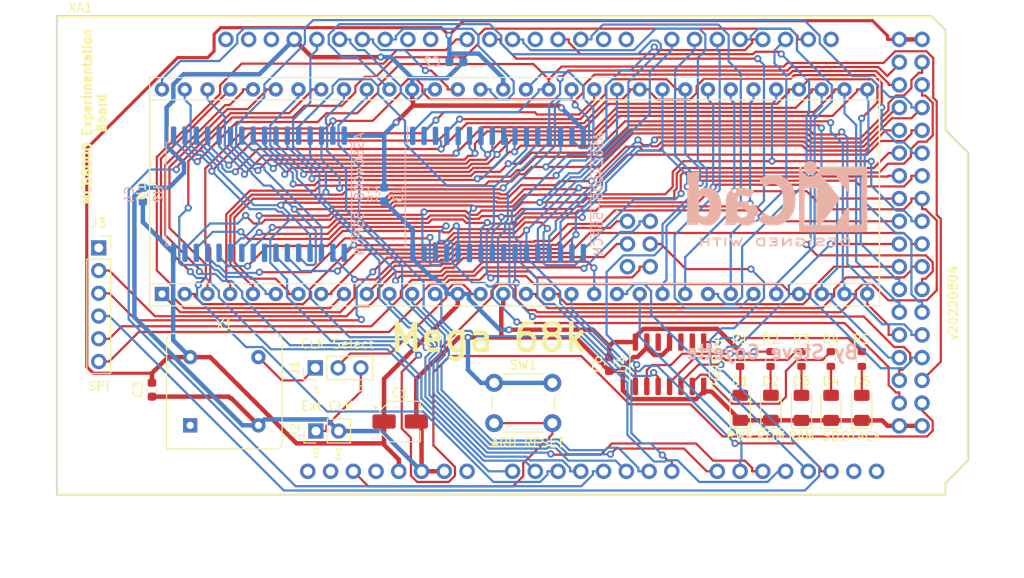
<source format=kicad_pcb>
(kicad_pcb (version 20211014) (generator pcbnew)
  (layers (0 "F.Cu" signal) (31 "B.Cu" signal) (34 "B.Paste" user) (35 "F.Paste" user) (36 "B.SilkS" user "B.Silkscreen") (37 "F.SilkS" user "F.Silkscreen") (38 "B.Mask" user) (39 "F.Mask" user) (44 "Edge.Cuts" user))
  (net 0 "")
  (net 1 "VCC")
  (net 2 "GND")
  (net 3 "/D4")
  (net 4 "/D3")
  (net 5 "/D2")
  (net 6 "/D1")
  (net 7 "/D0")
  (net 8 "/AS")
  (net 9 "/UDS")
  (net 10 "/LDS")
  (net 11 "/R{slash}W")
  (net 12 "/DTACK")
  (net 13 "/BG")
  (net 14 "/BGACK")
  (net 15 "/BR")
  (net 16 "/CPU_CLK")
  (net 17 "/HALT")
  (net 18 "/RESET")
  (net 19 "/VMA")
  (net 20 "/E")
  (net 21 "/VPA")
  (net 22 "/BERR")
  (net 23 "/IPL2")
  (net 24 "/IPL1")
  (net 25 "/IPL0")
  (net 26 "/FC2")
  (net 27 "/FC1")
  (net 28 "/FC0")
  (net 29 "/A1")
  (net 30 "/A2")
  (net 31 "/A3")
  (net 32 "/A4")
  (net 33 "/A5")
  (net 34 "/A6")
  (net 35 "/A7")
  (net 36 "/A8")
  (net 37 "/A9")
  (net 38 "/A10")
  (net 39 "/A11")
  (net 40 "/A12")
  (net 41 "/A13")
  (net 42 "/A14")
  (net 43 "/A15")
  (net 44 "/A16")
  (net 45 "/A17")
  (net 46 "/A18")
  (net 47 "/A19")
  (net 48 "/A20")
  (net 49 "/A21")
  (net 50 "/A22")
  (net 51 "/A23")
  (net 52 "/D15")
  (net 53 "/D14")
  (net 54 "/D13")
  (net 55 "/D12")
  (net 56 "/D11")
  (net 57 "/D10")
  (net 58 "/D9")
  (net 59 "/D8")
  (net 60 "/D7")
  (net 61 "/D6")
  (net 62 "/D5")
  (net 67 "/~{UDS}")
  (net 74 "Net-(D1-Pad2)")
  (net 80 "/INT_CLK")
  (net 81 "/EXT_CLK")
  (net 82 "/~{RAM_SEL}")
  (net 83 "/~{LDS}")
  (net 84 "/R~{W}")
  (net 85 "/~{ROM_SEL}")
  (net 87 "/SDCARD_SEL")
  (net 88 "/SPI_SCK")
  (net 89 "/SPI_MOSI")
  (net 90 "/SPI_MISO")
  (net 91 "/SPI_VCC")
  (net 92 "/SPI_GND")
  (net 93 "Net-(D2-Pad2)")
  (net 94 "Net-(D3-Pad2)")
  (net 95 "Net-(D4-Pad2)")
  (net 96 "Net-(D5-Pad2)")
  (net 97 "Net-(R2-Pad1)")
  (net 98 "Net-(R3-Pad1)")
  (net 99 "Net-(R4-Pad1)")
  (net 100 "Net-(R5-Pad1)")
  (net 101 "/~{SDCARD_SEL}")
  (net 102 "/~{DTACK}")
  (net 105 "/~{ARD_RESET}")
  (footprint "Capacitor_SMD:CP_Elec_4x5.4" (layer "F.Cu") (at 86.4616 103.378)
    (fp_text reference "C1")
    (fp_text value "100uF")
  )
  (footprint "Capacitor_SMD:C_0603_1608Metric" (layer "F.Cu") (at 109.8042 96.9518 -90)
    (fp_text reference "C6")
    (fp_text value ".1uF" hide)
  )
  (footprint "Connector_PinHeader_2.54mm:PinHeader_1x02_P2.54mm_Vertical" (layer "F.Cu") (at 77.0532 104.4448 90)
    (fp_text reference "J2")
    (fp_text value "Ext CLK")
  )
  (footprint "Oscillator:Oscillator_DIP-8" (layer "F.Cu") (at 63.0174 103.8042)
    (fp_text reference "X1")
    (fp_text value "CXO_DIP8")
  )
  (footprint "Resistor_SMD:R_0603_1608Metric" (layer "F.Cu") (at 131.2672 96.393 -90)
    (fp_text reference "R3")
    (fp_text value "220")
  )
  (footprint "LED_SMD:LED_1206_3216Metric" (layer "F.Cu") (at 131.2672 101.854 90)
    (fp_text reference "D3")
    (fp_text value "RAM")
  )
  (footprint "Resistor_SMD:R_0603_1608Metric" (layer "F.Cu") (at 134.5438 96.393 -90)
    (fp_text reference "R4")
    (fp_text value "220")
  )
  (footprint "Package_SO:SOIC-14_3.9x8.7mm_P1.27mm" (layer "F.Cu") (at 116.5352 96.9772 90)
    (fp_text reference "U4")
    (fp_text value "74HC14")
  )
  (footprint "Connector_PinSocket_2.54mm:PinSocket_1x06_P2.54mm_Vertical" (layer "F.Cu") (at 52.8066 83.9724)
    (fp_text reference "J3")
    (fp_text value "SPI")
  )
  (footprint "Connector_PinHeader_2.54mm:PinHeader_1x03_P2.54mm_Vertical" (layer "F.Cu") (at 76.9874 97.3836 90)
    (fp_text reference "J1")
    (fp_text value "CLK Select")
  )
  (footprint "Arduino:Arduino_Mega2560_Shield" (layer "F.Cu") (at 48.2092 111.4806)
    (fp_text reference "XA1")
    (fp_text value "Arduino_Mega2560_Shield")
  )
  (footprint "LED_SMD:LED_1206_3216Metric" (layer "F.Cu") (at 124.4346 101.8418 90)
    (fp_text reference "D1")
    (fp_text value "PWR")
  )
  (footprint "Resistor_SMD:R_0603_1608Metric" (layer "F.Cu") (at 137.9982 96.393 -90)
    (fp_text reference "R5")
    (fp_text value "220")
  )
  (footprint "Resistor_SMD:R_0603_1608Metric" (layer "F.Cu") (at 124.4092 96.393 -90)
    (fp_text reference "R1")
    (fp_text value "220" hide)
  )
  (footprint "Button_Switch_THT:SW_PUSH_6mm" (layer "F.Cu") (at 96.9518 99.06)
    (fp_text reference "SW1")
    (fp_text value "ARD RESET")
  )
  (footprint "LED_SMD:LED_1206_3216Metric" (layer "F.Cu") (at 137.9982 101.854 90)
    (fp_text reference "D5")
    (fp_text value "DTACK")
  )
  (footprint "Capacitor_SMD:C_0603_1608Metric" (layer "F.Cu") (at 58.7502 99.822 -90)
    (fp_text reference "C3")
    (fp_text value ".1uF" hide)
  )
  (footprint "LED_SMD:LED_1206_3216Metric" (layer "F.Cu") (at 127.8509 101.8418 90)
    (fp_text reference "D2")
    (fp_text value "ROM")
  )
  (footprint "Package_DIP:DIP-64_W22.86mm_Socket" (layer "F.Cu") (at 59.8678 89.1286 90)
    (fp_text reference "U1")
    (fp_text value "68000D")
  )
  (footprint "LED_SMD:LED_1206_3216Metric" (layer "F.Cu") (at 134.5692 101.854 90)
    (fp_text reference "D4")
    (fp_text value "SD")
  )
  (footprint "Resistor_SMD:R_0603_1608Metric" (layer "F.Cu") (at 127.8128 96.393 -90)
    (fp_text reference "R2")
    (fp_text value "220")
  )
  (footprint "Symbol:KiCad-Logo2_8mm_SilkScreen" (layer "B.Cu") (at 128.483093 78.221224 180)
    (fp_text reference "REF**" hide)
    (fp_text value "KiCad-Logo2_8mm_SilkScreen" hide)
  )
  (footprint "Package_SO:SSOP-32_11.305x20.495mm_P1.27mm" (layer "B.Cu") (at 70.6882 77.978 -90)
    (fp_text reference "U2")
    (fp_text value "AS6C4008-55PCN")
  )
  (footprint "Capacitor_SMD:C_0603_1608Metric" (layer "B.Cu") (at 92.7354 63.1952)
    (fp_text reference "C2")
    (fp_text value ".1uF")
  )
  (footprint "Capacitor_SMD:C_0603_1608Metric" (layer "B.Cu") (at 57.7342 78.0288 90)
    (fp_text reference "C4")
    (fp_text value ".1uF" hide)
  )
  (footprint "Package_SO:SSOP-32_11.305x20.495mm_P1.27mm" (layer "B.Cu") (at 97.3836 78.0034 -90)
    (fp_text reference "U3")
    (fp_text value "AS6C4008-55PCN")
  )
  (footprint "Capacitor_SMD:C_0603_1608Metric" (layer "B.Cu") (at 84.6836 78.0034 90)
    (fp_text reference "C5")
    (fp_text value ".1uF" hide)
  )
  (gr_poly (pts (xy 147.3962 59.6138) (xy 147.3962 70.7898) (xy 149.9362 73.3298) (xy 149.9362 107.696) (xy 147.3962 110.2614) (xy 147.3962 111.6076) (xy 48.0822 111.6076) (xy 48.0822 58.0136) (xy 145.7706 58.0136)) (layer "Edge.Cuts") (width 0.1) (fill none))
  (gr_text "By Steve Goyette" (at 127.9652 95.631) (layer "B.SilkS") (effects (font (size 1.5 1.5) (thickness 0.3)) (justify mirror)))
  (gr_text "MC68000 Experimentation \nBoard" (at 52.324 68.9102 90) (layer "F.SilkS") (effects (font (size 1 1) (thickness 0.25))))
  (gr_text "CLK" (at 77.0636 106.976076 270) (layer "F.SilkS") (effects (font (size 0.5 0.5) (thickness 0.075))))
  (gr_text "v20220804" (at 148.209 90.1446 90) (layer "F.SilkS") (effects (font (size 1 1) (thickness 0.2))))
  (gr_text "EXT" (at 82.0674 99.8982 270) (layer "F.SilkS") (effects (font (size 0.5 0.5) (thickness 0.075))))
  (gr_text "Mega 68k" (at 96.3422 94.0054) (layer "F.SilkS") (effects (font (size 3 3) (thickness 0.5))))
  (gr_text "INT" (at 77.0128 99.822 270) (layer "F.SilkS") (effects (font (size 0.5 0.5) (thickness 0.075))))
  (gr_text "GND" (at 79.5782 107.0356 270) (layer "F.SilkS") (effects (font (size 0.5 0.5) (thickness 0.075))))
  (segment (start 84.6616 105.9791) (end 84.6616 105.8165) (width 0.5) (layer "F.Cu") (net 1))
  (segment (start 121.8651 93.0239) (end 113.618 93.0239) (width 0.5) (layer "F.Cu") (net 1))
  (segment (start 109.8042 96.1768) (end 109.8042 94.9546) (width 0.5) (layer "F.Cu") (net 1))
  (segment (start 112.7252 94.5022) (end 110.2566 94.5022) (width 0.5) (layer "F.Cu") (net 1))
  (segment (start 65.6844 62.0014) (end 64.9732 62.7126) (width 0.35) (layer "F.Cu") (net 1))
  (segment (start 65.6844 60.1068) (end 65.6844 62.0014) (width 0.35) (layer "F.Cu") (net 1))
  (segment (start 58.7502 97.9796) (end 58.7502 99.047) (width 0.5) (layer "F.Cu") (net 1))
  (segment (start 112.7252 93.9167) (end 112.7252 94.5022) (width 0.5) (layer "F.Cu") (net 1))
  (segment (start 139.1915 58.5862) (end 93.5414 58.5862) (width 0.35) (layer "F.Cu") (net 1))
  (segment (start 110.2566 94.5022) (end 109.8042 94.9546) (width 0.5) (layer "F.Cu") (net 1))
  (segment (start 124.4092 95.568) (end 121.8651 93.0239) (width 0.5) (layer "F.Cu") (net 1))
  (segment (start 66.4246 59.3666) (end 65.6844 60.1068) (width 0.35) (layer "F.Cu") (net 1))
  (segment (start 91.9033 60.2243) (end 91.0456 59.3666) (width 0.35) (layer "F.Cu") (net 1))
  (segment (start 84.6616 105.8165) (end 84.6616 103.378) (width 0.5) (layer "F.Cu") (net 1))
  (segment (start 91.0456 59.3666) (end 66.4246 59.3666) (width 0.35) (layer "F.Cu") (net 1))
  (segment (start 84.6616 98.6047) (end 84.6616 103.378) (width 0.5) (layer "F.Cu") (net 1))
  (segment (start 60.5456 96.1842) (end 63.0174 96.1842) (width 0.5) (layer "F.Cu") (net 1))
  (segment (start 58.7502 97.9796) (end 60.5456 96.1842) (width 0.5) (layer "F.Cu") (net 1))
  (segment (start 109.8042 94.9546) (end 107.9679 93.1183) (width 0.5) (layer "F.Cu") (net 1))
  (segment (start 61.6252 62.7126) (end 51.4702 72.8676) (width 0.35) (layer "F.Cu") (net 1))
  (segment (start 140.8753 60.6806) (end 140.8753 60.27) (width 0.35) (layer "F.Cu") (net 1))
  (segment (start 92.8874 90.3789) (end 84.6616 98.6047) (width 0.5) (layer "F.Cu") (net 1))
  (segment (start 64.9732 62.7126) (end 61.6252 62.7126) (width 0.35) (layer "F.Cu") (net 1))
  (segment (start 92.8878 90.3789) (end 92.8874 90.3789) (width 0.5) (layer "F.Cu") (net 1))
  (segment (start 142.1892 60.6806) (end 140.8753 60.6806) (width 0.35) (layer "F.Cu") (net 1))
  (segment (start 65.2511 96.1842) (end 74.8834 105.8165) (width 0.5) (layer "F.Cu") (net 1))
  (segment (start 63.0174 96.1842) (end 65.2511 96.1842) (width 0.5) (layer "F.Cu") (net 1))
  (segment (start 86.3092 107.6267) (end 84.6616 105.9791) (width 0.5) (layer "F.Cu") (net 1))
  (segment (start 86.3092 108.9406) (end 86.3092 107.6267) (width 0.5) (layer "F.Cu") (net 1))
  (segment (start 144.7292 60.6806) (end 142.1892 60.6806) (width 0.5) (layer "F.Cu") (net 1))
  (segment (start 52.1917 97.9796) (end 58.7502 97.9796) (width 0.35) (layer "F.Cu") (net 1))
  (segment (start 51.4702 97.2581) (end 52.1917 97.9796) (width 0.35) (layer "F.Cu") (net 1))
  (segment (start 51.4702 72.8676) (end 51.4702 97.2581) (width 0.35) (layer "F.Cu") (net 1))
  (segment (start 107.9679 93.1183) (end 98.6138 93.1183) (width 0.5) (layer "F.Cu") (net 1))
  (segment (start 140.8753 60.27) (end 139.1915 58.5862) (width 0.35) (layer "F.Cu") (net 1))
  (segment (start 74.8834 105.8165) (end 84.6616 105.8165) (width 0.5) (layer "F.Cu") (net 1))
  (segment (start 92.8878 89.1286) (end 92.8878 90.3789) (width 0.5) (layer "F.Cu") (net 1))
  (segment (start 113.618 93.0239) (end 112.7252 93.9167) (width 0.5) (layer "F.Cu") (net 1))
  (segment (start 93.5414 58.5862) (end 91.9033 60.2243) (width 0.35) (layer "F.Cu") (net 1))
  (via (at 91.9033 60.2243) (size 0.8) (drill 0.4) (layers "F.Cu" "B.Cu") (net 1))
  (via (at 98.6138 93.1183) (size 0.8) (drill 0.4) (layers "F.Cu" "B.Cu") (net 1))
  (segment (start 84.6836 78.7784) (end 87.8586 81.9534) (width 0.5) (layer "B.Cu") (net 1))
  (segment (start 97.9678 66.2686) (end 97.9678 65.0183) (width 0.5) (layer "B.Cu") (net 1))
  (segment (start 92.8878 89.1286) (end 94.1381 89.1286) (width 0.5) (layer "B.Cu") (net 1))
  (segment (start 57.7342 78.8038) (end 57.7342 81.099) (width 0.5) (layer "B.Cu") (net 1))
  (segment (start 92.8878 89.1286) (end 91.6375 89.1286) (width 0.5) (layer "B.Cu") (net 1))
  (segment (start 90.2824 87.2649) (end 91.6375 88.62) (width 0.5) (layer "B.Cu") (net 1))
  (segment (start 61.1182 94.285) (end 61.1182 84.573) (width 0.5) (layer "B.Cu") (net 1))
  (segment (start 91.9604 63.1952) (end 91.9604 62.2646) (width 0.5) (layer "B.Cu") (net 1))
  (segment (start 87.8586 84.5534) (end 87.8586 85.1799) (width 0.5) (layer "B.Cu") (net 1))
  (segment (start 94.1381 89.6756) (end 97.5808 93.1183) (width 0.5) (layer "B.Cu") (net 1))
  (segment (start 94.1381 89.1286) (end 94.1381 89.6756) (width 0.5) (layer "B.Cu") (net 1))
  (segment (start 61.1182 84.573) (end 61.1632 84.528) (width 0.5) (layer "B.Cu") (net 1))
  (segment (start 95.2141 62.2646) (end 97.9678 65.0183) (width 0.5) (layer "B.Cu") (net 1))
  (segment (start 89.9436 87.2649) (end 90.2824 87.2649) (width 0.5) (layer "B.Cu") (net 1))
  (segment (start 57.7342 81.099) (end 61.1632 84.528) (width 0.5) (layer "B.Cu") (net 1))
  (segment (start 91.9604 60.2814) (end 91.9033 60.2243) (width 0.5) (layer "B.Cu") (net 1))
  (segment (start 97.5808 93.1183) (end 98.6138 93.1183) (width 0.5) (layer "B.Cu") (net 1))
  (segment (start 91.6375 88.62) (end 91.6375 89.1286) (width 0.5) (layer "B.Cu") (net 1))
  (segment (start 63.0174 96.1842) (end 61.1182 94.285) (width 0.5) (layer "B.Cu") (net 1))
  (segment (start 91.9604 62.2646) (end 95.2141 62.2646) (width 0.5) (layer "B.Cu") (net 1))
  (segment (start 91.9604 62.2646) (end 91.9604 60.2814) (width 0.5) (layer "B.Cu") (net 1))
  (segment (start 87.8586 81.9534) (end 87.8586 84.5534) (width 0.5) (layer "B.Cu") (net 1))
  (segment (start 87.8586 85.1799) (end 89.9436 87.2649) (width 0.5) (layer "B.Cu") (net 1))
  (segment (start 109.8042 97.7268) (end 111.3255 97.7268) (width 0.5) (layer "F.Cu") (net 2))
  (segment (start 115.7261 95.9408) (end 116.5352 95.1317) (width 0.5) (layer "F.Cu") (net 2))
  (segment (start 88.8492 108.9406) (end 90.0753 108.9406) (width 0.5) (layer "F.Cu") (net 2))
  (segment (start 120.3452 100.0201) (end 120.3452 99.4522) (width 0.5) (layer "F.Cu") (net 2))
  (segment (start 88.2616 98.6062) (end 91.19138 95.67642) (width 0.5) (layer "F.Cu") (net 2))
  (segment (start 67.5063 100.7813) (end 67.6145 100.7813) (width 0.5) (layer "F.Cu") (net 2))
  (segment (start 94.0328 93.978) (end 97.7493 93.978) (width 0.5) (layer "F.Cu") (net 2))
  (segment (start 113.9952 95.13) (end 112.947 96.1782) (width 0.5) (layer "F.Cu") (net 2))
  (segment (start 140.2687 103.254) (end 140.8753 103.8606) (width 0.5) (layer "F.Cu") (net 2))
  (segment (start 106.0554 93.978) (end 97.7493 93.978) (width 0.5) (layer "F.Cu") (net 2))
  (segment (start 114.806 95.9408) (end 115.7261 95.9408) (width 0.5) (layer "F.Cu") (net 2))
  (segment (start 76.604 62.6594) (end 84.2892 62.6594) (width 0.5) (layer "F.Cu") (net 2))
  (segment (start 67.6145 100.7813) (end 70.6374 103.8042) (width 0.5) (layer "F.Cu") (net 2))
  (segment (start 131.255 103.2418) (end 131.2672 103.254) (width 0.5) (layer "F.Cu") (net 2))
  (segment (start 88.2616 103.378) (end 88.2616 98.6062) (width 0.5) (layer "F.Cu") (net 2))
  (segment (start 113.9952 95.13) (end 114.806 95.9408) (width 0.5) (layer "F.Cu") (net 2))
  (segment (start 88.8492 108.9406) (end 88.8492 103.9656) (width 0.5) (layer "F.Cu") (net 2))
  (segment (start 137.9982 103.254) (end 140.2687 103.254) (width 0.5) (layer "F.Cu") (net 2))
  (segment (start 97.9678 89.1286) (end 97.9678 90.3789) (width 0.5) (layer "F.Cu") (net 2))
  (segment (start 87.8078 67.5189) (end 87.893 67.6041) (width 0.5) (layer "F.Cu") (net 2))
  (segment (start 112.306 100.8799) (end 119.4854 100.8799) (width 0.5) (layer "F.Cu") (net 2))
  (segment (start 67.322 100.597) (end 67.5063 100.7813) (width 0.5) (layer "F.Cu") (net 2))
  (segment (start 109.8042 97.7268) (end 106.0554 93.978) (width 0.5) (layer "F.Cu") (net 2))
  (segment (start 87.893 68.073) (end 86.0152 69.9508) (width 0.5) (layer "F.Cu") (net 2))
  (segment (start 113.9952 95.13) (end 113.9952 94.5022) (width 0.5) (layer "F.Cu") (net 2))
  (segment (start 97.7493 90.5974) (end 97.9678 90.3789) (width 0.5) (layer "F.Cu") (net 2))
  (segment (start 144.7292 103.8606) (end 142.1892 103.8606) (width 0.5) (layer "F.Cu") (net 2))
  (segment (start 111.3255 97.3628) (end 111.3255 97.7268) (width 0.5) (layer "F.Cu") (net 2))
  (segment (start 134.5692 103.254) (end 137.9982 103.254) (width 0.5) (layer "F.Cu") (net 2))
  (segment (start 121.2129 100.0201) (end 120.3452 100.0201) (width 0.5) (layer "F.Cu") (net 2))
  (segment (start 97.7493 93.978) (end 97.7493 90.5974) (width 0.5) (layer "F.Cu") (net 2))
  (segment (start 87.893 67.6041) (end 87.893 68.073) (width 0.5) (layer "F.Cu") (net 2))
  (segment (start 142.1892 103.8606) (end 140.8753 103.8606) (width 0.5) (layer "F.Cu") (net 2))
  (segment (start 127.8509 103.2418) (end 124.4346 103.2418) (width 0.5) (layer "F.Cu") (net 2))
  (segment (start 112.947 96.1782) (end 112.5101 96.1782) (width 0.5) (layer "F.Cu") (net 2))
  (segment (start 93.007994 93.978) (end 94.0328 93.978) (width 0.5) (layer "F.Cu") (net 2))
  (segment (start 131.2672 103.254) (end 134.5692 103.254) (width 0.5) (layer "F.Cu") (net 2))
  (segment (start 104.2137 68.073) (end 104.466 68.3253) (width 0.5) (layer "F.Cu") (net 2))
  (segment (start 87.8078 66.2686) (end 87.8078 67.5189) (width 0.5) (layer "F.Cu") (net 2))
  (segment (start 112.5101 96.1782) (end 111.3255 97.3628) (width 0.5) (layer "F.Cu") (net 2))
  (segment (start 119.4854 100.8799) (end 120.3452 100.0201) (width 0.5) (layer "F.Cu") (net 2))
  (segment (start 88.8492 103.9656) (end 88.2616 103.378) (width 0.5) (layer "F.Cu") (net 2))
  (segment (start 127.8509 103.2418) (end 131.255 103.2418) (width 0.5) (layer "F.Cu") (net 2))
  (segment (start 111.3255 97.7268) (end 111.3255 99.8994) (width 0.5) (layer "F.Cu") (net 2))
  (segment (start 74.6252 60.6806) (end 76.604 62.6594) (width 0.5) (layer "F.Cu") (net 2))
  (segment (start 58.7502 100.597) (end 67.322 100.597) (width 0.5) (layer "F.Cu") (net 2))
  (segment (start 91.19138 95.67642) (end 91.309574 95.67642) (width 0.5) (layer "F.Cu") (net 2))
  (segment (start 87.893 68.073) (end 104.2137 68.073) (width 0.5) (layer "F.Cu") (net 2))
  (segment (start 116.5352 95.1317) (end 116.5352 94.5022) (width 0.5) (layer "F.Cu") (net 2))
  (segment (start 91.3892 108.9406) (end 90.0753 108.9406) (width 0.5) (layer "F.Cu") (net 2))
  (segment (start 124.4346 103.2418) (end 121.2129 100.0201) (width 0.5) (layer "F.Cu") (net 2))
  (segment (start 111.3255 99.8994) (end 112.306 100.8799) (width 0.5) (layer "F.Cu") (net 2))
  (segment (start 91.309574 95.67642) (end 93.007994 93.978) (width 0.5) (layer "F.Cu") (net 2))
  (via (at 104.466 68.3253) (size 0.8) (drill 0.4) (layers "F.Cu" "B.Cu") (net 2))
  (via (at 86.0152 69.9508) (size 0.8) (drill 0.4) (layers "F.Cu" "B.Cu") (net 2))
  (via (at 84.2892 62.6594) (size 0.8) (drill 0.4) (layers "F.Cu" "B.Cu") (net 2))
  (via (at 94.0328 93.978) (size 0.8) (drill 0.4) (layers "F.Cu" "B.Cu") (net 2))
  (segment (start 56.7919 78.1961) (end 56.7919 91.7269) (width 0.5) (layer "B.Cu") (net 2))
  (segment (start 57.7342 77.2538) (end 60.6419 77.2538) (width 0.5) (layer "B.Cu") (net 2))
  (segment (start 78.2928 103.1444) (end 79.5932 104.4448) (width 0.5) (layer "B.Cu") (net 2))
  (segment (start 56.7919 91.7269) (end 68.8692 103.8042) (width 0.5) (layer "B.Cu") (net 2))
  (segment (start 88.8492 108.9406) (end 84.3534 104.4448) (width 0.5) (layer "B.Cu") (net 2))
  (segment (start 84.6836 71.428) (end 84.6836 77.2284) (width 0.5) (layer "B.Cu") (net 2))
  (segment (start 60.6419 77.2538) (end 62.3219 75.5738) (width 0.5) (layer "B.Cu") (net 2))
  (segment (start 106.9086 70.7679) (end 104.466 68.3253) (width 0.5) (layer "B.Cu") (net 2))
  (segment (start 96.9518 99.06) (end 103.4518 99.06) (width 0.5) (layer "B.Cu") (net 2))
  (segment (start 60.3844 68.2724) (end 61.1378 67.519) (width 0.5) (layer "B.Cu") (net 2))
  (segment (start 85.4489 62.6594) (end 84.2892 62.6594) (width 0.5) (layer "B.Cu") (net 2))
  (segment (start 62.3219 74.5171) (end 60.3844 72.5796) (width 0.5) (layer "B.Cu") (net 2))
  (segment (start 96.9518 99.06) (end 95.4786 99.06) (width 0.5) (layer "B.Cu") (net 2))
  (segment (start 84.6836 71.428) (end 84.6836 71.2824) (width 0.5) (layer "B.Cu") (net 2))
  (segment (start 87.8078 66.2686) (end 87.8078 65.0183) (width 0.5) (layer "B.Cu") (net 2))
  (segment (start 57.7342 77.2538) (end 56.7919 78.1961) (width 0.5) (layer "B.Cu") (net 2))
  (segment (start 68.8692 103.8042) (end 70.6374 103.8042) (width 0.5) (layer "B.Cu") (net 2))
  (segment (start 71.2972 103.1444) (end 78.2928 103.1444) (width 0.5) (layer "B.Cu") (net 2))
  (segment (start 61.1378 67.519) (end 61.1378 65.7136) (width 0.5) (layer "B.Cu") (net 2))
  (segment (start 70.6374 103.8042) (end 71.2972 103.1444) (width 0.5) (layer "B.Cu") (net 2))
  (segment (start 62.2738 64.5776) (end 70.7282 64.5776) (width 0.5) (layer "B.Cu") (net 2))
  (segment (start 84.6836 71.2824) (end 86.0152 69.9508) (width 0.5) (layer "B.Cu") (net 2))
  (segment (start 94.0328 97.6142) (end 94.0328 93.978) (width 0.5) (layer "B.Cu") (net 2))
  (segment (start 87.8078 65.0183) (end 91.6873 65.0183) (width 0.5) (layer "B.Cu") (net 2))
  (segment (start 80.2132 71.428) (end 84.6836 71.428) (width 0.5) (layer "B.Cu") (net 2))
  (segment (start 70.7282 64.5776) (end 74.6252 60.6806) (width 0.5) (layer "B.Cu") (net 2))
  (segment (start 106.9086 71.4534) (end 106.9086 70.7679) (width 0.5) (layer "B.Cu") (net 2))
  (segment (start 91.6873 65.0183) (end 93.5104 63.1952) (width 0.5) (layer "B.Cu") (net 2))
  (segment (start 95.4786 99.06) (end 94.0328 97.6142) (width 0.5) (layer "B.Cu") (net 2))
  (segment (start 84.3534 104.4448) (end 79.5932 104.4448) (width 0.5) (layer "B.Cu") (net 2))
  (segment (start 60.3844 72.5796) (end 60.3844 68.2724) (width 0.5) (layer "B.Cu") (net 2))
  (segment (start 62.3219 75.5738) (end 62.3219 74.5171) (width 0.5) (layer "B.Cu") (net 2))
  (segment (start 61.1378 65.7136) (end 62.2738 64.5776) (width 0.5) (layer "B.Cu") (net 2))
  (segment (start 87.8078 65.0183) (end 85.4489 62.6594) (width 0.5) (layer "B.Cu") (net 2))
  (segment (start 59.8678 89.1286) (end 61.8997 91.1605) (width 0.25) (layer "F.Cu") (net 3))
  (segment (start 138.00666 72.20534) (end 141.9114 68.3006) (width 0.25) (layer "F.Cu") (net 3))
  (segment (start 91.0433 85.2921) (end 90.8184 85.517) (width 0.25) (layer "F.Cu") (net 3))
  (segment (start 115.13378 71.63208) (end 131.714244 71.63208) (width 0.25) (layer "F.Cu") (net 3))
  (segment (start 104.483298 84.1008) (end 101.8526 84.1008) (width 0.25) (layer "F.Cu") (net 3))
  (segment (start 90.8184 85.517) (end 85.7025 85.517) (width 0.25) (layer "F.Cu") (net 3))
  (segment (start 141.9114 68.3006) (end 142.1892 68.3006) (width 0.25) (layer "F.Cu") (net 3))
  (segment (start 93.1372 84.1946) (end 92.0397 85.2921) (width 0.25) (layer "F.Cu") (net 3))
  (segment (start 92.0397 85.2921) (end 91.0433 85.2921) (width 0.25) (layer "F.Cu") (net 3))
  (segment (start 114.8588 71.90706) (end 115.13378 71.63208) (width 0.25) (layer "F.Cu") (net 3))
  (segment (start 131.714244 71.63208) (end 132.287504 72.20534) (width 0.25) (layer "F.Cu") (net 3))
  (segment (start 83.7096 87.5099) (end 81.3656 87.5099) (width 0.25) (layer "F.Cu") (net 3))
  (segment (start 101.7588 84.1946) (end 93.1372 84.1946) (width 0.25) (layer "F.Cu") (net 3))
  (segment (start 85.7025 85.517) (end 83.7096 87.5099) (width 0.25) (layer "F.Cu") (net 3))
  (segment (start 132.287504 72.20534) (end 138.00666 72.20534) (width 0.25) (layer "F.Cu") (net 3))
  (segment (start 106.091399 82.492699) (end 104.483298 84.1008) (width 0.25) (layer "F.Cu") (net 3))
  (segment (start 101.8526 84.1008) (end 101.7588 84.1946) (width 0.25) (layer "F.Cu") (net 3))
  (segment (start 81.3656 89.5465) (end 81.3656 87.5099) (width 0.25) (layer "F.Cu") (net 3))
  (segment (start 79.7516 91.1605) (end 81.3656 89.5465) (width 0.25) (layer "F.Cu") (net 3))
  (segment (start 61.8997 91.1605) (end 79.7516 91.1605) (width 0.25) (layer "F.Cu") (net 3))
  (via (at 114.8588 71.90706) (size 0.8) (drill 0.4) (layers "F.Cu" "B.Cu") (net 3))
  (via (at 106.091399 82.492699) (size 0.8) (drill 0.4) (layers "F.Cu" "B.Cu") (net 3))
  (via (at 81.3656 87.5099) (size 0.8) (drill 0.4) (layers "F.Cu" "B.Cu") (net 3))
  (segment (start 108.999031 76.523287) (end 108.999031 77.343369) (width 0.25) (layer "B.Cu") (net 3))
  (segment (start 108.999031 77.343369) (end 106.072189 80.270211) (width 0.25) (layer "B.Cu") (net 3))
  (segment (start 78.9432 84.528) (end 78.9432 84.9875) (width 0.25) (layer "B.Cu") (net 3))
  (segment (start 81.3656 87.4099) (end 81.3656 87.5099) (width 0.25) (layer "B.Cu") (net 3))
  (segment (start 106.091399 82.492699) (end 105.6386 82.945498) (width 0.25) (layer "B.Cu") (net 3))
  (segment (start 105.6386 82.945498) (end 105.6386 84.5534) (width 0.25) (layer "B.Cu") (net 3))
  (segment (start 106.072189 82.473489) (end 106.091399 82.492699) (width 0.25) (layer "B.Cu") (net 3))
  (segment (start 112.890747 72.631571) (end 108.999031 76.523287) (width 0.25) (layer "B.Cu") (net 3))
  (segment (start 114.8588 71.90706) (end 114.134289 72.631571) (width 0.25) (layer "B.Cu") (net 3))
  (segment (start 106.072189 80.270211) (end 106.072189 82.473489) (width 0.25) (layer "B.Cu") (net 3))
  (segment (start 78.9432 84.9875) (end 81.3656 87.4099) (width 0.25) (layer "B.Cu") (net 3))
  (segment (start 114.134289 72.631571) (end 112.890747 72.631571) (width 0.25) (layer "B.Cu") (net 3))
  (segment (start 144.3124 72.1106) (end 145.2157 72.1106) (width 0.25) (layer "F.Cu") (net 4))
  (segment (start 102.897949 81.815949) (end 102.2096 81.1276) (width 0.25) (layer "F.Cu") (net 4))
  (segment (start 140.9282 74.5696) (end 142.7035 74.5696) (width 0.25) (layer "F.Cu") (net 4))
  (segment (start 75.6321 90.2539) (end 64.377 90.2539) (width 0.25) (layer "F.Cu") (net 4))
  (segment (start 92.452 82.3322) (end 91.2933 83.4909) (width 0.25) (layer "F.Cu") (net 4))
  (segment (start 117.8306 77.9018) (end 117.787551 77.858751) (width 0.25) (layer "F.Cu") (net 4))
  (segment (start 76.3778 88.5893) (end 76.3778 89.5082) (width 0.25) (layer "F.Cu") (net 4))
  (segment (start 145.2157 72.1106) (end 145.9181 71.4082) (width 0.25) (layer "F.Cu") (net 4))
  (segment (start 76.3778 89.5082) (end 75.6321 90.2539) (width 0.25) (layer "F.Cu") (net 4))
  (segment (start 118.0983 75.5522) (end 139.9456 75.5522) (width 0.25) (layer "F.Cu") (net 4))
  (segment (start 102.2096 81.1276) (end 100.421254 81.1276) (width 0.25) (layer "F.Cu") (net 4))
  (segment (start 144.7292 66.9495) (end 144.7292 65.7606) (width 0.25) (layer "F.Cu") (net 4))
  (segment (start 63.5331 89.41) (end 63.5331 89.1286) (width 0.25) (layer "F.Cu") (net 4))
  (segment (start 99.216654 82.3322) (end 92.452 82.3322) (width 0.25) (layer "F.Cu") (net 4))
  (segment (start 117.787551 77.858751) (end 117.787551 75.862949) (width 0.25) (layer "F.Cu") (net 4))
  (segment (start 64.377 90.2539) (end 63.5331 89.41) (width 0.25) (layer "F.Cu") (net 4))
  (segment (start 62.4078 89.1286) (end 63.5331 89.1286) (width 0.25) (layer "F.Cu") (net 4))
  (segment (start 143.4919 72.9311) (end 144.3124 72.1106) (width 0.25) (layer "F.Cu") (net 4))
  (segment (start 139.9456 75.5522) (end 140.9282 74.5696) (width 0.25) (layer "F.Cu") (net 4))
  (segment (start 91.2933 83.4909) (end 90.2969 83.4909) (width 0.25) (layer "F.Cu") (net 4))
  (segment (start 143.4919 73.7812) (end 143.4919 72.9311) (width 0.25) (layer "F.Cu") (net 4))
  (segment (start 145.9181 71.4082) (end 145.9181 67.7668) (width 0.25) (layer "F.Cu") (net 4))
  (segment (start 145.9181 67.7668) (end 145.1008 66.9495) (width 0.25) (layer "F.Cu") (net 4))
  (segment (start 81.2998 83.6673) (end 76.3778 88.5893) (width 0.25) (layer "F.Cu") (net 4))
  (segment (start 117.787551 75.862949) (end 118.0983 75.5522) (width 0.25) (layer "F.Cu") (net 4))
  (segment (start 145.1008 66.9495) (end 144.7292 66.9495) (width 0.25) (layer "F.Cu") (net 4))
  (segment (start 142.7035 74.5696) (end 143.4919 73.7812) (width 0.25) (layer "F.Cu") (net 4))
  (segment (start 90.2969 83.4909) (end 90.1205 83.6673) (width 0.25) (layer "F.Cu") (net 4))
  (segment (start 90.1205 83.6673) (end 81.2998 83.6673) (width 0.25) (layer "F.Cu") (net 4))
  (segment (start 100.421254 81.1276) (end 99.216654 82.3322) (width 0.25) (layer "F.Cu") (net 4))
  (via (at 117.8306 77.9018) (size 0.8) (drill 0.4) (layers "F.Cu" "B.Cu") (net 4))
  (via (at 102.897949 81.815949) (size 0.8) (drill 0.4) (layers "F.Cu" "B.Cu") (net 4))
  (via (at 81.2998 83.6673) (size 0.8) (drill 0.4) (layers "F.Cu" "B.Cu") (net 4))
  (segment (start 105.9875 85.9052) (end 106.9086 84.9841) (width 0.25) (layer "B.Cu") (net 4))
  (segment (start 102.4726 82.241298) (end 102.4726 85.684) (width 0.25) (layer "B.Cu") (net 4))
  (segment (start 112.5487 78.5479) (end 106.9086 84.188) (width 0.25) (layer "B.Cu") (net 4))
  (segment (start 102.897949 81.815949) (end 102.4726 82.241298) (width 0.25) (layer "B.Cu") (net 4))
  (segment (start 117.8306 77.9018) (end 117.1845 78.5479) (width 0.25) (layer "B.Cu") (net 4))
  (segment (start 106.9086 84.188) (end 106.9086 84.5534) (width 0.25) (layer "B.Cu") (net 4))
  (segment (start 106.9086 84.9841) (end 106.9086 84.5534) (width 0.25) (layer "B.Cu") (net 4))
  (segment (start 102.4726 85.684) (end 102.6938 85.9052) (width 0.25) (layer "B.Cu") (net 4))
  (segment (start 117.1845 78.5479) (end 112.5487 78.5479) (width 0.25) (layer "B.Cu") (net 4))
  (segment (start 102.6938 85.9052) (end 105.9875 85.9052) (width 0.25) (layer "B.Cu") (net 4))
  (segment (start 80.2132 84.528) (end 81.0739 83.6673) (width 0.25) (layer "B.Cu") (net 4))
  (segment (start 81.0739 83.6673) (end 81.2998 83.6673) (width 0.25) (layer "B.Cu") (net 4))
  (segment (start 64.9478 89.1286) (end 64.9478 88.0033) (width 0.25) (layer "F.Cu") (net 5))
  (segment (start 108.1455 64.6139) (end 129.8816 64.6139) (width 0.25) (layer "F.Cu") (net 5))
  (segment (start 65.2551 84.0106) (end 64.7045 83.46) (width 0.25) (layer "F.Cu") (net 5))
  (segment (start 105.9593 67.7254) (end 105.9593 67.9827) (width 0.25) (layer "F.Cu") (net 5))
  (segment (start 105.8765 67.6425) (end 105.9593 67.7254) (width 0.25) (layer "F.Cu") (net 5))
  (segment (start 83.3876 69.7844) (end 78.9561 69.7844) (width 0.25) (layer "F.Cu") (net 5))
  (segment (start 105.6279 67.394) (end 89.8063 67.394) (width 0.25) (layer "F.Cu") (net 5))
  (segment (start 89.8063 67.394) (end 88.9331 66.5208) (width 0.25) (layer "F.Cu") (net 5))
  (segment (start 139.6029 64.2146) (end 141.0003 65.612) (width 0.25) (layer "F.Cu") (net 5))
  (segment (start 106.8966 66.6224) (end 106.8966 65.8628) (width 0.25) (layer "F.Cu") (net 5))
  (segment (start 105.9593 67.9827) (end 105.9964 68.0198) (width 0.25) (layer "F.Cu") (net 5))
  (segment (start 105.8765 67.6425) (end 106.8966 66.6224) (width 0.25) (layer "F.Cu") (net 5))
  (segment (start 87.3547 65.0966) (end 86.5378 65.9135) (width 0.25) (layer "F.Cu") (net 5))
  (segment (start 69.1645 70.6374) (end 78.1031 70.6374) (width 0.25) (layer "F.Cu") (net 5))
  (segment (start 142.1892 65.7606) (end 141.0003 65.7606) (width 0.25) (layer "F.Cu") (net 5))
  (segment (start 65.2551 87.696) (end 65.2551 84.0106) (width 0.25) (layer "F.Cu") (net 5))
  (segment (start 88.2273 65.0966) (end 87.3547 65.0966) (width 0.25) (layer "F.Cu") (net 5))
  (segment (start 88.9331 65.8024) (end 88.2273 65.0966) (width 0.25) (layer "F.Cu") (net 5))
  (segment (start 141.0003 65.612) (end 141.0003 65.7606) (width 0.25) (layer "F.Cu") (net 5))
  (segment (start 86.5378 66.6342) (end 83.3876 69.7844) (width 0.25) (layer "F.Cu") (net 5))
  (segment (start 64.9478 88.0033) (end 65.2551 87.696) (width 0.25) (layer "F.Cu") (net 5))
  (segment (start 129.8816 64.6139) (end 130.2809 64.2146) (width 0.25) (layer "F.Cu") (net 5))
  (segment (start 64.7045 75.0974) (end 69.1645 70.6374) (width 0.25) (layer "F.Cu") (net 5))
  (segment (start 106.8966 65.8628) (end 108.1455 64.6139) (width 0.25) (layer "F.Cu") (net 5))
  (segment (start 64.7045 83.46) (end 64.7045 75.0974) (width 0.25) (layer "F.Cu") (net 5))
  (segment (start 88.9331 66.5208) (end 88.9331 65.8024) (width 0.25) (layer "F.Cu") (net 5))
  (segment (start 105.8765 67.6425) (end 105.6279 67.394) (width 0.25) (layer "F.Cu") (net 5))
  (segment (start 78.1031 70.6374) (end 78.9561 69.7844) (width 0.25) (layer "F.Cu") (net 5))
  (segment (start 86.5378 65.9135) (end 86.5378 66.6342) (width 0.25) (layer "F.Cu") (net 5))
  (segment (start 130.2809 64.2146) (end 139.6029 64.2146) (width 0.25) (layer "F.Cu") (net 5))
  (via (at 105.9964 68.0198) (size 0.8) (drill 0.4) (layers "F.Cu" "B.Cu") (net 5))
  (via (at 78.9561 69.7844) (size 0.8) (drill 0.4) (layers "F.Cu" "B.Cu") (net 5))
  (segment (start 107.5574 69.5808) (end 105.9964 68.0198) (width 0.25) (layer "B.Cu") (net 5))
  (segment (start 107.3215 72.8093) (end 107.5574 72.5734) (width 0.25) (layer "B.Cu") (net 5))
  (segment (start 78.9432 71.428) (end 78.9432 69.7973) (width 0.25) (layer "B.Cu") (net 5))
  (segment (start 105.6386 71.9039) (end 106.544 72.8093) (width 0.25) (layer "B.Cu") (net 5))
  (segment (start 105.6386 71.4534) (end 105.6386 71.9039) (width 0.25) (layer "B.Cu") (net 5))
  (segment (start 78.9432 69.7973) (end 78.9561 69.7844) (width 0.25) (layer "B.Cu") (net 5))
  (segment (start 107.5574 72.5734) (end 107.5574 69.5808) (width 0.25) (layer "B.Cu") (net 5))
  (segment (start 106.544 72.8093) (end 107.3215 72.8093) (width 0.25) (layer "B.Cu") (net 5))
  (segment (start 76.9332 77.5789) (end 77.483 77.0291) (width 0.25) (layer "F.Cu") (net 6))
  (segment (start 142.7035 66.9496) (end 141.8234 66.9496) (width 0.25) (layer "F.Cu") (net 6))
  (segment (start 140.9726 68.5928) (end 137.80958 71.75582) (width 0.25) (layer "F.Cu") (net 6))
  (segment (start 69.6903 77.5789) (end 76.9332 77.5789) (width 0.25) (layer "F.Cu") (net 6))
  (segment (start 132.473702 71.75582) (end 131.900442 71.18256) (width 0.25) (layer "F.Cu") (net 6))
  (segment (start 96.352 76.5465) (end 98.8858 76.5465) (width 0.25) (layer "F.Cu") (net 6))
  (segment (start 77.483 77.0291) (end 79.4246 77.0291) (width 0.25) (layer "F.Cu") (net 6))
  (segment (start 131.900442 71.18256) (end 112.410476 71.18256) (width 0.25) (layer "F.Cu") (net 6))
  (segment (start 79.4246 77.0291) (end 79.6995 77.304) (width 0.25) (layer "F.Cu") (net 6))
  (segment (start 144.7292 64.4095) (end 144.3576 64.4095) (width 0.25) (layer "F.Cu") (net 6))
  (segment (start 67.4878 88.0033) (end 67.0457 87.5612) (width 0.25) (layer "F.Cu") (net 6))
  (segment (start 144.7292 63.2206) (end 144.7292 64.4095) (width 0.25) (layer "F.Cu") (net 6))
  (segment (start 98.8858 76.5465) (end 99.6962 75.7361) (width 0.25) (layer "F.Cu") (net 6))
  (segment (start 67.0457 80.2235) (end 69.6903 77.5789) (width 0.25) (layer "F.Cu") (net 6))
  (segment (start 141.8234 66.9496) (end 140.9726 67.8004) (width 0.25) (layer "F.Cu") (net 6))
  (segment (start 143.5403 66.1128) (end 142.7035 66.9496) (width 0.25) (layer "F.Cu") (net 6))
  (segment (start 67.0457 87.5612) (end 67.0457 80.2235) (width 0.25) (layer "F.Cu") (net 6))
  (segment (start 137.80958 71.75582) (end 132.473702 71.75582) (width 0.25) (layer "F.Cu") (net 6))
  (segment (start 101.1382 74.931) (end 102.7378 74.931) (width 0.25) (layer "F.Cu") (net 6))
  (segment (start 144.3576 64.4095) (end 143.5403 65.2268) (width 0.25) (layer "F.Cu") (net 6))
  (segment (start 140.9726 67.8004) (end 140.9726 68.5928) (width 0.25) (layer "F.Cu") (net 6))
  (segment (start 79.6995 77.304) (end 80.0166 76.9869) (width 0.25) (layer "F.Cu") (net 6))
  (segment (start 112.410476 71.18256) (end 108.662036 74.931) (width 0.25) (layer "F.Cu") (net 6))
  (segment (start 95.9116 76.9869) (end 96.352 76.5465) (width 0.25) (layer "F.Cu") (net 6))
  (segment (start 100.3331 75.7361) (end 101.1382 74.931) (width 0.25) (layer "F.Cu") (net 6))
  (segment (start 108.662036 74.931) (end 102.7378 74.931) (width 0.25) (layer "F.Cu") (net 6))
  (segment (start 80.0166 76.9869) (end 95.9116 76.9869) (width 0.25) (layer "F.Cu") (net 6))
  (segment (start 99.6962 75.7361) (end 100.3331 75.7361) (width 0.25) (layer "F.Cu") (net 6))
  (segment (start 67.4878 89.1286) (end 67.4878 88.0033) (width 0.25) (layer "F.Cu") (net 6))
  (segment (start 143.5403 65.2268) (end 143.5403 66.1128) (width 0.25) (layer "F.Cu") (net 6))
  (via (at 102.7378 74.931) (size 0.8) (drill 0.4) (layers "F.Cu" "B.Cu") (net 6))
  (via (at 79.6995 77.304) (size 0.8) (drill 0.4) (layers "F.Cu" "B.Cu") (net 6))
  (segment (start 77.6732 71.428) (end 77.6732 74.1179) (width 0.25) (layer "B.Cu") (net 6))
  (segment (start 104.3686 71.4534) (end 104.3686 73.3002) (width 0.25) (layer "B.Cu") (net 6))
  (segment (start 77.6732 74.1179) (end 79.6995 76.1442) (width 0.25) (layer "B.Cu") (net 6))
  (segment (start 79.6995 76.1442) (end 79.6995 77.304) (width 0.25) (layer "B.Cu") (net 6))
  (segment (start 104.3686 73.3002) (end 102.7378 74.931) (width 0.25) (layer "B.Cu") (net 6))
  (segment (start 142.1892 63.4238) (end 142.1892 63.2206) (width 0.25) (layer "F.Cu") (net 7))
  (segment (start 69.7094 88.0033) (end 67.5009 85.7948) (width 0.25) (layer "F.Cu") (net 7))
  (segment (start 129.696182 64.1636) (end 130.094703 63.76508) (width 0.25) (layer "F.Cu") (net 7))
  (segment (start 104.3178 65.0689) (end 105.2231 64.1636) (width 0.25) (layer "F.Cu") (net 7))
  (segment (start 77.8976 78.0293) (end 78.1724 77.7545) (width 0.25) (layer "F.Cu") (net 7))
  (segment (start 97.8029 77.4372) (end 97.9614 77.2787) (width 0.25) (layer "F.Cu") (net 7))
  (segment (start 139.83808 63.76508) (end 140.843 64.77) (width 0.25) (layer "F.Cu") (net 7))
  (segment (start 80.5921 77.4372) (end 97.8029 77.4372) (width 0.25) (layer "F.Cu") (net 7))
  (segment (start 69.875618 78.0293) (end 77.8976 78.0293) (width 0.25) (layer "F.Cu") (net 7))
  (segment (start 67.5009 85.7948) (end 67.5009 80.404018) (width 0.25) (layer "F.Cu") (net 7))
  (segment (start 80 78.0293) (end 80.5921 77.4372) (width 0.25) (layer "F.Cu") (net 7))
  (segment (start 67.5009 80.404018) (end 69.875618 78.0293) (width 0.25) (layer "F.Cu") (net 7))
  (segment (start 78.4472 78.0293) (end 80 78.0293) (width 0.25) (layer "F.Cu") (net 7))
  (segment (start 140.843 64.77) (end 142.1892 63.4238) (width 0.25) (layer "F.Cu") (net 7))
  (segment (start 78.1724 77.7545) (end 78.4472 78.0293) (width 0.25) (layer "F.Cu") (net 7))
  (segment (start 70.0278 88.0033) (end 69.7094 88.0033) (width 0.25) (layer "F.Cu") (net 7))
  (segment (start 105.2231 64.1636) (end 129.696182 64.1636) (width 0.25) (layer "F.Cu") (net 7))
  (segment (start 130.094703 63.76508) (end 139.83808 63.76508) (width 0.25) (layer "F.Cu") (net 7))
  (segment (start 70.0278 89.1286) (end 70.0278 88.0033) (width 0.25) (layer "F.Cu") (net 7))
  (via (at 97.9614 77.2787) (size 0.8) (drill 0.4) (layers "F.Cu" "B.Cu") (net 7))
  (via (at 104.3178 65.0689) (size 0.8) (drill 0.4) (layers "F.Cu" "B.Cu") (net 7))
  (via (at 78.1724 77.7545) (size 0.8) (drill 0.4) (layers "F.Cu" "B.Cu") (net 7))
  (segment (start 78.1724 75.5485) (end 78.1724 77.7545) (width 0.25) (layer "B.Cu") (net 7))
  (segment (start 76.4032 73.7793) (end 78.1724 75.5485) (width 0.25) (layer "B.Cu") (net 7))
  (segment (start 104.3178 65.0689) (end 104.3178 66.7752) (width 0.25) (layer "B.Cu") (net 7))
  (segment (start 103.0986 71.4534) (end 103.0986 72.1415) (width 0.25) (layer "B.Cu") (net 7))
  (segment (start 76.4032 71.428) (end 76.4032 73.7793) (width 0.25) (layer "B.Cu") (net 7))
  (segment (start 103.0986 72.1415) (end 97.9614 77.2787) (width 0.25) (layer "B.Cu") (net 7))
  (segment (start 103.0986 67.9944) (end 103.0986 71.4534) (width 0.25) (layer "B.Cu") (net 7))
  (segment (start 104.3178 66.7752) (end 103.0986 67.9944) (width 0.25) (layer "B.Cu") (net 7))
  (segment (start 79.9499 68.1) (end 75.7564 68.1) (width 0.25) (layer "F.Cu") (net 8))
  (segment (start 74.4551 69.4013) (end 67.6899 69.4013) (width 0.25) (layer "F.Cu") (net 8))
  (segment (start 83.7474 64.864) (end 82.5008 64.864) (width 0.25) (layer "F.Cu") (net 8))
  (segment (start 67.6899 69.4013) (end 62.8031 74.2881) (width 0.25) (layer "F.Cu") (net 8))
  (segment (start 81.4578 65.907) (end 81.4578 66.5921) (width 0.25) (layer "F.Cu") (net 8))
  (segment (start 93.6698 62.6704) (end 85.941 62.6704) (width 0.25) (layer "F.Cu") (net 8))
  (segment (start 130.8403 60.3111) (end 130.0094 59.4802) (width 0.25) (layer "F.Cu") (net 8))
  (segment (start 95.9322 59.4802) (end 95.1992 60.2132) (width 0.25) (layer "F.Cu") (net 8))
  (segment (start 62.8031 74.2881) (end 62.8031 79.5104) (width 0.25) (layer "F.Cu") (net 8))
  (segment (start 132.0292 60.6806) (end 130.8403 60.6806) (width 0.25) (layer "F.Cu") (net 8))
  (segment (start 82.5008 64.864) (end 81.4578 65.907) (width 0.25) (layer "F.Cu") (net 8))
  (segment (start 85.941 62.6704) (end 83.7474 64.864) (width 0.25) (layer "F.Cu") (net 8))
  (segment (start 75.7564 68.1) (end 74.4551 69.4013) (width 0.25) (layer "F.Cu") (net 8))
  (segment (start 130.0094 59.4802) (end 95.9322 59.4802) (width 0.25) (layer "F.Cu") (net 8))
  (segment (start 95.1992 61.141) (end 93.6698 62.6704) (width 0.25) (layer "F.Cu") (net 8))
  (segment (start 81.4578 66.5921) (end 79.9499 68.1) (width 0.25) (layer "F.Cu") (net 8))
  (segment (start 130.8403 60.6806) (end 130.8403 60.3111) (width 0.25) (layer "F.Cu") (net 8))
  (segment (start 95.1992 60.2132) (end 95.1992 61.141) (width 0.25) (layer "F.Cu") (net 8))
  (via (at 62.8031 79.5104) (size 0.8) (drill 0.4) (layers "F.Cu" "B.Cu") (net 8))
  (segment (start 61.7982 80.5153) (end 61.7982 85.6306) (width 0.25) (layer "B.Cu") (net 8))
  (segment (start 65.7598 86.4334) (end 66.026 86.4334) (width 0.25) (layer "B.Cu") (net 8))
  (segment (start 65.2054 85.879) (end 65.7598 86.4334) (width 0.25) (layer "B.Cu") (net 8))
  (segment (start 69.8154 87.2202) (end 71.4425 88.8473) (width 0.25) (layer "B.Cu") (net 8))
  (segment (start 72.5678 89.1286) (end 71.4425 89.1286) (width 0.25) (layer "B.Cu") (net 8))
  (segment (start 61.7982 85.6306) (end 62.0466 85.879) (width 0.25) (layer "B.Cu") (net 8))
  (segment (start 66.026 86.4334) (end 66.8128 87.2202) (width 0.25) (layer "B.Cu") (net 8))
  (segment (start 66.8128 87.2202) (end 69.8154 87.2202) (width 0.25) (layer "B.Cu") (net 8))
  (segment (start 62.0466 85.879) (end 65.2054 85.879) (width 0.25) (layer "B.Cu") (net 8))
  (segment (start 62.8031 79.5104) (end 61.7982 80.5153) (width 0.25) (layer "B.Cu") (net 8))
  (segment (start 71.4425 88.8473) (end 71.4425 89.1286) (width 0.25) (layer "B.Cu") (net 8))
  (segment (start 77.872 78.4798) (end 78.4729 78.4798) (width 0.25) (layer "F.Cu") (net 9))
  (segment (start 78.4731 78.4796) (end 84.766 78.4796) (width 0.25) (layer "F.Cu") (net 9))
  (segment (start 85.3581 77.8875) (end 97.5445 77.8875) (width 0.25) (layer "F.Cu") (net 9))
  (segment (start 67.9512 85.5841) (end 67.9512 80.589436) (width 0.25) (layer "F.Cu") (net 9))
  (segment (start 100.0795 76.1864) (end 103.5818 76.1864) (width 0.25) (layer "F.Cu") (net 9))
  (segment (start 72.5503 87.4151) (end 69.7822 87.4151) (width 0.25) (layer "F.Cu") (net 9))
  (segment (start 125.7603 61.0749) (end 125.7603 60.6806) (width 0.25) (layer "F.Cu") (net 9))
  (segment (start 103.5818 76.1864) (end 103.8776 75.8906) (width 0.25) (layer "F.Cu") (net 9))
  (segment (start 126.9492 60.6806) (end 125.7603 60.6806) (width 0.25) (layer "F.Cu") (net 9))
  (segment (start 73.9825 88.8473) (end 72.5503 87.4151) (width 0.25) (layer "F.Cu") (net 9))
  (segment (start 98.2619 78.004) (end 100.0795 76.1864) (width 0.25) (layer "F.Cu") (net 9))
  (segment (start 73.9825 89.1286) (end 73.9825 88.8473) (width 0.25) (layer "F.Cu") (net 9))
  (segment (start 78.4729 78.4798) (end 78.4731 78.4796) (width 0.25) (layer "F.Cu") (net 9))
  (segment (start 114.8329 61.5298) (end 115.1776 61.8745) (width 0.25) (layer "F.Cu") (net 9))
  (segment (start 75.1078 89.1286) (end 73.9825 89.1286) (width 0.25) (layer "F.Cu") (net 9))
  (segment (start 70.061036 78.4796) (end 77.8718 78.4796) (width 0.25) (layer "F.Cu") (net 9))
  (segment (start 124.9607 61.8745) (end 125.7603 61.0749) (width 0.25) (layer "F.Cu") (net 9))
  (segment (start 115.1776 61.8745) (end 124.9607 61.8745) (width 0.25) (layer "F.Cu") (net 9))
  (segment (start 97.661 78.004) (end 98.2619 78.004) (width 0.25) (layer "F.Cu") (net 9))
  (segment (start 97.5445 77.8875) (end 97.661 78.004) (width 0.25) (layer "F.Cu") (net 9))
  (segment (start 67.9512 80.589436) (end 70.061036 78.4796) (width 0.25) (layer "F.Cu") (net 9))
  (segment (start 69.7822 87.4151) (end 67.9512 85.5841) (width 0.25) (layer "F.Cu") (net 9))
  (segment (start 77.8718 78.4796) (end 77.872 78.4798) (width 0.25) (layer "F.Cu") (net 9))
  (segment (start 84.766 78.4796) (end 85.3581 77.8875) (width 0.25) (layer "F.Cu") (net 9))
  (via (at 103.8776 75.8906) (size 0.8) (drill 0.4) (layers "F.Cu" "B.Cu") (net 9))
  (via (at 114.8329 61.5298) (size 0.8) (drill 0.4) (layers "F.Cu" "B.Cu") (net 9))
  (segment (start 111.1567 64.1244) (end 112.2383 64.1244) (width 0.25) (layer "B.Cu") (net 9))
  (segment (start 103.8776 75.8906) (end 105.5546 74.2136) (width 0.25) (layer "B.Cu") (net 9))
  (segment (start 107.191 74.2136) (end 109.4866 71.918) (width 0.25) (layer "B.Cu") (net 9))
  (segment (start 112.2383 64.1244) (end 114.8329 61.5298) (width 0.25) (layer "B.Cu") (net 9))
  (segment (start 105.5546 74.2136) (end 107.191 74.2136) (width 0.25) (layer "B.Cu") (net 9))
  (segment (start 109.4866 65.7945) (end 111.1567 64.1244) (width 0.25) (layer "B.Cu") (net 9))
  (segment (start 109.4866 71.918) (end 109.4866 65.7945) (width 0.25) (layer "B.Cu") (net 9))
  (segment (start 108.9034 81.2969) (end 110.4129 79.7874) (width 0.25) (layer "F.Cu") (net 10))
  (segment (start 77.6478 89.1286) (end 78.7731 89.1286) (width 0.25) (layer "F.Cu") (net 10))
  (segment (start 91.6665 84.3915) (end 92.7641 83.2939) (width 0.25) (layer "F.Cu") (net 10))
  (segment (start 101.3857 83.2939) (end 101.4794 83.2002) (width 0.25) (layer "F.Cu") (net 10))
  (segment (start 78.7731 88.9144) (end 83.0711 84.6164) (width 0.25) (layer "F.Cu") (net 10))
  (segment (start 125.3446 79.7874) (end 126.2064 80.6492) (width 0.25) (layer "F.Cu") (net 10))
  (segment (start 90.4452 84.6164) (end 90.6701 84.3915) (width 0.25) (layer "F.Cu") (net 10))
  (segment (start 83.0711 84.6164) (end 90.4452 84.6164) (width 0.25) (layer "F.Cu") (net 10))
  (segment (start 92.7641 83.2939) (end 101.3857 83.2939) (width 0.25) (layer "F.Cu") (net 10))
  (segment (start 105.2243 81.2969) (end 108.9034 81.2969) (width 0.25) (layer "F.Cu") (net 10))
  (segment (start 90.6701 84.3915) (end 91.6665 84.3915) (width 0.25) (layer "F.Cu") (net 10))
  (segment (start 101.4794 83.2002) (end 103.321 83.2002) (width 0.25) (layer "F.Cu") (net 10))
  (segment (start 78.7731 89.1286) (end 78.7731 88.9144) (width 0.25) (layer "F.Cu") (net 10))
  (segment (start 103.321 83.2002) (end 105.2243 81.2969) (width 0.25) (layer "F.Cu") (net 10))
  (segment (start 110.4129 79.7874) (end 125.3446 79.7874) (width 0.25) (layer "F.Cu") (net 10))
  (via (at 126.2064 80.6492) (size 0.8) (drill 0.4) (layers "F.Cu" "B.Cu") (net 10))
  (segment (start 128.2504 63.3528) (end 129.5739 64.6763) (width 0.25) (layer "B.Cu") (net 10))
  (segment (start 129.4892 60.6806) (end 128.2504 61.9194) (width 0.25) (layer "B.Cu") (net 10))
  (segment (start 129.5739 64.6763) (end 129.5739 77.2817) (width 0.25) (layer "B.Cu") (net 10))
  (segment (start 129.5739 77.2817) (end 126.2064 80.6492) (width 0.25) (layer "B.Cu") (net 10))
  (segment (start 128.2504 61.9194) (end 128.2504 63.3528) (width 0.25) (layer "B.Cu") (net 10))
  (segment (start 66.3624 66.7571) (end 66.3624 65.7872) (width 0.25) (layer "F.Cu") (net 11))
  (segment (start 68.7648 63.3848) (end 84.5897 63.3848) (width 0.25) (layer "F.Cu") (net 11))
  (segment (start 62.3409 90.7102) (end 60.9931 89.3624) (width 0.25) (layer "F.Cu") (net 11))
  (segment (start 78.6062 90.7102) (end 62.3409 90.7102) (width 0.25) (layer "F.Cu") (net 11))
  (segment (start 59.293 73.8265) (end 66.3624 66.7571) (width 0.25) (layer "F.Cu") (net 11))
  (segment (start 91.5514 61.8695) (end 92.7403 60.6806) (width 0.25) (layer "F.Cu") (net 11))
  (segment (start 86.105 61.8695) (end 91.5514 61.8695) (width 0.25) (layer "F.Cu") (net 11))
  (segment (start 66.3624 65.7872) (end 68.7648 63.3848) (width 0.25) (layer "F.Cu") (net 11))
  (segment (start 84.5897 63.3848) (end 86.105 61.8695) (width 0.25) (layer "F.Cu") (net 11))
  (segment (start 59.293 86.4937) (end 59.293 73.8265) (width 0.25) (layer "F.Cu") (net 11))
  (segment (start 93.9292 60.6806) (end 92.7403 60.6806) (width 0.25) (layer "F.Cu") (net 11))
  (segment (start 60.9931 89.3624) (end 60.9931 88.1938) (width 0.25) (layer "F.Cu") (net 11))
  (segment (start 60.9931 88.1938) (end 59.293 86.4937) (width 0.25) (layer "F.Cu") (net 11))
  (segment (start 80.1878 89.1286) (end 78.6062 90.7102) (width 0.25) (layer "F.Cu") (net 11))
  (segment (start 102.0392 84.5511) (end 105.3939 84.5511) (width 0.25) (layer "F.Cu") (net 12))
  (segment (start 92.2263 85.7424) (end 93.3238 84.6449) (width 0.25) (layer "F.Cu") (net 12))
  (segment (start 144.7292 83.5406) (end 143.5403 83.5406) (width 0.25) (layer "F.Cu") (net 12))
  (segment (start 143.5403 83.169) (end 143.5403 83.5406) (width 0.25) (layer "F.Cu") (net 12))
  (segment (start 93.3238 84.6449) (end 101.9454 84.6449) (width 0.25) (layer "F.Cu") (net 12))
  (segment (start 105.3939 84.5511) (end 107.6387 82.3063) (width 0.25) (layer "F.Cu") (net 12))
  (segment (start 82.7278 89.1286) (end 85.8891 85.9673) (width 0.25) (layer "F.Cu") (net 12))
  (segment (start 91.005 85.9673) (end 91.2299 85.7424) (width 0.25) (layer "F.Cu") (net 12))
  (segment (start 101.9454 84.6449) (end 102.0392 84.5511) (width 0.25) (layer "F.Cu") (net 12))
  (segment (start 107.6387 82.3063) (end 142.6776 82.3063) (width 0.25) (layer "F.Cu") (net 12))
  (segment (start 85.8891 85.9673) (end 91.005 85.9673) (width 0.25) (layer "F.Cu") (net 12))
  (segment (start 91.2299 85.7424) (end 92.2263 85.7424) (width 0.25) (layer "F.Cu") (net 12))
  (segment (start 142.6776 82.3063) (end 143.5403 83.169) (width 0.25) (layer "F.Cu") (net 12))
  (segment (start 108.847386 107.0864) (end 110.098665 105.835121) (width 0.25) (layer "F.Cu") (net 13))
  (segment (start 124.943 107.7517) (end 125.7603 108.569) (width 0.25) (layer "F.Cu") (net 13))
  (segment (start 103.3659 107.0864) (end 108.847386 107.0864) (width 0.25) (layer "F.Cu") (net 13))
  (segment (start 110.098665 105.835121) (end 119.494521 105.835121) (width 0.25) (layer "F.Cu") (net 13))
  (segment (start 121.4111 107.7517) (end 124.943 107.7517) (width 0.25) (layer "F.Cu") (net 13))
  (segment (start 125.7603 108.9406) (end 126.9492 108.9406) (width 0.25) (layer "F.Cu") (net 13))
  (segment (start 103.2764 106.9969) (end 103.3659 107.0864) (width 0.25) (layer "F.Cu") (net 13))
  (segment (start 125.7603 108.569) (end 125.7603 108.9406) (width 0.25) (layer "F.Cu") (net 13))
  (segment (start 119.494521 105.835121) (end 121.4111 107.7517) (width 0.25) (layer "F.Cu") (net 13))
  (via (at 103.2764 106.9969) (size 0.8) (drill 0.4) (layers "F.Cu" "B.Cu") (net 13))
  (segment (start 103.132949 106.853449) (end 96.162203 106.853449) (width 0.25) (layer "B.Cu") (net 13))
  (segment (start 85.2678 90.120482) (end 85.2678 89.1286) (width 0.25) (layer "B.Cu") (net 13))
  (segment (start 96.162203 106.853449) (end 89.73052 100.421766) (width 0.25) (layer "B.Cu") (net 13))
  (segment (start 89.73052 100.421766) (end 89.73052 96.398612) (width 0.25) (layer "B.Cu") (net 13))
  (segment (start 87.562798 92.41548) (end 85.2678 90.120482) (width 0.25) (layer "B.Cu") (net 13))
  (segment (start 103.2764 106.9969) (end 103.132949 106.853449) (width 0.25) (layer "B.Cu") (net 13))
  (segment (start 90.540931 95.5882) (end 90.540931 94.6156) (width 0.25) (layer "B.Cu") (net 13))
  (segment (start 90.540931 94.6156) (end 88.340811 92.41548) (width 0.25) (layer "B.Cu") (net 13))
  (segment (start 89.73052 96.398612) (end 90.540931 95.5882) (width 0.25) (layer "B.Cu") (net 13))
  (segment (start 88.340811 92.41548) (end 87.562798 92.41548) (width 0.25) (layer "B.Cu") (net 13))
  (segment (start 109.9312 107.0272) (end 110.56 106.3984) (width 0.25) (layer "F.Cu") (net 14))
  (segment (start 118.1381 106.3984) (end 120.6803 108.9406) (width 0.25) (layer "F.Cu") (net 14))
  (segment (start 120.6803 108.9406) (end 121.8692 108.9406) (width 0.25) (layer "F.Cu") (net 14))
  (segment (start 110.56 106.3984) (end 118.1381 106.3984) (width 0.25) (layer "F.Cu") (net 14))
  (via (at 109.9312 107.0272) (size 0.8) (drill 0.4) (layers "F.Cu" "B.Cu") (net 14))
  (segment (start 109.9312 107.0272) (end 105.158536 107.0272) (width 0.25) (layer "B.Cu") (net 14))
  (segment (start 96.534599 105.954409) (end 90.62956 100.04937) (width 0.25) (layer "B.Cu") (net 14))
  (segment (start 90.62956 100.04937) (end 90.62956 96.771006) (width 0.25) (layer "B.Cu") (net 14))
  (segment (start 102.658559 105.954409) (end 96.534599 105.954409) (width 0.25) (layer "B.Cu") (net 14))
  (segment (start 105.158536 107.0272) (end 103.954205 105.822869) (width 0.25) (layer "B.Cu") (net 14))
  (segment (start 103.954205 105.822869) (end 102.790099 105.822869) (width 0.25) (layer "B.Cu") (net 14))
  (segment (start 91.439971 93.716553) (end 87.8078 90.084382) (width 0.25) (layer "B.Cu") (net 14))
  (segment (start 87.8078 90.084382) (end 87.8078 89.1286) (width 0.25) (layer "B.Cu") (net 14))
  (segment (start 91.439971 95.960595) (end 91.439971 93.716553) (width 0.25) (layer "B.Cu") (net 14))
  (segment (start 90.62956 96.771006) (end 91.439971 95.960595) (width 0.25) (layer "B.Cu") (net 14))
  (segment (start 102.790099 105.822869) (end 102.658559 105.954409) (width 0.25) (layer "B.Cu") (net 14))
  (segment (start 119.849 110.1295) (end 127.483 110.1295) (width 0.25) (layer "B.Cu") (net 15))
  (segment (start 91.06298 89.1286) (end 91.06298 92.068127) (width 0.25) (layer "B.Cu") (net 15))
  (segment (start 128.6719 108.9406) (end 129.4892 108.9406) (width 0.25) (layer "B.Cu") (net 15))
  (segment (start 106.618293 93.842811) (end 111.825159 99.049677) (width 0.25) (layer "B.Cu") (net 15))
  (segment (start 111.825159 99.049677) (end 111.825159 104.864672) (width 0.25) (layer "B.Cu") (net 15))
  (segment (start 94.925305 93.842811) (end 106.618293 93.842811) (width 0.25) (layer "B.Cu") (net 15))
  (segment (start 111.825159 104.864672) (end 114.809487 107.849) (width 0.25) (layer "B.Cu") (net 15))
  (segment (start 117.4246 107.7051) (end 119.849 110.1295) (width 0.25) (layer "B.Cu") (net 15))
  (segment (start 116.036 107.849) (end 116.1799 107.7051) (width 0.25) (layer "B.Cu") (net 15))
  (segment (start 94.335983 93.253489) (end 94.925305 93.842811) (width 0.25) (layer "B.Cu") (net 15))
  (segment (start 92.248342 93.253489) (end 94.335983 93.253489) (width 0.25) (layer "B.Cu") (net 15))
  (segment (start 90.3478 89.1286) (end 91.06298 89.1286) (width 0.25) (layer "B.Cu") (net 15))
  (segment (start 127.483 110.1295) (end 128.6719 108.9406) (width 0.25) (layer "B.Cu") (net 15))
  (segment (start 91.06298 92.068127) (end 92.248342 93.253489) (width 0.25) (layer "B.Cu") (net 15))
  (segment (start 114.809487 107.849) (end 116.036 107.849) (width 0.25) (layer "B.Cu") (net 15))
  (segment (start 116.1799 107.7051) (end 117.4246 107.7051) (width 0.25) (layer "B.Cu") (net 15))
  (segment (start 91.6178 88.7939) (end 91.6178 89.524) (width 0.25) (layer "F.Cu") (net 16))
  (segment (start 80.899 95.7834) (end 79.5274 97.155) (width 0.25) (layer "F.Cu") (net 16))
  (segment (start 92.4178 87.9939) (end 91.6178 88.7939) (width 0.25) (layer "F.Cu") (net 16))
  (segment (start 85.3584 95.7834) (end 80.899 95.7834) (width 0.25) (layer "F.Cu") (net 16))
  (segment (start 79.5274 97.155) (end 79.5274 97.3836) (width 0.25) (layer "F.Cu") (net 16))
  (segment (start 94.3025 89.1286) (end 94.3025 88.8543) (width 0.25) (layer "F.Cu") (net 16))
  (segment (start 94.3025 88.8543) (end 93.4421 87.9939) (width 0.25) (layer "F.Cu") (net 16))
  (segment (start 95.4278 89.1286) (end 94.3025 89.1286) (width 0.25) (layer "F.Cu") (net 16))
  (segment (start 91.6178 89.524) (end 85.3584 95.7834) (width 0.25) (layer "F.Cu") (net 16))
  (segment (start 93.4421 87.9939) (end 92.4178 87.9939) (width 0.25) (layer "F.Cu") (net 16))
  (segment (start 101.6331 89.1286) (end 101.6331 89.391) (width 0.25) (layer "F.Cu") (net 17))
  (segment (start 136.2469 87.2695) (end 142.723 87.2695) (width 0.25) (layer "F.Cu") (net 17))
  (segment (start 134.9088 89.3619) (end 134.9088 88.6076) (width 0.25) (layer "F.Cu") (net 17))
  (segment (start 102.9559 90.7138) (end 133.5569 90.7138) (width 0.25) (layer "F.Cu") (net 17))
  (segment (start 134.9088 88.6076) (end 136.2469 87.2695) (width 0.25) (layer "F.Cu") (net 17))
  (segment (start 101.6331 89.391) (end 102.9559 90.7138) (width 0.25) (layer "F.Cu") (net 17))
  (segment (start 144.7292 86.0806) (end 143.5403 86.0806) (width 0.25) (layer "F.Cu") (net 17))
  (segment (start 143.5403 86.4522) (end 143.5403 86.0806) (width 0.25) (layer "F.Cu") (net 17))
  (segment (start 100.5078 89.1286) (end 101.6331 89.1286) (width 0.25) (layer "F.Cu") (net 17))
  (segment (start 133.5569 90.7138) (end 134.9088 89.3619) (width 0.25) (layer "F.Cu") (net 17))
  (segment (start 142.723 87.2695) (end 143.5403 86.4522) (width 0.25) (layer "F.Cu") (net 17))
  (segment (start 132.2578 89.4634) (end 132.2578 88.7371) (width 0.25) (layer "F.Cu") (net 18))
  (segment (start 104.1731 89.1286) (end 104.1731 89.4099) (width 0.25) (layer "F.Cu") (net 18))
  (segment (start 105.0267 90.2635) (end 131.4577 90.2635) (width 0.25) (layer "F.Cu") (net 18))
  (segment (start 103.0478 89.1286) (end 104.1731 89.1286) (width 0.25) (layer "F.Cu") (net 18))
  (segment (start 131.4577 90.2635) (end 132.2578 89.4634) (width 0.25) (layer "F.Cu") (net 18))
  (segment (start 134.9143 86.0806) (end 142.1892 86.0806) (width 0.25) (layer "F.Cu") (net 18))
  (segment (start 104.1731 89.4099) (end 105.0267 90.2635) (width 0.25) (layer "F.Cu") (net 18))
  (segment (start 132.2578 88.7371) (end 134.9143 86.0806) (width 0.25) (layer "F.Cu") (net 18))
  (segment (start 130.6301 105.8189) (end 133.3803 108.5691) (width 0.25) (layer "F.Cu") (net 19))
  (segment (start 134.5692 108.9406) (end 133.3803 108.9406) (width 0.25) (layer "F.Cu") (net 19))
  (segment (start 133.3803 108.5691) (end 133.3803 108.9406) (width 0.25) (layer "F.Cu") (net 19))
  (segment (start 123.8388 105.8189) (end 130.6301 105.8189) (width 0.25) (layer "F.Cu") (net 19))
  (via (at 123.8388 105.8189) (size 0.8) (drill 0.4) (layers "F.Cu" "B.Cu") (net 19))
  (segment (start 112.5668 97.7538) (end 113.1781 97.7538) (width 0.25) (layer "B.Cu") (net 19))
  (segment (start 115.1793 97.1594) (end 123.8388 105.8189) (width 0.25) (layer "B.Cu") (net 19))
  (segment (start 105.5878 90.2539) (end 105.5878 90.7748) (width 0.25) (layer "B.Cu") (net 19))
  (segment (start 113.7725 97.1594) (end 115.1793 97.1594) (width 0.25) (layer "B.Cu") (net 19))
  (segment (start 105.5878 90.7748) (end 112.5668 97.7538) (width 0.25) (layer "B.Cu") (net 19))
  (segment (start 105.5878 89.1286) (end 105.5878 90.2539) (width 0.25) (layer "B.Cu") (net 19))
  (segment (start 113.1781 97.7538) (end 113.7725 97.1594) (width 0.25) (layer "B.Cu") (net 19))
  (segment (start 102.3104 85.5537) (end 95.6642 85.5537) (width 0.25) (layer "F.Cu") (net 20))
  (segment (start 94.5749 86.643) (end 91.6031 86.643) (width 0.25) (layer "F.Cu") (net 20))
  (segment (start 108.0884 86.208) (end 107.4014 85.521) (width 0.25) (layer "F.Cu") (net 20))
  (segment (start 95.6642 85.5537) (end 94.5749 86.643) (width 0.25) (layer "F.Cu") (net 20))
  (segment (start 107.4014 85.521) (end 102.3431 85.521) (width 0.25) (layer "F.Cu") (net 20))
  (segment (start 91.6031 86.643) (end 91.1528 87.0933) (width 0.25) (layer "F.Cu") (net 20))
  (segment (start 102.3431 85.521) (end 102.3104 85.5537) (width 0.25) (layer "F.Cu") (net 20))
  (segment (start 91.1528 87.0933) (end 86.4983 87.0933) (width 0.25) (layer "F.Cu") (net 20))
  (segment (start 86.4983 87.0933) (end 85.9457 87.6459) (width 0.25) (layer "F.Cu") (net 20))
  (via (at 85.9457 87.6459) (size 0.8) (drill 0.4) (layers "F.Cu" "B.Cu") (net 20))
  (via (at 108.0884 86.208) (size 0.8) (drill 0.4) (layers "F.Cu" "B.Cu") (net 20))
  (segment (start 74.5025 69.6644) (end 74.5025 72.6641) (width 0.25) (layer "B.Cu") (net 20))
  (segment (start 108.1278 86.2474) (end 108.0884 86.208) (width 0.25) (layer "B.Cu") (net 20))
  (segment (start 85.9456 86.5584) (end 85.9456 87.6459) (width 0.25) (layer "B.Cu") (net 20))
  (segment (start 108.1278 89.1286) (end 108.1278 86.2474) (width 0.25) (layer "B.Cu") (net 20))
  (segment (start 77.1652 61.8695) (end 76.4294 62.6053) (width 0.25) (layer "B.Cu") (net 20))
  (segment (start 77.4362 78.049) (end 85.9456 86.5584) (width 0.25) (layer "B.Cu") (net 20))
  (segment (start 77.1652 60.6806) (end 77.1652 61.8695) (width 0.25) (layer "B.Cu") (net 20))
  (segment (start 77.4362 75.5978) (end 77.4362 78.049) (width 0.25) (layer "B.Cu") (net 20))
  (segment (start 76.4294 62.6053) (end 76.4294 67.7375) (width 0.25) (layer "B.Cu") (net 20))
  (segment (start 76.4294 67.7375) (end 74.5025 69.6644) (width 0.25) (layer "B.Cu") (net 20))
  (segment (start 85.9456 87.6459) (end 85.9457 87.6459) (width 0.25) (layer "B.Cu") (net 20))
  (segment (start 74.5025 72.6641) (end 77.4362 75.5978) (width 0.25) (layer "B.Cu") (net 20))
  (segment (start 114.4778 91.3892) (end 132.0292 108.9406) (width 0.25) (layer "B.Cu") (net 21))
  (segment (start 113.6743 87.982) (end 114.4778 88.7855) (width 0.25) (layer "B.Cu") (net 21))
  (segment (start 114.4778 88.7855) (end 114.4778 91.3892) (width 0.25) (layer "B.Cu") (net 21))
  (segment (start 111.7931 89.1286) (end 111.7931 88.8473) (width 0.25) (layer "B.Cu") (net 21))
  (segment (start 110.6678 89.1286) (end 111.7931 89.1286) (width 0.25) (layer "B.Cu") (net 21))
  (segment (start 111.7931 88.8473) (end 112.6584 87.982) (width 0.25) (layer "B.Cu") (net 21))
  (segment (start 112.6584 87.982) (end 113.6743 87.982) (width 0.25) (layer "B.Cu") (net 21))
  (segment (start 113.2078 93.9226) (end 113.2078 89.1286) (width 0.25) (layer "B.Cu") (net 22))
  (segment (start 124.5641 107.5968) (end 124.5641 105.2789) (width 0.25) (layer "B.Cu") (net 22))
  (segment (start 124.4092 108.9406) (end 124.4092 107.7517) (width 0.25) (layer "B.Cu") (net 22))
  (segment (start 124.4092 107.7517) (end 124.5641 107.5968) (width 0.25) (layer "B.Cu") (net 22))
  (segment (start 124.5641 105.2789) (end 113.2078 93.9226) (width 0.25) (layer "B.Cu") (net 22))
  (segment (start 115.7478 88.0033) (end 116.1981 87.553) (width 0.25) (layer "B.Cu") (net 23))
  (segment (start 101.0308 61.8828) (end 100.1981 61.0501) (width 0.25) (layer "B.Cu") (net 23))
  (segment (start 99.0092 60.6806) (end 100.1981 60.6806) (width 0.25) (layer "B.Cu") (net 23))
  (segment (start 100.1981 61.0501) (end 100.1981 60.6806) (width 0.25) (layer "B.Cu") (net 23))
  (segment (start 114.9822 59.4695) (end 112.5689 61.8828) (width 0.25) (layer "B.Cu") (net 23))
  (segment (start 112.5689 61.8828) (end 101.0308 61.8828) (width 0.25) (layer "B.Cu") (net 23))
  (segment (start 115.7478 89.1286) (end 115.7478 88.0033) (width 0.25) (layer "B.Cu") (net 23))
  (segment (start 116.1981 81.5281) (end 120.682 77.0442) (width 0.25) (layer "B.Cu") (net 23))
  (segment (start 120.5333 60.1592) (end 119.8436 59.4695) (width 0.25) (layer "B.Cu") (net 23))
  (segment (start 119.6993 62.7333) (end 120.5333 61.8993) (width 0.25) (layer "B.Cu") (net 23))
  (segment (start 120.682 77.0442) (end 120.682 75.2234) (width 0.25) (layer "B.Cu") (net 23))
  (segment (start 120.682 75.2234) (end 119.6993 74.2407) (width 0.25) (layer "B.Cu") (net 23))
  (segment (start 120.5333 61.8993) (end 120.5333 60.1592) (width 0.25) (layer "B.Cu") (net 23))
  (segment (start 116.1981 87.553) (end 116.1981 81.5281) (width 0.25) (layer "B.Cu") (net 23))
  (segment (start 119.8436 59.4695) (end 114.9822 59.4695) (width 0.25) (layer "B.Cu") (net 23))
  (segment (start 119.6993 74.2407) (end 119.6993 62.7333) (width 0.25) (layer "B.Cu") (net 23))
  (segment (start 123.1334 63.1373) (end 123.1334 60.1773) (width 0.25) (layer "B.Cu") (net 24))
  (segment (start 107.8181 60.3091) (end 107.8181 60.6806) (width 0.25) (layer "B.Cu") (net 24))
  (segment (start 118.2878 88.0033) (end 118.2878 85.0079) (width 0.25) (layer "B.Cu") (net 24))
  (segment (start 118.2878 85.0079) (end 124.4934 78.8023) (width 0.25) (layer "B.Cu") (net 24))
  (segment (start 109.1081 59.0191) (end 107.8181 60.3091) (width 0.25) (layer "B.Cu") (net 24))
  (segment (start 124.4934 64.4973) (end 123.1334 63.1373) (width 0.25) (layer "B.Cu") (net 24))
  (segment (start 124.4934 78.8023) (end 124.4934 64.4973) (width 0.25) (layer "B.Cu") (net 24))
  (segment (start 118.2878 89.1286) (end 118.2878 88.0033) (width 0.25) (layer "B.Cu") (net 24))
  (segment (start 123.1334 60.1773) (end 121.9752 59.0191) (width 0.25) (layer "B.Cu") (net 24))
  (segment (start 106.6292 60.6806) (end 107.8181 60.6806) (width 0.25) (layer "B.Cu") (net 24))
  (segment (start 121.9752 59.0191) (end 109.1081 59.0191) (width 0.25) (layer "B.Cu") (net 24))
  (segment (start 105.2781 60.6806) (end 105.2781 61.011) (width 0.25) (layer "F.Cu") (net 25))
  (segment (start 126.1223 62.0624) (end 128.7633 62.0624) (width 0.25) (layer "F.Cu") (net 25))
  (segment (start 105.2781 61.011) (end 106.5919 62.3248) (width 0.25) (layer "F.Cu") (net 25))
  (segment (start 106.5919 62.3248) (end 125.8599 62.3248) (width 0.25) (layer "F.Cu") (net 25))
  (segment (start 128.7633 62.0624) (end 129.0081 62.3072) (width 0.25) (layer "F.Cu") (net 25))
  (segment (start 125.8599 62.3248) (end 126.1223 62.0624) (width 0.25) (layer "F.Cu") (net 25))
  (segment (start 104.0892 60.6806) (end 105.2781 60.6806) (width 0.25) (layer "F.Cu") (net 25))
  (via (at 129.0081 62.3072) (size 0.8) (drill 0.4) (layers "F.Cu" "B.Cu") (net 25))
  (segment (start 132.1195 68.8951) (end 131.8324 69.1822) (width 0.25) (layer "B.Cu") (net 25))
  (segment (start 124.6378 83.8115) (end 124.6378 89.4601) (width 0.25) (layer "B.Cu") (net 25))
  (segment (start 124.6378 89.4601) (end 123.8378 90.2601) (width 0.25) (layer "B.Cu") (net 25))
  (segment (start 129.0081 62.3072) (end 132.1195 65.4186) (width 0.25) (layer "B.Cu") (net 25))
  (segment (start 131.8324 69.1822) (end 131.8324 76.6169) (width 0.25) (layer "B.Cu") (net 25))
  (segment (start 123.8378 90.2601) (end 122.8033 90.2601) (width 0.25) (layer "B.Cu") (net 25))
  (segment (start 132.1195 65.4186) (end 132.1195 68.8951) (width 0.25) (layer "B.Cu") (net 25))
  (segment (start 122.8033 90.2601) (end 121.9531 89.4099) (width 0.25) (layer "B.Cu") (net 25))
  (segment (start 131.8324 76.6169) (end 124.6378 83.8115) (width 0.25) (layer "B.Cu") (net 25))
  (segment (start 120.8278 89.1286) (end 121.9531 89.1286) (width 0.25) (layer "B.Cu") (net 25))
  (segment (start 121.9531 89.4099) (end 121.9531 89.1286) (width 0.25) (layer "B.Cu") (net 25))
  (segment (start 97.6581 61.0521) (end 99.4383 62.8323) (width 0.25) (layer "F.Cu") (net 26))
  (segment (start 97.6581 60.6806) (end 97.6581 61.0521) (width 0.25) (layer "F.Cu") (net 26))
  (segment (start 96.4692 60.6806) (end 97.6581 60.6806) (width 0.25) (layer "F.Cu") (net 26))
  (segment (start 99.4383 62.8323) (end 126.3785 62.8323) (width 0.25) (layer "F.Cu") (net 26))
  (via (at 126.3785 62.8323) (size 0.8) (drill 0.4) (layers "F.Cu" "B.Cu") (net 26))
  (segment (start 127.0771 63.5309) (end 126.3785 62.8323) (width 0.25) (layer "B.Cu") (net 26))
  (segment (start 127.0771 78.7489) (end 127.0771 63.5309) (width 0.25) (layer "B.Cu") (net 26))
  (segment (start 123.3678 82.4582) (end 127.0771 78.7489) (width 0.25) (layer "B.Cu") (net 26))
  (segment (start 123.3678 89.1286) (end 123.3678 82.4582) (width 0.25) (layer "B.Cu") (net 26))
  (segment (start 117.1058 89.5827) (end 117.1058 82.5214) (width 0.25) (layer "B.Cu") (net 27))
  (segment (start 122.1327 62.133) (end 121.8692 61.8695) (width 0.25) (layer "B.Cu") (net 27))
  (segment (start 117.1058 82.5214) (end 122.1327 77.4945) (width 0.25) (layer "B.Cu") (net 27))
  (segment (start 124.2974 90.739) (end 118.2621 90.739) (width 0.25) (layer "B.Cu") (net 27))
  (segment (start 118.2621 90.739) (end 117.1058 89.5827) (width 0.25) (layer "B.Cu") (net 27))
  (segment (start 121.8692 60.6806) (end 121.8692 61.8695) (width 0.25) (layer "B.Cu") (net 27))
  (segment (start 125.9078 89.1286) (end 124.2974 90.739) (width 0.25) (layer "B.Cu") (net 27))
  (segment (start 122.1327 77.4945) (end 122.1327 62.133) (width 0.25) (layer "B.Cu") (net 27))
  (segment (start 125.5981 60.309) (end 126.4154 59.4917) (width 0.25) (layer "B.Cu") (net 28))
  (segment (start 132.733 69.5554) (end 132.733 83.7181) (width 0.25) (layer "B.Cu") (net 28))
  (segment (start 124.4092 60.6806) (end 125.5981 60.6806) (width 0.25) (layer "B.Cu") (net 28))
  (segment (start 125.5981 60.6806) (end 125.5981 60.309) (width 0.25) (layer "B.Cu") (net 28))
  (segment (start 134.6532 65.8006) (end 134.6532 67.6352) (width 0.25) (layer "B.Cu") (net 28))
  (segment (start 129.9937 59.4917) (end 130.7592 60.2572) (width 0.25) (layer "B.Cu") (net 28))
  (segment (start 130.7592 61.9066) (end 134.6532 65.8006) (width 0.25) (layer "B.Cu") (net 28))
  (segment (start 128.4478 89.1286) (end 128.4478 88.0033) (width 0.25) (layer "B.Cu") (net 28))
  (segment (start 134.6532 67.6352) (end 132.733 69.5554) (width 0.25) (layer "B.Cu") (net 28))
  (segment (start 126.4154 59.4917) (end 129.9937 59.4917) (width 0.25) (layer "B.Cu") (net 28))
  (segment (start 130.7592 60.2572) (end 130.7592 61.9066) (width 0.25) (layer "B.Cu") (net 28))
  (segment (start 132.733 83.7181) (end 128.4478 88.0033) (width 0.25) (layer "B.Cu") (net 28))
  (segment (start 96.5787 87.3362) (end 96.7851 87.1298) (width 0.25) (layer "F.Cu") (net 29))
  (segment (start 96.7851 87.1298) (end 100.5184 87.1298) (width 0.25) (layer "F.Cu") (net 29))
  (segment (start 130.9878 89.1286) (end 129.8625 89.1286) (width 0.25) (layer "F.Cu") (net 29))
  (segment (start 101.3919 88.0033) (end 129.0186 88.0033) (width 0.25) (layer "F.Cu") (net 29))
  (segment (start 129.0186 88.0033) (end 129.8625 88.8472) (width 0.25) (layer "F.Cu") (net 29))
  (segment (start 100.5184 87.1298) (end 101.3919 88.0033) (width 0.25) (layer "F.Cu") (net 29))
  (segment (start 129.8625 88.8472) (end 129.8625 89.1286) (width 0.25) (layer "F.Cu") (net 29))
  (via (at 96.5787 87.3362) (size 0.8) (drill 0.4) (layers "F.Cu" "B.Cu") (net 29))
  (segment (start 130.9878 89.1286) (end 132.1131 89.1286) (width 0.25) (layer "B.Cu") (net 29))
  (segment (start 132.1131 89.1286) (end 132.1131 89.4099) (width 0.25) (layer "B.Cu") (net 29))
  (segment (start 101.8286 72.3275) (end 101.8286 71.4534) (width 0.25) (layer "B.Cu") (net 29))
  (segment (start 144.7292 96.2406) (end 143.5403 96.2406) (width 0.25) (layer "B.Cu") (net 29))
  (segment (start 83.9978 66.7853) (end 87.0071 69.7946) (width 0.25) (layer "B.Cu") (net 29))
  (segment (start 143.5403 96.6122) (end 143.5403 96.2406) (width 0.25) (layer "B.Cu") (net 29))
  (segment (start 96.1226 82.2445) (end 96.1226 86.8801) (width 0.25) (layer "B.Cu") (net 29))
  (segment (start 132.1131 89.4099) (end 140.1327 97.4295) (width 0.25) (layer "B.Cu") (net 29))
  (segment (start 96.9205 77.0549) (end 97.1012 77.0549) (width 0.25) (layer "B.Cu") (net 29))
  (segment (start 96.9205 81.4466) (end 96.1226 82.2445) (width 0.25) (layer "B.Cu") (net 29))
  (segment (start 87.0071 72.3413) (end 91.7207 77.0549) (width 0.25) (layer "B.Cu") (net 29))
  (segment (start 142.723 97.4295) (end 143.5403 96.6122) (width 0.25) (layer "B.Cu") (net 29))
  (segment (start 75.1332 71.428) (end 75.1332 70.419) (width 0.25) (layer "B.Cu") (net 29))
  (segment (start 97.1012 77.0549) (end 101.8286 72.3275) (width 0.25) (layer "B.Cu") (net 29))
  (segment (start 78.9178 65.888) (end 79.6729 65.1329) (width 0.25) (layer "B.Cu") (net 29))
  (segment (start 96.9205 77.0549) (end 96.9205 81.4466) (width 0.25) (layer "B.Cu") (net 29))
  (segment (start 83.2318 65.1329) (end 83.9978 65.8989) (width 0.25) (layer "B.Cu") (net 29))
  (segment (start 140.1327 97.4295) (end 142.723 97.4295) (width 0.25) (layer "B.Cu") (net 29))
  (segment (start 83.9978 65.8989) (end 83.9978 66.7853) (width 0.25) (layer "B.Cu") (net 29))
  (segment (start 91.7207 77.0549) (end 96.9205 77.0549) (width 0.25) (layer "B.Cu") (net 29))
  (segment (start 78.9178 66.6344) (end 78.9178 65.888) (width 0.25) (layer "B.Cu") (net 29))
  (segment (start 87.0071 69.7946) (end 87.0071 72.3413) (width 0.25) (layer "B.Cu") (net 29))
  (segment (start 96.1226 86.8801) (end 96.5787 87.3362) (width 0.25) (layer "B.Cu") (net 29))
  (segment (start 79.6729 65.1329) (end 83.2318 65.1329) (width 0.25) (layer "B.Cu") (net 29))
  (segment (start 75.1332 70.419) (end 78.9178 66.6344) (width 0.25) (layer "B.Cu") (net 29))
  (segment (start 97.616 75.4803) (end 98.5311 74.5652) (width 0.25) (layer "F.Cu") (net 30))
  (segment (start 133.20482 70.28352) (end 133.4914 70.5701) (width 0.25) (layer "F.Cu") (net 30))
  (segment (start 99.9119 74.5652) (end 101.1378 73.3393) (width 0.25) (layer "F.Cu") (net 30))
  (segment (start 108.9823 73.3393) (end 112.03808 70.28352) (width 0.25) (layer "F.Cu") (net 30))
  (segment (start 94.366 75.9306) (end 94.8163 75.4803) (width 0.25) (layer "F.Cu") (net 30))
  (segment (start 112.03808 70.28352) (end 133.20482 70.28352) (width 0.25) (layer "F.Cu") (net 30))
  (segment (start 101.1378 73.3393) (end 108.9823 73.3393) (width 0.25) (layer "F.Cu") (net 30))
  (segment (start 98.5311 74.5652) (end 99.9119 74.5652) (width 0.25) (layer "F.Cu") (net 30))
  (segment (start 94.8163 75.4803) (end 97.616 75.4803) (width 0.25) (layer "F.Cu") (net 30))
  (segment (start 76.9188 75.9306) (end 94.366 75.9306) (width 0.25) (layer "F.Cu") (net 30))
  (segment (start 76.6122 76.2372) (end 76.9188 75.9306) (width 0.25) (layer "F.Cu") (net 30))
  (via (at 98.5311 74.5652) (size 0.8) (drill 0.4) (layers "F.Cu" "B.Cu") (net 30))
  (via (at 133.4914 70.5701) (size 0.8) (drill 0.4) (layers "F.Cu" "B.Cu") (net 30))
  (via (at 76.6122 76.2372) (size 0.8) (drill 0.4) (layers "F.Cu" "B.Cu") (net 30))
  (segment (start 135.2473 86.2838) (end 133.5278 88.0033) (width 0.25) (layer "B.Cu") (net 30))
  (segment (start 73.8632 71.428) (end 73.8632 72.6617) (width 0.25) (layer "B.Cu") (net 30))
  (segment (start 133.5278 89.1286) (end 134.6531 89.1286) (width 0.25) (layer "B.Cu") (net 30))
  (segment (start 133.4914 77.0884) (end 135.2473 78.8443) (width 0.25) (layer "B.Cu") (net 30))
  (segment (start 142.1892 96.2406) (end 141.0003 96.2406) (width 0.25) (layer "B.Cu") (net 30))
  (segment (start 133.4914 70.5701) (end 133.4914 77.0884) (width 0.25) (layer "B.Cu") (net 30))
  (segment (start 76.5806 75.3791) (end 76.5806 76.2057) (width 0.25) (layer "B.Cu") (net 30))
  (segment (start 76.5806 76.2057) (end 76.5807 76.2057) (width 0.25) (layer "B.Cu") (net 30))
  (segment (start 133.5278 89.1286) (end 133.5278 88.0033) (width 0.25) (layer "B.Cu") (net 30))
  (segment (start 100.5586 72.9552) (end 98.9486 74.5652) (width 0.25) (layer "B.Cu") (net 30))
  (segment (start 134.6531 89.8934) (end 141.0003 96.2406) (width 0.25) (layer "B.Cu") (net 30))
  (segment (start 76.5807 76.2057) (end 76.6122 76.2372) (width 0.25) (layer "B.Cu") (net 30))
  (segment (start 98.9486 74.5652) (end 98.5311 74.5652) (width 0.25) (layer "B.Cu") (net 30))
  (segment (start 135.2473 78.8443) (end 135.2473 86.2838) (width 0.25) (layer "B.Cu") (net 30))
  (segment (start 100.5586 71.4534) (end 100.5586 72.9552) (width 0.25) (layer "B.Cu") (net 30))
  (segment (start 134.6531 89.1286) (end 134.6531 89.8934) (width 0.25) (layer "B.Cu") (net 30))
  (segment (start 73.8632 72.6617) (end 76.5806 75.3791) (width 0.25) (layer "B.Cu") (net 30))
  (segment (start 99.92 72.5551) (end 99.92 72.5552) (width 0.25) (layer "F.Cu") (net 31))
  (segment (start 99.92 72.5552) (end 99.2332 73.242) (width 0.25) (layer "F.Cu") (net 31))
  (segment (start 75.6792 75.7554) (end 75.9543 75.4803) (width 0.25) (layer "F.Cu") (net 31))
  (segment (start 94.1794 75.4803) (end 94.6297 75.03) (width 0.25) (layer "F.Cu") (net 31))
  (segment (start 111.5673 69.834) (end 108.8462 72.5551) (width 0.25) (layer "F.Cu") (net 31))
  (segment (start 94.6297 75.03) (end 96.8995 75.03) (width 0.25) (layer "F.Cu") (net 31))
  (segment (start 75.9543 75.4803) (end 94.1794 75.4803) (width 0.25) (layer "F.Cu") (net 31))
  (segment (start 134.3771 69.834) (end 111.5673 69.834) (width 0.25) (layer "F.Cu") (net 31))
  (segment (start 96.8995 75.03) (end 98.6875 73.242) (width 0.25) (layer "F.Cu") (net 31))
  (segment (start 98.6875 73.242) (end 99.2332 73.242) (width 0.25) (layer "F.Cu") (net 31))
  (segment (start 134.5247 69.9816) (end 134.3771 69.834) (width 0.25) (layer "F.Cu") (net 31))
  (segment (start 108.8462 72.5551) (end 99.92 72.5551) (width 0.25) (layer "F.Cu") (net 31))
  (via (at 75.6792 75.7554) (size 0.8) (drill 0.4) (layers "F.Cu" "B.Cu") (net 31))
  (via (at 134.5247 69.9816) (size 0.8) (drill 0.4) (layers "F.Cu" "B.Cu") (net 31))
  (via (at 99.2332 73.242) (size 0.8) (drill 0.4) (layers "F.Cu" "B.Cu") (net 31))
  (segment (start 135.8806 87.8161) (end 135.8806 72.3599) (width 0.25) (layer "B.Cu") (net 31))
  (segment (start 142.723 92.5117) (end 143.5403 93.329) (width 0.25) (layer "B.Cu") (net 31))
  (segment (start 137.1931 89.1286) (end 137.1931 89.4099) (width 0.25) (layer "B.Cu") (net 31))
  (segment (start 143.5403 93.329) (end 143.5403 93.7006) (width 0.25) (layer "B.Cu") (net 31))
  (segment (start 99.2886 71.4534) (end 99.2332 71.5088) (width 0.25) (layer "B.Cu") (net 31))
  (segment (start 72.5932 72.3453) (end 75.6792 75.4313) (width 0.25) (layer "B.Cu") (net 31))
  (segment (start 137.1931 89.4099) (end 140.2949 92.5117) (width 0.25) (layer "B.Cu") (net 31))
  (segment (start 135.8806 72.3599) (end 134.5247 71.004) (width 0.25) (layer "B.Cu") (net 31))
  (segment (start 140.2949 92.5117) (end 142.723 92.5117) (width 0.25) (layer "B.Cu") (net 31))
  (segment (start 72.5932 71.428) (end 72.5932 72.3453) (width 0.25) (layer "B.Cu") (net 31))
  (segment (start 136.0678 89.1286) (end 136.0678 88.0033) (width 0.25) (layer "B.Cu") (net 31))
  (segment (start 136.0678 88.0033) (end 135.8806 87.8161) (width 0.25) (layer "B.Cu") (net 31))
  (segment (start 99.2332 71.5088) (end 99.2332 73.242) (width 0.25) (layer "B.Cu") (net 31))
  (segment (start 144.7292 93.7006) (end 143.5403 93.7006) (width 0.25) (layer "B.Cu") (net 31))
  (segment (start 136.0678 89.1286) (end 137.1931 89.1286) (width 0.25) (layer "B.Cu") (net 31))
  (segment (start 134.5247 71.004) (end 134.5247 69.9816) (width 0.25) (layer "B.Cu") (net 31))
  (segment (start 75.6792 75.4313) (end 75.6792 75.7554) (width 0.25) (layer "B.Cu") (net 31))
  (segment (start 95.3092 76.0134) (end 98.782 76.0134) (width 0.25) (layer "F.Cu") (net 32))
  (segment (start 109.167618 73.7897) (end 112.224278 70.73304) (width 0.25) (layer "F.Cu") (net 32))
  (segment (start 101.6425 73.7897) (end 109.167618 73.7897) (width 0.25) (layer "F.Cu") (net 32))
  (segment (start 95.0735 76.2491) (end 95.3092 76.0134) (width 0.25) (layer "F.Cu") (net 32))
  (segment (start 112.224278 70.73304) (end 132.08664 70.73304) (width 0.25) (layer "F.Cu") (net 32))
  (segment (start 94.9417 76.3809) (end 95.0735 76.2491) (width 0.25) (layer "F.Cu") (net 32))
  (segment (start 98.782 76.0134) (end 99.5096 75.2858) (width 0.25) (layer "F.Cu") (net 32))
  (segment (start 132.6599 71.3063) (end 135.4759 71.3063) (width 0.25) (layer "F.Cu") (net 32))
  (segment (start 132.08664 70.73304) (end 132.6599 71.3063) (width 0.25) (layer "F.Cu") (net 32))
  (segment (start 74.5125 76.8349) (end 74.6401 76.9625) (width 0.25) (layer "F.Cu") (net 32))
  (segment (start 135.4759 71.3063) (end 135.766 71.0162) (width 0.25) (layer "F.Cu") (net 32))
  (segment (start 138.6078 89.1286) (end 138.6078 90.2539) (width 0.25) (layer "F.Cu") (net 32))
  (segment (start 138.6078 90.2539) (end 141.0003 92.6464) (width 0.25) (layer "F.Cu") (net 32))
  (segment (start 141.0003 92.6464) (end 141.0003 93.7006) (width 0.25) (layer "F.Cu") (net 32))
  (segment (start 77.4943 76.3809) (end 94.9417 76.3809) (width 0.25) (layer "F.Cu") (net 32))
  (segment (start 142.1892 93.7006) (end 141.0003 93.7006) (width 0.25) (layer "F.Cu") (net 32))
  (segment (start 74.6401 76.9625) (end 76.9127 76.9625) (width 0.25) (layer "F.Cu") (net 32))
  (segment (start 76.9127 76.9625) (end 77.4943 76.3809) (width 0.25) (layer "F.Cu") (net 32))
  (segment (start 99.5096 75.2858) (end 100.1464 75.2858) (width 0.25) (layer "F.Cu") (net 32))
  (segment (start 100.1464 75.2858) (end 101.6425 73.7897) (width 0.25) (layer "F.Cu") (net 32))
  (via (at 74.5125 76.8349) (size 0.8) (drill 0.4) (layers "F.Cu" "B.Cu") (net 32))
  (via (at 135.766 71.0162) (size 0.8) (drill 0.4) (layers "F.Cu" "B.Cu") (net 32))
  (via (at 95.0735 76.2491) (size 0.8) (drill 0.4) (layers "F.Cu" "B.Cu") (net 32))
  (segment (start 136.3855 71.6357) (end 135.766 71.0162) (width 0.25) (layer "B.Cu") (net 32))
  (segment (start 72.7885 73.9256) (end 72.7307 73.9256) (width 0.25) (layer "B.Cu") (net 32))
  (segment (start 74.47 75.6071) (end 72.7885 73.9256) (width 0.25) (layer "B.Cu") (net 32))
  (segment (start 74.47 76.7924) (end 74.47 75.6071) (width 0.25) (layer "B.Cu") (net 32))
  (segment (start 138.6078 89.1286) (end 138.6078 88.0033) (width 0.25) (layer "B.Cu") (net 32))
  (segment (start 95.0735 76.249) (end 95.0735 76.2491) (width 0.25) (layer "B.Cu") (net 32))
  (segment (start 95.5938 76.249) (end 95.0735 76.249) (width 0.25) (layer "B.Cu") (net 32))
  (segment (start 98.0186 71.4534) (end 98.375 71.8098) (width 0.25) (layer "B.Cu") (net 32))
  (segment (start 138.6078 88.0033) (end 136.3855 85.781) (width 0.25) (layer "B.Cu") (net 32))
  (segment (start 98.375 73.4678) (end 95.5938 76.249) (width 0.25) (layer "B.Cu") (net 32))
  (segment (start 72.7307 73.9256) (end 71.3232 72.5181) (width 0.25) (layer "B.Cu") (net 32))
  (segment (start 136.3855 85.781) (end 136.3855 71.6357) (width 0.25) (layer "B.Cu") (net 32))
  (segment (start 74.5125 76.8349) (end 74.47 76.7924) (width 0.25) (layer "B.Cu") (net 32))
  (segment (start 71.3232 72.5181) (end 71.3232 71.428) (width 0.25) (layer "B.Cu") (net 32))
  (segment (start 98.375 71.8098) (end 98.375 73.4678) (width 0.25) (layer "B.Cu") (net 32))
  (segment (start 110.9673 69.2303) (end 134.7281 69.2303) (width 0.25) (layer "F.Cu") (net 33))
  (segment (start 97.283601 73.534601) (end 98.927102 71.8911) (width 0.25) (layer "F.Cu") (net 33))
  (segment (start 93.9927 75.03) (end 74.2983 75.03) (width 0.25) (layer "F.Cu") (net 33))
  (segment (start 137.4825 66.2686) (end 138.6078 66.2686) (width 0.25) (layer "F.Cu") (net 33))
  (segment (start 97.283601 73.534601) (end 96.238502 74.5797) (width 0.25) (layer "F.Cu") (net 33))
  (segment (start 74.2983 75.03) (end 73.5705 75.7578) (width 0.25) (layer "F.Cu") (net 33))
  (segment (start 137.4825 66.4759) (end 137.4825 66.2686) (width 0.25) (layer "F.Cu") (net 33))
  (segment (start 94.443 74.5797) (end 93.9927 75.03) (width 0.25) (layer "F.Cu") (net 33))
  (segment (start 134.7281 69.2303) (end 137.4825 66.4759) (width 0.25) (layer "F.Cu") (net 33))
  (segment (start 96.238502 74.5797) (end 94.443 74.5797) (width 0.25) (layer "F.Cu") (net 33))
  (segment (start 98.927102 71.8911) (end 108.3065 71.8911) (width 0.25) (layer "F.Cu") (net 33))
  (segment (start 108.3065 71.8911) (end 110.9673 69.2303) (width 0.25) (layer "F.Cu") (net 33))
  (via (at 97.283601 73.534601) (size 0.8) (drill 0.4) (layers "F.Cu" "B.Cu") (net 33))
  (via (at 73.5705 75.7578) (size 0.8) (drill 0.4) (layers "F.Cu" "B.Cu") (net 33))
  (segment (start 72.5001 74.3759) (end 72.6019 74.3759) (width 0.25) (layer "B.Cu") (net 33))
  (segment (start 138.6078 66.2686) (end 138.6078 67.3939) (width 0.25) (layer "B.Cu") (net 33))
  (segment (start 138.6078 67.3939) (end 138.7362 67.5223) (width 0.25) (layer "B.Cu") (net 33))
  (segment (start 138.7362 73.1671) (end 138.3261 73.5772) (width 0.25) (layer "B.Cu") (net 33))
  (segment (start 142.7355 82.3516) (end 143.5403 83.1564) (width 0.25) (layer "B.Cu") (net 33))
  (segment (start 97.283601 73.534601) (end 96.7486 72.9996) (width 0.25) (layer "B.Cu") (net 33))
  (segment (start 138.3261 73.5772) (end 138.3261 78.8728) (width 0.25) (layer "B.Cu") (net 33))
  (segment (start 138.3261 78.8728) (end 141.8049 82.3516) (width 0.25) (layer "B.Cu") (net 33))
  (segment (start 144.7292 91.1606) (end 144.7292 89.9717) (width 0.25) (layer "B.Cu") (net 33))
  (segment (start 96.7486 72.9996) (end 96.7486 71.4534) (width 0.25) (layer "B.Cu") (net 33))
  (segment (start 144.3576 89.9717) (end 144.7292 89.9717) (width 0.25) (layer "B.Cu") (net 33))
  (segment (start 138.7362 67.5223) (end 138.7362 73.1671) (width 0.25) (layer "B.Cu") (net 33))
  (segment (start 70.0532 71.929) (end 72.5001 74.3759) (width 0.25) (layer "B.Cu") (net 33))
  (segment (start 141.8049 82.3516) (end 142.7355 82.3516) (width 0.25) (layer "B.Cu") (net 33))
  (segment (start 143.5403 89.1544) (end 144.3576 89.9717) (width 0.25) (layer "B.Cu") (net 33))
  (segment (start 73.5705 75.3445) (end 73.5705 75.7578) (width 0.25) (layer "B.Cu") (net 33))
  (segment (start 70.0532 71.428) (end 70.0532 71.929) (width 0.25) (layer "B.Cu") (net 33))
  (segment (start 72.6019 74.3759) (end 73.5705 75.3445) (width 0.25) (layer "B.Cu") (net 33))
  (segment (start 143.5403 83.1564) (end 143.5403 89.1544) (width 0.25) (layer "B.Cu") (net 33))
  (segment (start 108.1699 71.3908) (end 110.7807 68.78) (width 0.25) (layer "F.Cu") (net 34))
  (segment (start 96.227251 73.545051) (end 96.227251 73.933931) (width 0.25) (layer "F.Cu") (net 34))
  (segment (start 98.362802 71.4095) (end 105.8301 71.4095) (width 0.25) (layer "F.Cu") (net 34))
  (segment (start 93.821382 74.5656) (end 72.837 74.5656) (width 0.25) (layer "F.Cu") (net 34))
  (segment (start 105.8488 71.3908) (end 108.1699 71.3908) (width 0.25) (layer "F.Cu") (net 34))
  (segment (start 96.031002 74.13018) (end 94.256802 74.13018) (width 0.25) (layer "F.Cu") (net 34))
  (segment (start 132.6722 68.78) (end 134.9425 66.5097) (width 0.25) (layer "F.Cu") (net 34))
  (segment (start 110.7807 68.78) (end 132.6722 68.78) (width 0.25) (layer "F.Cu") (net 34))
  (segment (start 96.227251 73.545051) (end 98.362802 71.4095) (width 0.25) (layer "F.Cu") (net 34))
  (segment (start 134.9425 66.5097) (end 134.9425 66.2686) (width 0.25) (layer "F.Cu") (net 34))
  (segment (start 72.837 74.5656) (end 72.3014 75.1012) (width 0.25) (layer "F.Cu") (net 34))
  (segment (start 94.256802 74.13018) (end 93.821382 74.5656) (width 0.25) (layer "F.Cu") (net 34))
  (segment (start 105.8301 71.4095) (end 105.8488 71.3908) (width 0.25) (layer "F.Cu") (net 34))
  (segment (start 134.9425 66.2686) (end 136.0678 66.2686) (width 0.25) (layer "F.Cu") (net 34))
  (segment (start 96.227251 73.933931) (end 96.031002 74.13018) (width 0.25) (layer "F.Cu") (net 34))
  (via (at 72.3014 75.1012) (size 0.8) (drill 0.4) (layers "F.Cu" "B.Cu") (net 34))
  (via (at 96.227251 73.545051) (size 0.8) (drill 0.4) (layers "F.Cu" "B.Cu") (net 34))
  (segment (start 142.1892 89.9717) (end 141.8588 89.9717) (width 0.25) (layer "B.Cu") (net 34))
  (segment (start 136.0678 68.9464) (end 136.0678 67.3939) (width 0.25) (layer "B.Cu") (net 34))
  (segment (start 72.3014 75.1012) (end 70.2464 73.0462) (width 0.25) (layer "B.Cu") (net 34))
  (segment (start 70.2464 73.0462) (end 69.9392 73.0462) (width 0.25) (layer "B.Cu") (net 34))
  (segment (start 69.9392 73.0462) (end 68.7832 71.8902) (width 0.25) (layer "B.Cu") (net 34))
  (segment (start 68.7832 71.8902) (end 68.7832 71.428) (width 0.25) (layer "B.Cu") (net 34))
  (segment (start 137.3679 85.4808) (end 137.3679 70.2465) (width 0.25) (layer "B.Cu") (net 34))
  (segment (start 96.227251 73.545051) (end 95.4786 72.7964) (width 0.25) (layer "B.Cu") (net 34))
  (segment (start 136.0678 66.2686) (end 136.0678 67.3939) (width 0.25) (layer "B.Cu") (net 34))
  (segment (start 141.8588 89.9717) (end 137.3679 85.4808) (width 0.25) (layer "B.Cu") (net 34))
  (segment (start 95.4786 72.7964) (end 95.4786 71.4534) (width 0.25) (layer "B.Cu") (net 34))
  (segment (start 137.3679 70.2465) (end 136.0678 68.9464) (width 0.25) (layer "B.Cu") (net 34))
  (segment (start 142.1892 91.1606) (end 142.1892 89.9717) (width 0.25) (layer "B.Cu") (net 34))
  (segment (start 93.635964 74.1153) (end 71.7913 74.1153) (width 0.25) (layer "F.Cu") (net 35))
  (segment (start 145.1475 84.8106) (end 133.0089 84.8106) (width 0.25) (layer "F.Cu") (net 35))
  (segment (start 94.54322 73.68066) (end 94.070604 73.68066) (width 0.25) (layer "F.Cu") (net 35))
  (segment (start 132.4025 66.2686) (end 133.5278 66.2686) (width 0.25) (layer "F.Cu") (net 35))
  (segment (start 71.7913 74.1153) (end 70.5817 75.3249) (width 0.25) (layer "F.Cu") (net 35))
  (segment (start 94.8182 72.3105) (end 96.1695 70.9592) (width 0.25) (layer "F.Cu") (net 35))
  (segment (start 110.5942 68.3296) (end 130.6228 68.3296) (width 0.25) (layer "F.Cu") (net 35))
  (segment (start 105.6622 70.9405) (end 107.9833 70.9405) (width 0.25) (layer "F.Cu") (net 35))
  (segment (start 94.8182 73.40568) (end 94.8182 72.3105) (width 0.25) (layer "F.Cu") (net 35))
  (segment (start 130.6228 68.3296) (end 132.4025 66.5499) (width 0.25) (layer "F.Cu") (net 35))
  (segment (start 133.0089 84.8106) (end 131.8061 83.6078) (width 0.25) (layer "F.Cu") (net 35))
  (segment (start 144.7292 88.6206) (end 144.7292 87.4317) (width 0.25) (layer "F.Cu") (net 35))
  (segment (start 94.070604 73.68066) (end 93.635964 74.1153) (width 0.25) (layer "F.Cu") (net 35))
  (segment (start 145.9181 86.6144) (end 145.9181 85.5812) (width 0.25) (layer "F.Cu") (net 35))
  (segment (start 105.6435 70.9592) (end 105.6622 70.9405) (width 0.25) (layer "F.Cu") (net 35))
  (segment (start 145.9181 85.5812) (end 145.1475 84.8106) (width 0.25) (layer "F.Cu") (net 35))
  (segment (start 107.9833 70.9405) (end 110.5942 68.3296) (width 0.25) (layer "F.Cu") (net 35))
  (segment (start 96.1695 70.9592) (end 105.6435 70.9592) (width 0.25) (layer "F.Cu") (net 35))
  (segment (start 132.4025 66.5499) (end 132.4025 66.2686) (width 0.25) (layer "F.Cu") (net 35))
  (segment (start 94.8182 73.40568) (end 94.54322 73.68066) (width 0.25) (layer "F.Cu") (net 35))
  (segment (start 145.1008 87.4317) (end 145.9181 86.6144) (width 0.25) (layer "F.Cu") (net 35))
  (segment (start 144.7292 87.4317) (end 145.1008 87.4317) (width 0.25) (layer "F.Cu") (net 35))
  (via (at 94.8182 73.40568) (size 0.8) (drill 0.4) (layers "F.Cu" "B.Cu") (net 35))
  (via (at 70.5817 75.3249) (size 0.8) (drill 0.4) (layers "F.Cu" "B.Cu") (net 35))
  (via (at 131.8061 83.6078) (size 0.8) (drill 0.4) (layers "F.Cu" "B.Cu") (net 35))
  (segment (start 70.5817 75.3249) (end 70.3153 75.3249) (width 0.25) (layer "B.Cu") (net 35))
  (segment (start 70.3153 75.3249) (end 67.5132 72.5228) (width 0.25) (layer "B.Cu") (net 35))
  (segment (start 94.2086 72.79608) (end 94.2086 71.4534) (width 0.25) (layer "B.Cu") (net 35))
  (segment (start 133.5278 68.1237) (end 132.2827 69.3688) (width 0.25) (layer "B.Cu") (net 35))
  (segment (start 133.5278 66.2686) (end 133.5278 67.3939) (width 0.25) (layer "B.Cu") (net 35))
  (segment (start 132.2827 83.1312) (end 131.8061 83.6078) (width 0.25) (layer "B.Cu") (net 35))
  (segment (start 133.5278 67.3939) (end 133.5278 68.1237) (width 0.25) (layer "B.Cu") (net 35))
  (segment (start 132.2827 69.3688) (end 132.2827 83.1312) (width 0.25) (layer "B.Cu") (net 35))
  (segment (start 67.5132 72.5228) (end 67.5132 71.428) (width 0.25) (layer "B.Cu") (net 35))
  (segment (start 94.8182 73.40568) (end 94.2086 72.79608) (width 0.25) (layer "B.Cu") (net 35))
  (segment (start 107.1598 70.4902) (end 109.7707 67.8793) (width 0.25) (layer "F.Cu") (net 36))
  (segment (start 132.125 65.1314) (end 139.0978 65.1314) (width 0.25) (layer "F.Cu") (net 36))
  (segment (start 139.0978 65.1314) (end 139.7412 65.7748) (width 0.25) (layer "F.Cu") (net 36))
  (segment (start 128.5331 67.8793) (end 129.8625 66.5499) (width 0.25) (layer "F.Cu") (net 36))
  (segment (start 139.7412 67.7435) (end 137.9879 69.4968) (width 0.25) (layer "F.Cu") (net 36))
  (segment (start 95.6106 70.4902) (end 107.1598 70.4902) (width 0.25) (layer "F.Cu") (net 36))
  (segment (start 130.9878 66.2686) (end 132.125 65.1314) (width 0.25) (layer "F.Cu") (net 36))
  (segment (start 129.8625 66.5499) (end 129.8625 66.2686) (width 0.25) (layer "F.Cu") (net 36))
  (segment (start 92.71 73.3908) (end 92.4493 73.6515) (width 0.25) (layer "F.Cu") (net 36))
  (segment (start 92.71 73.3908) (end 95.6106 70.4902) (width 0.25) (layer "F.Cu") (net 36))
  (segment (start 109.7707 67.8793) (end 128.5331 67.8793) (width 0.25) (layer "F.Cu") (net 36))
  (segment (start 129.8625 66.2686) (end 130.9878 66.2686) (width 0.25) (layer "F.Cu") (net 36))
  (segment (start 139.7412 65.7748) (end 139.7412 67.7435) (width 0.25) (layer "F.Cu") (net 36))
  (segment (start 92.4493 73.6515) (end 71.1786 73.6515) (width 0.25) (layer "F.Cu") (net 36))
  (segment (start 71.1786 73.6515) (end 69.0788 75.7513) (width 0.25) (layer "F.Cu") (net 36))
  (via (at 69.0788 75.7513) (size 0.8) (drill 0.4) (layers "F.Cu" "B.Cu") (net 36))
  (via (at 137.9879 69.4968) (size 0.8) (drill 0.4) (layers "F.Cu" "B.Cu") (net 36))
  (via (at 92.71 73.3908) (size 0.8) (drill 0.4) (layers "F.Cu" "B.Cu") (net 36))
  (segment (start 137.9879 69.4968) (end 137.8758 69.6089) (width 0.25) (layer "B.Cu") (net 36))
  (segment (start 66.2432 72.6237) (end 69.0788 75.4593) (width 0.25) (layer "B.Cu") (net 36))
  (segment (start 141.8177 87.4317) (end 142.1892 87.4317) (width 0.25) (layer "B.Cu") (net 36))
  (segment (start 137.8758 69.6089) (end 137.8758 83.4898) (width 0.25) (layer "B.Cu") (net 36))
  (segment (start 137.8758 83.4898) (end 141.8177 87.4317) (width 0.25) (layer "B.Cu") (net 36))
  (segment (start 69.0788 75.4593) (end 69.0788 75.7513) (width 0.25) (layer "B.Cu") (net 36))
  (segment (start 142.1892 88.6206) (end 142.1892 87.4317) (width 0.25) (layer "B.Cu") (net 36))
  (segment (start 92.71 73.3908) (end 92.9386 73.1622) (width 0.25) (layer "B.Cu") (net 36))
  (segment (start 92.9386 73.1622) (end 92.9386 71.4534) (width 0.25) (layer "B.Cu") (net 36))
  (segment (start 66.2432 71.428) (end 66.2432 72.6237) (width 0.25) (layer "B.Cu") (net 36))
  (segment (start 107.0624 78.0357) (end 100.3322 78.0357) (width 0.25) (layer "F.Cu") (net 37))
  (segment (start 127.9719 74.2855) (end 118.0777 74.2855) (width 0.25) (layer "F.Cu") (net 37))
  (segment (start 99.013 79.3549) (end 94.6969 79.3549) (width 0.25) (layer "F.Cu") (net 37))
  (segment (start 78.4828 80.3806) (end 79.0329 79.8305) (width 0.25) (layer "F.Cu") (net 37))
  (segment (start 85.3258 79.8305) (end 85.9179 79.2384) (width 0.25) (layer "F.Cu") (net 37))
  (segment (start 94.6443 79.4075) (end 94.6443 79.545) (width 0.25) (layer "F.Cu") (net 37))
  (segment (start 139.0365 74.2855) (end 139.0514 74.3004) (width 0.25) (layer "F.Cu") (net 37))
  (segment (start 116.888511 77.153657) (end 116.053728 77.98844) (width 0.25) (layer "F.Cu") (net 37))
  (segment (start 85.9179 79.2384) (end 94.4752 79.2384) (width 0.25) (layer "F.Cu") (net 37))
  (segment (start 79.0329 79.8305) (end 85.3258 79.8305) (width 0.25) (layer "F.Cu") (net 37))
  (segment (start 107.10966 77.98844) (end 107.0624 78.0357) (width 0.25) (layer "F.Cu") (net 37))
  (segment (start 118.0777 74.2855) (end 116.888511 75.474689) (width 0.25) (layer "F.Cu") (net 37))
  (segment (start 94.6969 79.3549) (end 94.6443 79.4075) (width 0.25) (layer "F.Cu") (net 37))
  (segment (start 94.4752 79.2384) (end 94.6443 79.4075) (width 0.25) (layer "F.Cu") (net 37))
  (segment (start 116.053728 77.98844) (end 107.10966 77.98844) (width 0.25) (layer "F.Cu") (net 37))
  (segment (start 116.888511 75.474689) (end 116.888511 77.153657) (width 0.25) (layer "F.Cu") (net 37))
  (segment (start 127.9719 74.2855) (end 139.0365 74.2855) (width 0.25) (layer "F.Cu") (net 37))
  (segment (start 70.7136 80.3799) (end 70.7143 80.3806) (width 0.25) (layer "F.Cu") (net 37))
  (segment (start 70.7143 80.3806) (end 78.4828 80.3806) (width 0.25) (layer "F.Cu") (net 37))
  (segment (start 100.3322 78.0357) (end 99.013 79.3549) (width 0.25) (layer "F.Cu") (net 37))
  (via (at 139.0514 74.3004) (size 0.8) (drill 0.4) (layers "F.Cu" "B.Cu") (net 37))
  (via (at 70.7136 80.3799) (size 0.8) (drill 0.4) (layers "F.Cu" "B.Cu") (net 37))
  (via (at 94.6443 79.545) (size 0.8) (drill 0.4) (layers "F.Cu" "B.Cu") (net 37))
  (via (at 127.9719 74.2855) (size 0.8) (drill 0.4) (layers "F.Cu" "B.Cu") (net 37))
  (segment (start 127.9719 67.8698) (end 127.9719 74.2855) (width 0.25) (layer "B.Cu") (net 37))
  (segment (start 128.4478 66.2686) (end 128.4478 67.3939) (width 0.25) (layer "B.Cu") (net 37))
  (segment (start 67.5132 84.0688) (end 67.5132 84.528) (width 0.25) (layer "B.Cu") (net 37))
  (segment (start 70.7136 81.2128) (end 69.0219 82.9045) (width 0.25) (layer "B.Cu") (net 37))
  (segment (start 141.851 79.8117) (end 139.0514 77.0121) (width 0.25) (layer "B.Cu") (net 37))
  (segment (start 94.2086 79.9807) (end 94.6443 79.545) (width 0.25) (layer "B.Cu") (net 37))
  (segment (start 142.723 79.8117) (end 141.851 79.8117) (width 0.25) (layer "B.Cu") (net 37))
  (segment (start 69.0219 82.9045) (end 68.6775 82.9045) (width 0.25) (layer "B.Cu") (net 37))
  (segment (start 144.7292 81.0006) (end 143.5403 81.0006) (width 0.25) (layer "B.Cu") (net 37))
  (segment (start 128.4478 67.3939) (end 127.9719 67.8698) (width 0.25) (layer "B.Cu") (net 37))
  (segment (start 143.5403 80.629) (end 142.723 79.8117) (width 0.25) (layer "B.Cu") (net 37))
  (segment (start 70.7136 80.3799) (end 70.7136 81.2128) (width 0.25) (layer "B.Cu") (net 37))
  (segment (start 143.5403 81.0006) (end 143.5403 80.629) (width 0.25) (layer "B.Cu") (net 37))
  (segment (start 94.2086 84.5534) (end 94.2086 79.9807) (width 0.25) (layer "B.Cu") (net 37))
  (segment (start 139.0514 77.0121) (end 139.0514 74.3004) (width 0.25) (layer "B.Cu") (net 37))
  (segment (start 68.6775 82.9045) (end 67.5132 84.0688) (width 0.25) (layer "B.Cu") (net 37))
  (segment (start 79.5927 81.1814) (end 89.622 81.1814) (width 0.25) (layer "F.Cu") (net 38))
  (segment (start 127.8179 81.0006) (end 142.1892 81.0006) (width 0.25) (layer "F.Cu") (net 38))
  (segment (start 93.4643 80.8021) (end 93.8503 81.1881) (width 0.25) (layer "F.Cu") (net 38))
  (segment (start 70.8934 82.4119) (end 78.3622 82.4119) (width 0.25) (layer "F.Cu") (net 38))
  (segment (start 96.1531 81.1881) (end 96.1918 81.1494) (width 0.25) (layer "F.Cu") (net 38))
  (segment (start 78.3622 82.4119) (end 79.5927 81.1814) (width 0.25) (layer "F.Cu") (net 38))
  (segment (start 125.5271 79.337) (end 126.1543 79.337) (width 0.25) (layer "F.Cu") (net 38))
  (segment (start 89.622 81.1814) (end 90.0013 80.8021) (width 0.25) (layer "F.Cu") (net 38))
  (segment (start 108.3273 79.818) (end 108.8083 79.337) (width 0.25) (layer "F.Cu") (net 38))
  (segment (start 108.8083 79.337) (end 125.5271 79.337) (width 0.25) (layer "F.Cu") (net 38))
  (segment (start 93.8503 81.1881) (end 96.1531 81.1881) (width 0.25) (layer "F.Cu") (net 38))
  (segment (start 126.1543 79.337) (end 127.8179 81.0006) (width 0.25) (layer "F.Cu") (net 38))
  (segment (start 106.291 79.818) (end 108.3273 79.818) (width 0.25) (layer "F.Cu") (net 38))
  (segment (start 99.013318 81.2641) (end 100.156218 80.1212) (width 0.25) (layer "F.Cu") (net 38))
  (segment (start 70.7341 82.2526) (end 70.8934 82.4119) (width 0.25) (layer "F.Cu") (net 38))
  (segment (start 105.9878 80.1212) (end 106.291 79.818) (width 0.25) (layer "F.Cu") (net 38))
  (segment (start 100.156218 80.1212) (end 105.9878 80.1212) (width 0.25) (layer "F.Cu") (net 38))
  (segment (start 96.1918 81.1494) (end 96.3065 81.2641) (width 0.25) (layer "F.Cu") (net 38))
  (segment (start 90.0013 80.8021) (end 93.4643 80.8021) (width 0.25) (layer "F.Cu") (net 38))
  (segment (start 96.3065 81.2641) (end 99.013318 81.2641) (width 0.25) (layer "F.Cu") (net 38))
  (segment (start 125.5271 79.0234) (end 125.5271 79.337) (width 0.25) (layer "F.Cu") (net 38))
  (via (at 125.5271 79.0234) (size 0.8) (drill 0.4) (layers "F.Cu" "B.Cu") (net 38))
  (via (at 96.1918 81.1494) (size 0.8) (drill 0.4) (layers "F.Cu" "B.Cu") (net 38))
  (via (at 70.7341 82.2526) (size 0.8) (drill 0.4) (layers "F.Cu" "B.Cu") (net 38))
  (segment (start 125.9078 67.3939) (end 125.5271 67.7746) (width 0.25) (layer "B.Cu") (net 38))
  (segment (start 95.4786 84.5534) (end 95.4786 81.8626) (width 0.25) (layer "B.Cu") (net 38))
  (segment (start 125.5271 67.7746) (end 125.5271 79.0234) (width 0.25) (layer "B.Cu") (net 38))
  (segment (start 125.9078 66.2686) (end 125.9078 67.3939) (width 0.25) (layer "B.Cu") (net 38))
  (segment (start 70.5878 82.2526) (end 68.7832 84.0572) (width 0.25) (layer "B.Cu") (net 38))
  (segment (start 95.4786 81.8626) (end 96.1918 81.1494) (width 0.25) (layer "B.Cu") (net 38))
  (segment (start 70.7341 82.2526) (end 70.5878 82.2526) (width 0.25) (layer "B.Cu") (net 38))
  (segment (start 68.7832 84.0572) (end 68.7832 84.528) (width 0.25) (layer "B.Cu") (net 38))
  (segment (start 140.9655 89.8343) (end 139.1243 87.9931) (width 0.25) (layer "F.Cu") (net 39))
  (segment (start 137.3378 88.7829) (end 137.3378 89.4561) (width 0.25) (layer "F.Cu") (net 39))
  (segment (start 100.6307 90.9232) (end 99.3386 89.6311) (width 0.25) (layer "F.Cu") (net 39))
  (segment (start 145.1008 79.6495) (end 146.3714 80.9201) (width 0.25) (layer "F.Cu") (net 39))
  (segment (start 137.3378 89.4561) (end 135.6298 91.1641) (width 0.25) (layer "F.Cu") (net 39))
  (segment (start 99.3386 88.0032) (end 97.4368 88.0032) (width 0.25) (layer "F.Cu") (net 39))
  (segment (start 99.3386 87.9757) (end 99.4265 87.8878) (width 0.25) (layer "F.Cu") (net 39))
  (segment (start 131.8432 77.6443) (end 123.7664 77.6443) (width 0.25) (layer "F.Cu") (net 39))
  (segment (start 142.7071 79.6653) (end 133.8642 79.6653) (width 0.25) (layer "F.Cu") (net 39))
  (segment (start 139.1243 87.9931) (end 138.1276 87.9931) (width 0.25) (layer "F.Cu") (net 39))
  (segment (start 101.5368 90.9232) (end 100.6307 90.9232) (width 0.25) (layer "F.Cu") (net 39))
  (segment (start 99.3386 88.0032) (end 99.3386 87.9757) (width 0.25) (layer "F.Cu") (net 39))
  (segment (start 135.6298 91.1641) (end 101.7777 91.1641) (width 0.25) (layer "F.Cu") (net 39))
  (segment (start 144.7292 79.6495) (end 145.1008 79.6495) (width 0.25) (layer "F.Cu") (net 39))
  (segment (start 146.3714 80.9201) (end 146.3714 88.712) (width 0.25) (layer "F.Cu") (net 39))
  (segment (start 97.4368 88.0032) (end 96.653 88.787) (width 0.25) (layer "F.Cu") (net 39))
  (segment (start 143.5403 78.4606) (end 143.5403 78.8321) (width 0.25) (layer "F.Cu") (net 39))
  (segment (start 91.0716 95.1019) (end 89.3669 95.1019) (width 0.25) (layer "F.Cu") (net 39))
  (segment (start 133.8642 79.6653) (end 131.8432 77.6443) (width 0.25) (layer "F.Cu") (net 39))
  (segment (start 143.5403 78.8321) (end 142.7071 79.6653) (width 0.25) (layer "F.Cu") (net 39))
  (segment (start 96.653 89.5205) (end 91.0716 95.1019) (width 0.25) (layer "F.Cu") (net 39))
  (segment (start 99.3386 89.6311) (end 99.3386 88.0032) (width 0.25) (layer "F.Cu") (net 39))
  (segment (start 146.3714 88.712) (end 145.2491 89.8343) (width 0.25) (layer "F.Cu") (net 39))
  (segment (start 144.7292 78.4606) (end 144.7292 79.6495) (width 0.25) (layer "F.Cu") (net 39))
  (segment (start 96.653 88.787) (end 96.653 89.5205) (width 0.25) (layer "F.Cu") (net 39))
  (segment (start 138.1276 87.9931) (end 137.3378 88.7829) (width 0.25) (layer "F.Cu") (net 39))
  (segment (start 144.7292 78.4606) (end 143.5403 78.4606) (width 0.25) (layer "F.Cu") (net 39))
  (segment (start 145.2491 89.8343) (end 140.9655 89.8343) (width 0.25) (layer "F.Cu") (net 39))
  (segment (start 101.7777 91.1641) (end 101.5368 90.9232) (width 0.25) (layer "F.Cu") (net 39))
  (via (at 123.7664 77.6443) (size 0.8) (drill 0.4) (layers "F.Cu" "B.Cu") (net 39))
  (via (at 89.3669 95.1019) (size 0.8) (drill 0.4) (layers "F.Cu" "B.Cu") (net 39))
  (via (at 99.4265 87.8878) (size 0.8) (drill 0.4) (layers "F.Cu" "B.Cu") (net 39))
  (segment (start 72.5932 84.9563) (end 72.5932 84.528) (width 0.25) (layer "B.Cu") (net 39))
  (segment (start 123.7664 67.7925) (end 123.7664 77.6443) (width 0.25) (layer "B.Cu") (net 39))
  (segment (start 89.3669 95.1019) (end 88.2196 93.9546) (width 0.25) (layer "B.Cu") (net 39))
  (segment (start 123.3678 67.3939) (end 123.7664 67.7925) (width 0.25) (layer "B.Cu") (net 39))
  (segment (start 123.3678 66.2686) (end 123.3678 67.3939) (width 0.25) (layer "B.Cu") (net 39))
  (segment (start 76.5224 88.8855) (end 72.5932 84.9563) (width 0.25) (layer "B.Cu") (net 39))
  (segment (start 80.8082 93.9546) (end 76.5224 89.6688) (width 0.25) (layer "B.Cu") (net 39))
  (segment (start 76.5224 89.6688) (end 76.5224 88.8855) (width 0.25) (layer "B.Cu") (net 39))
  (segment (start 88.2196 93.9546) (end 80.8082 93.9546) (width 0.25) (layer "B.Cu") (net 39))
  (segment (start 99.2886 84.5534) (end 99.2886 87.7499) (width 0.25) (layer "B.Cu") (net 39))
  (segment (start 99.2886 87.7499) (end 99.4265 87.8878) (width 0.25) (layer "B.Cu") (net 39))
  (segment (start 107.48442 78.88748) (end 119.71392 78.88748) (width 0.25) (layer "F.Cu") (net 40))
  (segment (start 89.8147 80.3518) (end 89.4354 80.7311) (width 0.25) (layer "F.Cu") (net 40))
  (segment (start 100.0182 79.6235) (end 105.8486 79.6235) (width 0.25) (layer "F.Cu") (net 40))
  (segment (start 97.7584 80.4193) (end 95.5703 80.4193) (width 0.25) (layer "F.Cu") (net 40))
  (segment (start 99.2224 80.4193) (end 100.0182 79.6235) (width 0.25) (layer "F.Cu") (net 40))
  (segment (start 107.0325 79.3394) (end 107.48442 78.88748) (width 0.25) (layer "F.Cu") (net 40))
  (segment (start 133.6933 76.9189) (end 121.6825 76.9189) (width 0.25) (layer "F.Cu") (net 40))
  (segment (start 121.6825 76.9189) (end 121.4074 77.194) (width 0.25) (layer "F.Cu") (net 40))
  (segment (start 119.71392 78.88748) (end 121.4074 77.194) (width 0.25) (layer "F.Cu") (net 40))
  (segment (start 141.0003 78.4606) (end 135.235 78.4606) (width 0.25) (layer "F.Cu") (net 40))
  (segment (start 94.0307 80.7316) (end 93.6509 80.3518) (width 0.25) (layer "F.Cu") (net 40))
  (segment (start 135.235 78.4606) (end 133.6933 76.9189) (width 0.25) (layer "F.Cu") (net 40))
  (segment (start 79.4061 80.7311) (end 78.4506 81.6866) (width 0.25) (layer "F.Cu") (net 40))
  (segment (start 95.258 80.7316) (end 94.0307 80.7316) (width 0.25) (layer "F.Cu") (net 40))
  (segment (start 97.7584 80.4193) (end 99.2224 80.4193) (width 0.25) (layer "F.Cu") (net 40))
  (segment (start 97.7584 80.4193) (end 97.7584 80.5306) (width 0.25) (layer "F.Cu") (net 40))
  (segment (start 93.6509 80.3518) (end 89.8147 80.3518) (width 0.25) (layer "F.Cu") (net 40))
  (segment (start 105.8486 79.6235) (end 106.1327 79.3394) (width 0.25) (layer "F.Cu") (net 40))
  (segment (start 78.4506 81.6866) (end 72.1859 81.6866) (width 0.25) (layer "F.Cu") (net 40))
  (segment (start 142.1892 78.4606) (end 141.0003 78.4606) (width 0.25) (layer "F.Cu") (net 40))
  (segment (start 89.4354 80.7311) (end 79.4061 80.7311) (width 0.25) (layer "F.Cu") (net 40))
  (segment (start 106.1327 79.3394) (end 107.0325 79.3394) (width 0.25) (layer "F.Cu") (net 40))
  (segment (start 95.5703 80.4193) (end 95.258 80.7316) (width 0.25) (layer "F.Cu") (net 40))
  (via (at 121.4074 77.194) (size 0.8) (drill 0.4) (layers "F.Cu" "B.Cu") (net 40))
  (via (at 97.7584 80.5306) (size 0.8) (drill 0.4) (layers "F.Cu" "B.Cu") (net 40))
  (via (at 72.1859 81.6866) (size 0.8) (drill 0.4) (layers "F.Cu" "B.Cu") (net 40))
  (segment (start 120.8278 67.3939) (end 121.4074 67.9735) (width 0.25) (layer "B.Cu") (net 40))
  (segment (start 120.8278 66.2686) (end 120.8278 67.3939) (width 0.25) (layer "B.Cu") (net 40))
  (segment (start 121.4074 67.9735) (end 121.4074 77.194) (width 0.25) (layer "B.Cu") (net 40))
  (segment (start 97.719 81.2852) (end 97.719 80.57) (width 0.25) (layer "B.Cu") (net 40))
  (segment (start 72.1859 81.8266) (end 72.1859 81.6866) (width 0.25) (layer "B.Cu") (net 40))
  (segment (start 70.0532 84.528) (end 70.0532 83.9593) (width 0.25) (layer "B.Cu") (net 40))
  (segment (start 96.7486 84.5534) (end 96.7486 82.2556) (width 0.25) (layer "B.Cu") (net 40))
  (segment (start 70.0532 83.9593) (end 72.1859 81.8266) (width 0.25) (layer "B.Cu") (net 40))
  (segment (start 96.7486 82.2556) (end 97.719 81.2852) (width 0.25) (layer "B.Cu") (net 40))
  (segment (start 97.719 80.57) (end 97.7584 80.5306) (width 0.25) (layer "B.Cu") (net 40))
  (segment (start 117.2333 66.2686) (end 117.2333 66.1626) (width 0.25) (layer "F.Cu") (net 41))
  (segment (start 109.3978 65.8962) (end 109.3978 66.7658) (width 0.25) (layer "F.Cu") (net 41))
  (segment (start 144.7292 75.9206) (end 143.5403 75.9206) (width 0.25) (layer "F.Cu") (net 41))
  (segment (start 137.8834 77.1095) (end 142.723 77.1095) (width 0.25) (layer "F.Cu") (net 41))
  (segment (start 90.7009 71.9884) (end 93.1008 69.5885) (width 0.25) (layer "F.Cu") (net 41))
  (segment (start 120.2318 76.4686) (end 137.2425 76.4686) (width 0.25) (layer "F.Cu") (net 41))
  (segment (start 117.2333 66.1626) (end 116.2007 65.13) (width 0.25) (layer "F.Cu") (net 41))
  (segment (start 67.3308 74.7373) (end 70.0797 71.9884) (width 0.25) (layer "F.Cu") (net 41))
  (segment (start 109.3978 66.7658) (end 106.5751 69.5885) (width 0.25) (layer "F.Cu") (net 41))
  (segment (start 137.2425 76.4686) (end 137.8834 77.1095) (width 0.25) (layer "F.Cu") (net 41))
  (segment (start 143.5403 76.2922) (end 143.5403 75.9206) (width 0.25) (layer "F.Cu") (net 41))
  (segment (start 119.9567 76.7437) (end 120.2318 76.4686) (width 0.25) (layer "F.Cu") (net 41))
  (segment (start 110.164 65.13) (end 109.3978 65.8962) (width 0.25) (layer "F.Cu") (net 41))
  (segment (start 116.2007 65.13) (end 110.164 65.13) (width 0.25) (layer "F.Cu") (net 41))
  (segment (start 142.723 77.1095) (end 143.5403 76.2922) (width 0.25) (layer "F.Cu") (net 41))
  (segment (start 118.2878 66.2686) (end 117.2333 66.2686) (width 0.25) (layer "F.Cu") (net 41))
  (segment (start 106.5751 69.5885) (end 93.1008 69.5885) (width 0.25) (layer "F.Cu") (net 41))
  (segment (start 70.0797 71.9884) (end 90.7009 71.9884) (width 0.25) (layer "F.Cu") (net 41))
  (via (at 119.9567 76.7437) (size 0.8) (drill 0.4) (layers "F.Cu" "B.Cu") (net 41))
  (via (at 93.1008 69.5885) (size 0.8) (drill 0.4) (layers "F.Cu" "B.Cu") (net 41))
  (via (at 67.3308 74.7373) (size 0.8) (drill 0.4) (layers "F.Cu" "B.Cu") (net 41))
  (segment (start 118.2878 73.4661) (end 119.9567 75.135) (width 0.25) (layer "B.Cu") (net 41))
  (segment (start 91.6686 71.0207) (end 93.1008 69.5885) (width 0.25) (layer "B.Cu") (net 41))
  (segment (start 118.2878 67.3939) (end 118.2878 73.4661) (width 0.25) (layer "B.Cu") (net 41))
  (segment (start 64.9732 72.3797) (end 67.3308 74.7373) (width 0.25) (layer "B.Cu") (net 41))
  (segment (start 119.9567 75.135) (end 119.9567 76.7437) (width 0.25) (layer "B.Cu") (net 41))
  (segment (start 64.9732 71.428) (end 64.9732 72.3797) (width 0.25) (layer "B.Cu") (net 41))
  (segment (start 118.2878 66.2686) (end 118.2878 67.3939) (width 0.25) (layer "B.Cu") (net 41))
  (segment (start 91.6686 71.4534) (end 91.6686 71.0207) (width 0.25) (layer "B.Cu") (net 41))
  (segment (start 78.3656 83.7629) (end 71.6795 83.7629) (width 0.25) (layer "F.Cu") (net 42))
  (segment (start 100.341536 80.5716) (end 106.7967 80.5716) (width 0.25) (layer "F.Cu") (net 42))
  (segment (start 91.122406 82.08122) (end 80.04728 82.08122) (width 0.25) (layer "F.Cu") (net 42))
  (segment (start 92.7354 81.5266) (end 92.621882 81.5266) (width 0.25) (layer "F.Cu") (net 42))
  (segment (start 99.031236 81.8819) (end 100.341536 80.5716) (width 0.25) (layer "F.Cu") (net 42))
  (segment (start 92.621882 81.5266) (end 91.897371 82.251111) (width 0.25) (layer "F.Cu") (net 42))
  (segment (start 92.7354 81.5266) (end 93.0907 81.8819) (width 0.25) (layer "F.Cu") (net 42))
  (segment (start 141.0003 75.9206) (end 142.1892 75.9206) (width 0.25) (layer "F.Cu") (net 42))
  (segment (start 80.04728 82.08122) (end 78.3656 83.7629) (width 0.25) (layer "F.Cu") (net 42))
  (segment (start 118.512062 77.12329) (end 119.632752 76.0026) (width 0.25) (layer "F.Cu") (net 42))
  (segment (start 140.9183 76.0026) (end 141.0003 75.9206) (width 0.25) (layer "F.Cu") (net 42))
  (segment (start 71.6795 83.7629) (end 69.4297 86.0127) (width 0.25) (layer "F.Cu") (net 42))
  (segment (start 93.0907 81.8819) (end 99.031236 81.8819) (width 0.25) (layer "F.Cu") (net 42))
  (segment (start 91.292297 82.251111) (end 91.122406 82.08122) (width 0.25) (layer "F.Cu") (net 42))
  (segment (start 119.632752 76.0026) (end 140.9183 76.0026) (width 0.25) (layer "F.Cu") (net 42))
  (segment (start 91.897371 82.251111) (end 91.292297 82.251111) (width 0.25) (layer "F.Cu") (net 42))
  (via (at 106.7967 80.5716) (size 0.8) (drill 0.4) (layers "F.Cu" "B.Cu") (net 42))
  (via (at 118.512062 77.12329) (size 0.8) (drill 0.4) (layers "F.Cu" "B.Cu") (net 42))
  (via (at 69.4297 86.0127) (size 0.8) (drill 0.4) (layers "F.Cu" "B.Cu") (net 42))
  (via (at 92.7354 81.5266) (size 0.8) (drill 0.4) (layers "F.Cu" "B.Cu") (net 42))
  (segment (start 92.9386 81.7298) (end 92.9386 84.5534) (width 0.25) (layer "B.Cu") (net 42))
  (segment (start 109.448551 76.709485) (end 113.048736 73.1093) (width 0.25) (layer "B.Cu") (net 42))
  (segment (start 67.2728 86.0127) (end 69.4297 86.0127) (width 0.25) (layer "B.Cu") (net 42))
  (segment (start 115.7478 66.2686) (end 115.7478 67.3939) (width 0.25) (layer "B.Cu") (net 42))
  (segment (start 115.7478 73.1093) (end 115.7478 67.3939) (width 0.25) (layer "B.Cu") (net 42))
  (segment (start 118.512062 75.873562) (end 115.7478 73.1093) (width 0.25) (layer "B.Cu") (net 42))
  (segment (start 113.048736 73.1093) (end 115.7478 73.1093) (width 0.25) (layer "B.Cu") (net 42))
  (segment (start 66.2432 84.528) (end 66.2432 84.9831) (width 0.25) (layer "B.Cu") (net 42))
  (segment (start 106.7967 80.5716) (end 106.7967 80.181418) (width 0.25) (layer "B.Cu") (net 42))
  (segment (start 106.7967 80.181418) (end 109.448551 77.529567) (width 0.25) (layer "B.Cu") (net 42))
  (segment (start 109.448551 77.529567) (end 109.448551 76.709485) (width 0.25) (layer "B.Cu") (net 42))
  (segment (start 92.7354 81.5266) (end 92.9386 81.7298) (width 0.25) (layer "B.Cu") (net 42))
  (segment (start 118.512062 77.12329) (end 118.512062 75.873562) (width 0.25) (layer "B.Cu") (net 42))
  (segment (start 66.2432 84.9831) (end 67.2728 86.0127) (width 0.25) (layer "B.Cu") (net 42))
  (segment (start 109.6192 67.3939) (end 106.9732 70.0399) (width 0.25) (layer "F.Cu") (net 43))
  (segment (start 120.3991 65.0642) (end 130.0682 65.0642) (width 0.25) (layer "F.Cu") (net 43))
  (segment (start 106.9732 70.0399) (end 93.9221 70.0399) (width 0.25) (layer "F.Cu") (net 43))
  (segment (start 130.0682 65.0642) (end 130.4673 64.6651) (width 0.25) (layer "F.Cu") (net 43))
  (segment (start 115.2033 67.4201) (end 118.8057 67.4201) (width 0.25) (layer "F.Cu") (net 43))
  (segment (start 140.227 65.5498) (end 140.227 68.2834) (width 0.25) (layer "F.Cu") (net 43))
  (segment (start 112.0825 66.2686) (end 112.0825 66.55) (width 0.25) (layer "F.Cu") (net 43))
  (segment (start 119.5578 65.9055) (end 120.3991 65.0642) (width 0.25) (layer "F.Cu") (net 43))
  (segment (start 91.0358 72.9262) (end 70.6074 72.9262) (width 0.25) (layer "F.Cu") (net 43))
  (segment (start 70.6074 72.9262) (end 68.0636 75.47) (width 0.25) (layer "F.Cu") (net 43))
  (segment (start 114.3331 66.5499) (end 115.2033 67.4201) (width 0.25) (layer "F.Cu") (net 43))
  (segment (start 130.4673 64.6651) (end 139.3423 64.6651) (width 0.25) (layer "F.Cu") (net 43))
  (segment (start 119.5578 66.668) (end 119.5578 65.9055) (width 0.25) (layer "F.Cu") (net 43))
  (segment (start 114.3331 66.2686) (end 114.3331 66.5499) (width 0.25) (layer "F.Cu") (net 43))
  (segment (start 111.2386 67.3939) (end 109.6192 67.3939) (width 0.25) (layer "F.Cu") (net 43))
  (segment (start 93.9221 70.0399) (end 91.0358 72.9262) (width 0.25) (layer "F.Cu") (net 43))
  (segment (start 112.0825 66.55) (end 111.2386 67.3939) (width 0.25) (layer "F.Cu") (net 43))
  (segment (start 113.2078 66.2686) (end 114.3331 66.2686) (width 0.25) (layer "F.Cu") (net 43))
  (segment (start 118.8057 67.4201) (end 119.5578 66.668) (width 0.25) (layer "F.Cu") (net 43))
  (segment (start 113.2078 66.2686) (end 112.0825 66.2686) (width 0.25) (layer "F.Cu") (net 43))
  (segment (start 139.3423 64.6651) (end 140.227 65.5498) (width 0.25) (layer "F.Cu") (net 43))
  (via (at 91.0358 72.9262) (size 0.8) (drill 0.4) (layers "F.Cu" "B.Cu") (net 43))
  (via (at 68.0636 75.47) (size 0.8) (drill 0.4) (layers "F.Cu" "B.Cu") (net 43))
  (via (at 140.227 68.2834) (size 0.8) (drill 0.4) (layers "F.Cu" "B.Cu") (net 43))
  (segment (start 143.5403 73.009) (end 142.723 72.1917) (width 0.25) (layer "B.Cu") (net 43))
  (segment (start 67.0378 75.47) (end 68.0636 75.47) (width 0.25) (layer "B.Cu") (net 43))
  (segment (start 63.7032 71.8629) (end 66.6055 74.7652) (width 0.25) (layer "B.Cu") (net 43))
  (segment (start 144.7292 73.3806) (end 143.5403 73.3806) (width 0.25) (layer "B.Cu") (net 43))
  (segment (start 66.6055 75.0377) (end 67.0378 75.47) (width 0.25) (layer "B.Cu") (net 43))
  (segment (start 143.5403 73.3806) (end 143.5403 73.009) (width 0.25) (layer "B.Cu") (net 43))
  (segment (start 63.7032 71.428) (end 63.7032 71.8629) (width 0.25) (layer "B.Cu") (net 43))
  (segment (start 141.856 72.1917) (end 140.227 70.5627) (width 0.25) (layer "B.Cu") (net 43))
  (segment (start 66.6055 74.7652) (end 66.6055 75.0377) (width 0.25) (layer "B.Cu") (net 43))
  (segment (start 91.0358 72.0906) (end 91.0358 72.9262) (width 0.25) (layer "B.Cu") (net 43))
  (segment (start 142.723 72.1917) (end 141.856 72.1917) (width 0.25) (layer "B.Cu") (net 43))
  (segment (start 90.3986 71.4534) (end 91.0358 72.0906) (width 0.25) (layer "B.Cu") (net 43))
  (segment (start 140.227 70.5627) (end 140.227 68.2834) (width 0.25) (layer "B.Cu") (net 43))
  (segment (start 117.0686 78.43796) (end 107.29704 78.43796) (width 0.25) (layer "F.Cu") (net 44))
  (segment (start 117.338031 77.339855) (end 117.0686 77.609286) (width 0.25) (layer "F.Cu") (net 44))
  (segment (start 94.214 80.278) (end 95.0747 80.278) (width 0.25) (layer "F.Cu") (net 44))
  (segment (start 89.2448 79.8538) (end 93.7898 79.8538) (width 0.25) (layer "F.Cu") (net 44))
  (segment (start 95.5475 79.8052) (end 99.1996 79.8052) (width 0.25) (layer "F.Cu") (net 44))
  (segment (start 142.1892 73.3806) (end 141.0003 73.3806) (width 0.25) (layer "F.Cu") (net 44))
  (segment (start 139.3276 75.0533) (end 117.9468 75.0533) (width 0.25) (layer "F.Cu") (net 44))
  (segment (start 117.0686 77.609286) (end 117.0686 78.43796) (width 0.25) (layer "F.Cu") (net 44))
  (segment (start 95.0747 80.278) (end 95.5475 79.8052) (width 0.25) (layer "F.Cu") (net 44))
  (segment (start 93.7898 79.8538) (end 94.214 80.278) (width 0.25) (layer "F.Cu") (net 44))
  (segment (start 106.8459 78.8891) (end 102.0579 78.8891) (width 0.25) (layer "F.Cu") (net 44))
  (segment (start 107.29704 78.43796) (end 106.8459 78.8891) (width 0.25) (layer "F.Cu") (net 44))
  (segment (start 102.0579 78.8891) (end 102.0488 78.8982) (width 0.25) (layer "F.Cu") (net 44))
  (segment (start 70.100011 81.250611) (end 70.971589 81.250611) (width 0.25) (layer "F.Cu") (net 44))
  (segment (start 79.2195 80.2808) (end 88.8178 80.2808) (width 0.25) (layer "F.Cu") (net 44))
  (segment (start 99.1996 79.8052) (end 100.1066 78.8982) (width 0.25) (layer "F.Cu") (net 44))
  (segment (start 100.1066 78.8982) (end 102.0488 78.8982) (width 0.25) (layer "F.Cu") (net 44))
  (segment (start 88.8178 80.2808) (end 89.1349 79.9637) (width 0.25) (layer "F.Cu") (net 44))
  (segment (start 89.1349 79.9637) (end 89.2448 79.8538) (width 0.25) (layer "F.Cu") (net 44))
  (segment (start 117.9468 75.0533) (end 117.338031 75.662069) (width 0.25) (layer "F.Cu") (net 44))
  (segment (start 71.3913 80.8309) (end 78.6694 80.8309) (width 0.25) (layer "F.Cu") (net 44))
  (segment (start 78.6694 80.8309) (end 79.2195 80.2808) (width 0.25) (layer "F.Cu") (net 44))
  (segment (start 117.338031 75.662069) (end 117.338031 77.339855) (width 0.25) (layer "F.Cu") (net 44))
  (segment (start 69.207317 80.357917) (end 70.100011 81.250611) (width 0.25) (layer "F.Cu") (net 44))
  (segment (start 141.0003 73.3806) (end 139.3276 75.0533) (width 0.25) (layer "F.Cu") (net 44))
  (segment (start 70.971589 81.250611) (end 71.3913 80.8309) (width 0.25) (layer "F.Cu") (net 44))
  (via (at 89.1349 79.9637) (size 0.8) (drill 0.4) (layers "F.Cu" "B.Cu") (net 44))
  (via (at 69.207317 80.357917) (size 0.8) (drill 0.4) (layers "F.Cu" "B.Cu") (net 44))
  (via (at 102.0488 78.8982) (size 0.8) (drill 0.4) (layers "F.Cu" "B.Cu") (net 44))
  (segment (start 62.4332 84.0597) (end 62.4332 84.528) (width 0.25) (layer "B.Cu") (net 44))
  (segment (start 106.4022 75.6393) (end 110.6678 71.3737) (width 0.25) (layer "B.Cu") (net 44))
  (segment (start 88.9382 80.1604) (end 89.1349 79.9637) (width 0.25) (layer "B.Cu") (net 44))
  (segment (start 88.9382 84.363) (end 88.9382 80.1604) (width 0.25) (layer "B.Cu") (net 44))
  (segment (start 65.2415 81.2514) (end 62.4332 84.0597) (width 0.25) (layer "B.Cu") (net 44))
  (segment (start 89.1286 84.5534) (end 88.9382 84.363) (width 0.25) (layer "B.Cu") (net 44))
  (segment (start 69.207317 80.357917) (end 68.313834 81.2514) (width 0.25) (layer "B.Cu") (net 44))
  (segment (start 68.313834 81.2514) (end 65.2415 81.2514) (width 0.25) (layer "B.Cu") (net 44))
  (segment (start 110.6678 71.3737) (end 110.6678 66.2686) (width 0.25) (layer "B.Cu") (net 44))
  (segment (start 102.0488 78.8982) (end 105.3077 75.6393) (width 0.25) (layer "B.Cu") (net 44))
  (segment (start 105.3077 75.6393) (end 106.4022 75.6393) (width 0.25) (layer "B.Cu") (net 44))
  (segment (start 108.1278 67.3939) (end 106.4482 69.0735) (width 0.25) (layer "F.Cu") (net 45))
  (segment (start 90.17 106.041156) (end 90.17 97.8916) (width 0.25) (layer "F.Cu") (net 45))
  (segment (start 112.068027 101.45442) (end 118.88412 101.45442) (width 0.25) (layer "F.Cu") (net 45))
  (segment (start 88.519 95.9612) (end 86.63708 97.84312) (width 0.25) (layer "F.Cu") (net 45))
  (segment (start 65.4298 75.3978) (end 69.6636 71.164) (width 0.25) (layer "F.Cu") (net 45))
  (segment (start 145.9181 104.4092) (end 145.9181 103.3268) (width 0.25) (layer "F.Cu") (net 45))
  (segment (start 69.6636 71.164) (end 88.9993 71.164) (width 0.25) (layer "F.Cu") (net 45))
  (segment (start 88.357067 110.128711) (end 91.881333 110.128711) (width 0.25) (layer "F.Cu") (net 45))
  (segment (start 87.661089 105.189982) (end 87.661089 109.432733) (width 0.25) (layer "F.Cu") (net 45))
  (segment (start 91.3432 68.8201) (end 90.4576 69.7057) (width 0.25) (layer "F.Cu") (net 45))
  (segment (start 144.7292 102.1379) (end 144.7292 101.3206) (width 0.25) (layer "F.Cu") (net 45))
  (segment (start 106.4482 69.0735) (end 101.7394 69.0735) (width 0.25) (layer "F.Cu") (net 45))
  (segment (start 92.577311 108.448467) (end 90.17 106.041156) (width 0.25) (layer "F.Cu") (net 45))
  (segment (start 101.486 68.8201) (end 91.3432 68.8201) (width 0.25) (layer "F.Cu") (net 45))
  (segment (start 108.1278 66.2686) (end 108.1278 67.3939) (width 0.25) (layer "F.Cu") (net 45))
  (segment (start 86.63708 97.84312) (end 86.63708 104.165973) (width 0.25) (layer "F.Cu") (net 45))
  (segment (start 92.577311 109.432733) (end 92.577311 108.448467) (width 0.25) (layer "F.Cu") (net 45))
  (segment (start 118.88412 101.45442) (end 122.4793 105.0496) (width 0.25) (layer "F.Cu") (net 45))
  (segment (start 91.9988 96.0628) (end 106.676407 96.0628) (width 0.25) (layer "F.Cu") (net 45))
  (segment (start 106.676407 96.0628) (end 112.068027 101.45442) (width 0.25) (layer "F.Cu") (net 45))
  (segment (start 90.17 97.8916) (end 91.9988 96.0628) (width 0.25) (layer "F.Cu") (net 45))
  (segment (start 86.63708 104.165973) (end 87.661089 105.189982) (width 0.25) (layer "F.Cu") (net 45))
  (segment (start 88.9993 71.164) (end 90.4576 69.7057) (width 0.25) (layer "F.Cu") (net 45))
  (segment (start 101.7394 69.0735) (end 101.486 68.8201) (width 0.25) (layer "F.Cu") (net 45))
  (segment (start 145.2777 105.0496) (end 145.9181 104.4092) (width 0.25) (layer "F.Cu") (net 45))
  (segment (start 145.9181 103.3268) (end 144.7292 102.1379) (width 0.25) (layer "F.Cu") (net 45))
  (segment (start 91.881333 110.128711) (end 92.577311 109.432733) (width 0.25) (layer "F.Cu") (net 45))
  (segment (start 122.4793 105.0496) (end 145.2777 105.0496) (width 0.25) (layer "F.Cu") (net 45))
  (segment (start 87.661089 109.432733) (end 88.357067 110.128711) (width 0.25) (layer "F.Cu") (net 45))
  (via (at 88.519 95.9612) (size 0.8) (drill 0.4) (layers "F.Cu" "B.Cu") (net 45))
  (via (at 65.4298 75.3978) (size 0.8) (drill 0.4) (layers "F.Cu" "B.Cu") (net 45))
  (via (at 90.4576 69.7057) (size 0.8) (drill 0.4) (layers "F.Cu" "B.Cu") (net 45))
  (segment (start 86.96192 94.40412) (end 78.76882 94.40412) (width 0.25) (layer "B.Cu") (net 45))
  (segment (start 63.4877 73.5746) (end 62.4332 72.5201) (width 0.25) (layer "B.Cu") (net 45))
  (segment (start 78.76882 94.40412) (end 73.8378 89.4731) (width 0.25) (layer "B.Cu") (net 45))
  (segment (start 73.8378 87.5288) (end 71.9582 85.6492) (width 0.25) (layer "B.Cu") (net 45))
  (segment (start 65.4298 74.8702) (end 64.1342 73.5746) (width 0.25) (layer "B.Cu") (net 45))
  (segment (start 89.1286 71.0093) (end 90.4322 69.7057) (width 0.25) (layer "B.Cu") (net 45))
  (segment (start 72.825997 79.929511) (end 72.551886 79.6554) (width 0.25) (layer "B.Cu") (net 45))
  (segment (start 88.519 95.9612) (end 86.96192 94.40412) (width 0.25) (layer "B.Cu") (net 45))
  (segment (start 72.551886 79.6554) (end 69.6874 79.6554) (width 0.25) (layer "B.Cu") (net 45))
  (segment (start 69.6874 79.6554) (end 65.4298 75.3978) (width 0.25) (layer "B.Cu") (net 45))
  (segment (start 62.4332 72.5201) (end 62.4332 71.428) (width 0.25) (layer "B.Cu") (net 45))
  (segment (start 73.214893 79.929511) (end 72.825997 79.929511) (width 0.25) (layer "B.Cu") (net 45))
  (segment (start 65.4298 75.3978) (end 65.4298 74.8702) (width 0.25) (layer "B.Cu") (net 45))
  (segment (start 90.4322 69.7057) (end 90.4576 69.7057) (width 0.25) (layer "B.Cu") (net 45))
  (segment (start 71.9582 82.9894) (end 74.116491 80.831109) (width 0.25) (layer "B.Cu") (net 45))
  (segment (start 71.9582 85.6492) (end 71.9582 82.9894) (width 0.25) (layer "B.Cu") (net 45))
  (segment (start 73.8378 89.4731) (end 73.8378 87.5288) (width 0.25) (layer "B.Cu") (net 45))
  (segment (start 64.1342 73.5746) (end 63.4877 73.5746) (width 0.25) (layer "B.Cu") (net 45))
  (segment (start 74.116491 80.831109) (end 73.214893 79.929511) (width 0.25) (layer "B.Cu") (net 45))
  (segment (start 89.1286 71.4534) (end 89.1286 71.0093) (width 0.25) (layer "B.Cu") (net 45))
  (segment (start 78.5136 82.978) (end 69.4753 82.978) (width 0.25) (layer "F.Cu") (net 46))
  (segment (start 79.8599 81.6317) (end 78.5136 82.978) (width 0.25) (layer "F.Cu") (net 46))
  (segment (start 91.5924 81.5266) (end 91.4873 81.6317) (width 0.25) (layer "F.Cu") (net 46))
  (segment (start 141.8176 100.1317) (end 141.0003 99.3144) (width 0.25) (layer "F.Cu") (net 46))
  (segment (start 142.1892 101.3206) (end 142.1892 100.1317) (width 0.25) (layer "F.Cu") (net 46))
  (segment (start 91.4873 81.6317) (end 79.8599 81.6317) (width 0.25) (layer "F.Cu") (net 46))
  (segment (start 99.6156 92.3738) (end 99.4951 92.2533) (width 0.25) (layer "F.Cu") (net 46))
  (segment (start 141.0003 99.3144) (end 141.0003 97.3006) (width 0.25) (layer "F.Cu") (net 46))
  (segment (start 136.0735 92.3738) (end 99.6156 92.3738) (width 0.25) (layer "F.Cu") (net 46))
  (segment (start 69.4753 82.978) (end 68.6765 82.1792) (width 0.25) (layer "F.Cu") (net 46))
  (segment (start 142.1892 100.1317) (end 141.8176 100.1317) (width 0.25) (layer "F.Cu") (net 46))
  (segment (start 141.0003 97.3006) (end 136.0735 92.3738) (width 0.25) (layer "F.Cu") (net 46))
  (via (at 91.5924 81.5266) (size 0.8) (drill 0.4) (layers "F.Cu" "B.Cu") (net 46))
  (via (at 68.6765 82.1792) (size 0.8) (drill 0.4) (layers "F.Cu" "B.Cu") (net 46))
  (via (at 99.4951 92.2533) (size 0.8) (drill 0.4) (layers "F.Cu" "B.Cu") (net 46))
  (segment (start 95.8958 87.8894) (end 96.2935 88.2871) (width 0.25) (layer "B.Cu") (net 46))
  (segment (start 91.5924 81.5266) (end 90.8333 82.2857) (width 0.25) (layer "B.Cu") (net 46))
  (segment (start 90.3986 84.5534) (end 90.3986 83.6248) (width 0.25) (layer "B.Cu") (net 46))
  (segment (start 92.3036 85.6497) (end 94.5433 87.8894) (width 0.25) (layer "B.Cu") (net 46))
  (segment (start 98.1777 82.0308) (end 97.3837 82.8248) (width 0.25) (layer "B.Cu") (net 46))
  (segment (start 97.3837 87.7248) (end 96.8214 88.2871) (width 0.25) (layer "B.Cu") (net 46))
  (segment (start 90.8333 82.2857) (end 90.8333 83.1901) (width 0.25) (layer "B.Cu") (net 46))
  (segment (start 96.8214 89.5796) (end 99.4951 92.2533) (width 0.25) (layer "B.Cu") (net 46))
  (segment (start 92.3036 83.4739) (end 92.3036 85.6497) (width 0.25) (layer "B.Cu") (net 46))
  (segment (start 92.0198 83.1901) (end 92.3036 83.4739) (width 0.25) (layer "B.Cu") (net 46))
  (segment (start 105.5878 66.2686) (end 105.5878 67.3939) (width 0.25) (layer "B.Cu") (net 46))
  (segment (start 104.3717 67.3939) (end 103.7335 68.0321) (width 0.25) (layer "B.Cu") (net 46))
  (segment (start 90.8333 83.1901) (end 92.0198 83.1901) (width 0.25) (layer "B.Cu") (net 46))
  (segment (start 98.4837 77.8122) (end 98.4837 80.8311) (width 0.25) (layer "B.Cu") (net 46))
  (segment (start 103.7335 68.0321) (end 103.7335 72.5624) (width 0.25) (layer "B.Cu") (net 46))
  (segment (start 103.7335 72.5624) (end 98.4837 77.8122) (width 0.25) (layer "B.Cu") (net 46))
  (segment (start 63.7032 84.0329) (end 63.7032 84.528) (width 0.25) (layer "B.Cu") (net 46))
  (segment (start 98.4837 80.8311) (end 98.1777 81.1371) (width 0.25) (layer "B.Cu") (net 46))
  (segment (start 98.1777 81.1371) (end 98.1777 82.0308) (width 0.25) (layer "B.Cu") (net 46))
  (segment (start 96.8214 88.2871) (end 96.8214 89.5796) (width 0.25) (layer "B.Cu") (net 46))
  (segment (start 96.2935 88.2871) (end 96.8214 88.2871) (width 0.25) (layer "B.Cu") (net 46))
  (segment (start 97.3837 82.8248) (end 97.3837 87.7248) (width 0.25) (layer "B.Cu") (net 46))
  (segment (start 90.3986 83.6248) (end 90.8333 83.1901) (width 0.25) (layer "B.Cu") (net 46))
  (segment (start 68.6765 82.1792) (end 65.5569 82.1792) (width 0.25) (layer "B.Cu") (net 46))
  (segment (start 65.5569 82.1792) (end 63.7032 84.0329) (width 0.25) (layer "B.Cu") (net 46))
  (segment (start 94.5433 87.8894) (end 95.8958 87.8894) (width 0.25) (layer "B.Cu") (net 46))
  (segment (start 105.5878 67.3939) (end 104.3717 67.3939) (width 0.25) (layer "B.Cu") (net 46))
  (segment (start 86.4348 63.4308) (end 83.9978 65.8678) (width 0.25) (layer "F.Cu") (net 47))
  (segment (start 83.9978 65.8678) (end 83.9978 66.5958) (width 0.25) (layer "F.Cu") (net 47))
  (segment (start 145.2227 62.0069) (end 145.9738 62.758) (width 0.25) (layer "F.Cu") (net 47))
  (segment (start 146.82092 96.68888) (end 144.7292 98.7806) (width 0.25) (layer "F.Cu") (net 47))
  (segment (start 129.2831 63.7133) (end 129.68084 63.31556) (width 0.25) (layer "F.Cu") (net 47))
  (segment (start 103.0478 66.2686) (end 103.0478 65.1433) (width 0.25) (layer "F.Cu") (net 47))
  (segment (start 68.2331 69.9061) (end 63.8169 74.3223) (width 0.25) (layer "F.Cu") (net 47))
  (segment (start 81.663 68.9306) (end 78.2307 68.9306) (width 0.25) (layer "F.Cu") (net 47))
  (segment (start 129.68084 63.31556) (end 140.413996 63.31556) (width 0.25) (layer "F.Cu") (net 47))
  (segment (start 140.413996 63.31556) (end 141.722656 62.0069) (width 0.25) (layer "F.Cu") (net 47))
  (segment (start 103.0478 65.1433) (end 104.4778 63.7133) (width 0.25) (layer "F.Cu") (net 47))
  (segment (start 145.9738 67.186782) (end 146.36762 67.580603) (width 0.25) (layer "F.Cu") (net 47))
  (segment (start 145.9738 62.758) (end 145.9738 67.186782) (width 0.25) (layer "F.Cu") (net 47))
  (segment (start 104.4778 63.7133) (end 129.2831 63.7133) (width 0.25) (layer "F.Cu") (net 47))
  (segment (start 146.36762 80.280603) (end 146.82092 80.733903) (width 0.25) (layer "F.Cu") (net 47))
  (segment (start 103.0478 65.1433) (end 101.3353 63.4308) (width 0.25) (layer "F.Cu") (net 47))
  (segment (start 146.36762 67.580603) (end 146.36762 80.280603) (width 0.25) (layer "F.Cu") (net 47))
  (segment (start 78.2307 68.9306) (end 77.2552 69.9061) (width 0.25) (layer "F.Cu") (net 47))
  (segment (start 77.2552 69.9061) (end 68.2331 69.9061) (width 0.25) (layer "F.Cu") (net 47))
  (segment (start 101.3353 63.4308) (end 86.4348 63.4308) (width 0.25) (layer "F.Cu") (net 47))
  (segment (start 83.9978 66.5958) (end 81.663 68.9306) (width 0.25) (layer "F.Cu") (net 47))
  (segment (start 141.722656 62.0069) (end 145.2227 62.0069) (width 0.25) (layer "F.Cu") (net 47))
  (segment (start 146.82092 80.733903) (end 146.82092 96.68888) (width 0.25) (layer "F.Cu") (net 47))
  (via (at 63.8169 74.3223) (size 0.8) (drill 0.4) (layers "F.Cu" "B.Cu") (net 47))
  (segment (start 61.1632 71.428) (end 61.1632 71.9343) (width 0.25) (layer "B.Cu") (net 47))
  (segment (start 101.9225 66.5499) (end 99.6512 68.8212) (width 0.25) (layer "B.Cu") (net 47))
  (segment (start 99.6512 68.8212) (end 90.0013 68.8212) (width 0.25) (layer "B.Cu") (net 47))
  (segment (start 90.0013 68.8212) (end 87.8586 70.9639) (width 0.25) (layer "B.Cu") (net 47))
  (segment (start 61.1632 71.9343) (end 63.5512 74.3223) (width 0.25) (layer "B.Cu") (net 47))
  (segment (start 63.5512 74.3223) (end 63.8169 74.3223) (width 0.25) (layer "B.Cu") (net 47))
  (segment (start 87.8586 70.9639) (end 87.8586 71.4534) (width 0.25) (layer "B.Cu") (net 47))
  (segment (start 103.0478 66.2686) (end 101.9225 66.2686) (width 0.25) (layer "B.Cu") (net 47))
  (segment (start 101.9225 66.2686) (end 101.9225 66.5499) (width 0.25) (layer "B.Cu") (net 47))
  (segment (start 141.6128 95.0516) (end 142.7035 95.0516) (width 0.25) (layer "F.Cu") (net 48))
  (segment (start 143.4055 95.7536) (end 143.4055 96.7449) (width 0.25) (layer "F.Cu") (net 48))
  (segment (start 101.2363 91.6485) (end 138.2097 91.6485) (width 0.25) (layer "F.Cu") (net 48))
  (segment (start 138.2097 91.6485) (end 141.6128 95.0516) (width 0.25) (layer "F.Cu") (net 48))
  (segment (start 142.7035 95.0516) (end 143.4055 95.7536) (width 0.25) (layer "F.Cu") (net 48))
  (segment (start 142.5587 97.5917) (end 142.1892 97.5917) (width 0.25) (layer "F.Cu") (net 48))
  (segment (start 142.1892 98.7806) (end 142.1892 97.5917) (width 0.25) (layer "F.Cu") (net 48))
  (segment (start 143.4055 96.7449) (end 142.5587 97.5917) (width 0.25) (layer "F.Cu") (net 48))
  (via (at 101.2363 91.6485) (size 0.8) (drill 0.4) (layers "F.Cu" "B.Cu") (net 48))
  (segment (start 106.9423 67.2998) (end 106.9423 65.9528) (width 0.25) (layer "B.Cu") (net 48))
  (segment (start 105.2043 73.5382) (end 107.2295 73.5382) (width 0.25) (layer "B.Cu") (net 48))
  (segment (start 101.2363 91.6485) (end 99.0932 89.5054) (width 0.25) (layer "B.Cu") (net 48))
  (segment (start 105.3331 64.3436) (end 102.4328 64.3436) (width 0.25) (layer "B.Cu") (net 48))
  (segment (start 107.2295 73.5382) (end 108.0305 72.7372) (width 0.25) (layer "B.Cu") (net 48))
  (segment (start 108.0305 72.7372) (end 108.0305 68.388) (width 0.25) (layer "B.Cu") (net 48))
  (segment (start 99.0932 89.5054) (end 99.0932 88.6035) (width 0.25) (layer "B.Cu") (net 48))
  (segment (start 102.4328 64.3436) (end 100.5078 66.2686) (width 0.25) (layer "B.Cu") (net 48))
  (segment (start 106.9423 65.9528) (end 105.3331 64.3436) (width 0.25) (layer "B.Cu") (net 48))
  (segment (start 108.0305 68.388) (end 106.9423 67.2998) (width 0.25) (layer "B.Cu") (net 48))
  (segment (start 98.934 81.0177) (end 98.934 79.8085) (width 0.25) (layer "B.Cu") (net 48))
  (segment (start 98.6535 81.2982) (end 98.934 81.0177) (width 0.25) (layer "B.Cu") (net 48))
  (segment (start 98.934 79.8085) (end 105.2043 73.5382) (width 0.25) (layer "B.Cu") (net 48))
  (segment (start 98.6535 88.1638) (end 98.6535 81.2982) (width 0.25) (layer "B.Cu") (net 48))
  (segment (start 99.0932 88.6035) (end 98.6535 88.1638) (width 0.25) (layer "B.Cu") (net 48))
  (segment (start 99.1363 65.3576) (end 95.1992 61.4205) (width 0.25) (layer "B.Cu") (net 49))
  (segment (start 97.4113 67.4081) (end 98.4255 67.4081) (width 0.25) (layer "B.Cu") (net 49))
  (segment (start 99.1363 66.6973) (end 99.1363 65.3576) (width 0.25) (layer "B.Cu") (net 49))
  (segment (start 95.4278 66.2686) (end 96.5531 66.2686) (width 0.25) (layer "B.Cu") (net 49))
  (segment (start 95.1992 60.2149) (end 94.476 59.4917) (width 0.25) (layer "B.Cu") (net 49))
  (segment (start 86.7914 59.4917) (end 85.9741 60.309) (width 0.25) (layer "B.Cu") (net 49))
  (segment (start 84.7852 60.6806) (end 85.9741 60.6806) (width 0.25) (layer "B.Cu") (net 49))
  (segment (start 95.1992 61.4205) (end 95.1992 60.2149) (width 0.25) (layer "B.Cu") (net 49))
  (segment (start 98.4255 67.4081) (end 99.1363 66.6973) (width 0.25) (layer "B.Cu") (net 49))
  (segment (start 94.476 59.4917) (end 86.7914 59.4917) (width 0.25) (layer "B.Cu") (net 49))
  (segment (start 85.9741 60.309) (end 85.9741 60.6806) (width 0.25) (layer "B.Cu") (net 49))
  (segment (start 96.5531 66.5499) (end 97.4113 67.4081) (width 0.25) (layer "B.Cu") (net 49))
  (segment (start 96.5531 66.2686) (end 96.5531 66.5499) (width 0.25) (layer "B.Cu") (net 49))
  (segment (start 89.9314 64.1562) (end 89.2815 64.1562) (width 0.25) (layer "F.Cu") (net 50))
  (segment (start 92.8878 66.2686) (end 91.7625 66.2686) (width 0.25) (layer "F.Cu") (net 50))
  (segment (start 91.7625 65.9873) (end 89.9314 64.1562) (width 0.25) (layer "F.Cu") (net 50))
  (segment (start 91.7625 66.2686) (end 91.7625 65.9873) (width 0.25) (layer "F.Cu") (net 50))
  (via (at 89.2815 64.1562) (size 0.8) (drill 0.4) (layers "F.Cu" "B.Cu") (net 50))
  (segment (start 86.9948 61.8695) (end 84.2514 61.8695) (width 0.25) (layer "B.Cu") (net 50))
  (segment (start 84.2514 61.8695) (end 83.4341 61.0522) (width 0.25) (layer "B.Cu") (net 50))
  (segment (start 82.2452 60.6806) (end 83.4341 60.6806) (width 0.25) (layer "B.Cu") (net 50))
  (segment (start 83.4341 61.0522) (end 83.4341 60.6806) (width 0.25) (layer "B.Cu") (net 50))
  (segment (start 89.2815 64.1562) (end 86.9948 61.8695) (width 0.25) (layer "B.Cu") (net 50))
  (segment (start 86.5378 65.9375) (end 82.4698 61.8695) (width 0.25) (layer "B.Cu") (net 51))
  (segment (start 80.8941 61.0522) (end 80.8941 60.6806) (width 0.25) (layer "B.Cu") (net 51))
  (segment (start 88.3709 67.4015) (end 87.3453 67.4015) (width 0.25) (layer "B.Cu") (net 51))
  (segment (start 89.2225 66.5499) (end 88.3709 67.4015) (width 0.25) (layer "B.Cu") (net 51))
  (segment (start 81.7114 61.8695) (end 80.8941 61.0522) (width 0.25) (layer "B.Cu") (net 51))
  (segment (start 79.7052 60.6806) (end 80.8941 60.6806) (width 0.25) (layer "B.Cu") (net 51))
  (segment (start 90.3478 66.2686) (end 89.2225 66.2686) (width 0.25) (layer "B.Cu") (net 51))
  (segment (start 86.5378 66.594) (end 86.5378 65.9375) (width 0.25) (layer "B.Cu") (net 51))
  (segment (start 87.3453 67.4015) (end 86.5378 66.594) (width 0.25) (layer "B.Cu") (net 51))
  (segment (start 89.2225 66.2686) (end 89.2225 66.5499) (width 0.25) (layer "B.Cu") (net 51))
  (segment (start 82.4698 61.8695) (end 81.7114 61.8695) (width 0.25) (layer "B.Cu") (net 51))
  (segment (start 115.7355 107.1237) (end 116.3635 107.7517) (width 0.25) (layer "F.Cu") (net 52))
  (segment (start 116.7892 108.9406) (end 116.7892 107.7517) (width 0.25) (layer "F.Cu") (net 52))
  (segment (start 116.3635 107.7517) (end 116.7892 107.7517) (width 0.25) (layer "F.Cu") (net 52))
  (via (at 115.7355 107.1237) (size 0.8) (drill 0.4) (layers "F.Cu" "B.Cu") (net 52))
  (segment (start 112.274679 98.863479) (end 103.664311 90.253111) (width 0.25) (layer "B.Cu") (net 52))
  (segment (start 115.5582 61.8303) (end 115.5582 61.2293) (width 0.25) (layer "B.Cu") (net 52))
  (segment (start 102.348903 79.622711) (end 102.773311 79.198303) (width 0.25) (layer "B.Cu") (net 52))
  (segment (start 97.7392 60.2568) (end 96.4548 58.9724) (width 0.25) (layer "B.Cu") (net 52))
  (segment (start 102.773311 79.198303) (end 102.773311 78.809407) (width 0.25) (layer "B.Cu") (net 52))
  (segment (start 101.7778 89.4489) (end 101.7778 87.489632) (width 0.25) (layer "B.Cu") (net 52))
  (segment (start 102.773311 78.809407) (end 105.493118 76.0896) (width 0.25) (layer "B.Cu") (net 52))
  (segment (start 79.6593 58.9724) (end 78.4915 60.1402) (width 0.25) (layer "B.Cu") (net 52))
  (segment (start 97.7392 61.1542) (end 97.7392 60.2568) (width 0.25) (layer "B.Cu") (net 52))
  (segment (start 81.6703 62.6711) (end 85.2678 66.2686) (width 0.25) (layer "B.Cu") (net 52))
  (segment (start 78.4915 60.1402) (end 78.4915 61.1952) (width 0.25) (layer "B.Cu") (net 52))
  (segment (start 102.582011 90.253111) (end 101.7778 89.4489) (width 0.25) (layer "B.Cu") (net 52))
  (segment (start 99.91312 85.624952) (end 99.91312 83.481848) (width 0.25) (layer "B.Cu") (net 52))
  (segment (start 111.9378 65.4507) (end 115.5582 61.8303) (width 0.25) (layer "B.Cu") (net 52))
  (segment (start 100.488689 79.622711) (end 102.348903 79.622711) (width 0.25) (layer "B.Cu") (net 52))
  (segment (start 115.5582 61.2293) (end 115.1334 60.8045) (width 0.25) (layer "B.Cu") (net 52))
  (segment (start 101.7778 87.489632) (end 99.91312 85.624952) (width 0.25) (layer "B.Cu") (net 52))
  (segment (start 115.1334 60.8045) (end 114.5325 60.8045) (width 0.25) (layer "B.Cu") (net 52))
  (segment (start 99.1362 81.451218) (end 99.38352 81.203897) (width 0.25) (layer "B.Cu") (net 52))
  (segment (start 96.4548 58.9724) (end 79.6593 58.9724) (width 0.25) (layer "B.Cu") (net 52))
  (segment (start 99.38352 80.72788) (end 100.488689 79.622711) (width 0.25) (layer "B.Cu") (net 52))
  (segment (start 99.91312 83.481848) (end 99.1362 82.704928) (width 0.25) (layer "B.Cu") (net 52))
  (segment (start 112.274679 104.678474) (end 112.274679 98.863479) (width 0.25) (layer "B.Cu") (net 52))
  (segment (start 111.9378 70.7406) (end 111.9378 65.4507) (width 0.25) (layer "B.Cu") (net 52))
  (segment (start 78.4915 61.1952) (end 79.9674 62.6711) (width 0.25) (layer "B.Cu") (net 52))
  (segment (start 114.5325 60.8045) (end 113.0003 62.3367) (width 0.25) (layer "B.Cu") (net 52))
  (segment (start 114.446921 105.835121) (end 113.431326 105.835121) (width 0.25) (layer "B.Cu") (net 52))
  (segment (start 98.9217 62.3367) (end 97.7392 61.1542) (width 0.25) (layer "B.Cu") (net 52))
  (segment (start 113.0003 62.3367) (end 98.9217 62.3367) (width 0.25) (layer "B.Cu") (net 52))
  (segment (start 103.664311 90.253111) (end 102.582011 90.253111) (width 0.25) (layer "B.Cu") (net 52))
  (segment (start 115.7355 107.1237) (end 114.446921 105.835121) (width 0.25) (layer "B.Cu") (net 52))
  (segment (start 99.38352 81.203897) (end 99.38352 80.72788) (width 0.25) (layer "B.Cu") (net 52))
  (segment (start 113.431326 105.835121) (end 112.274679 104.678474) (width 0.25) (layer "B.Cu") (net 52))
  (segment (start 105.493118 76.0896) (end 106.5888 76.0896) (width 0.25) (layer "B.Cu") (net 52))
  (segment (start 79.9674 62.6711) (end 81.6703 62.6711) (width 0.25) (layer "B.Cu") (net 52))
  (segment (start 99.1362 82.704928) (end 99.1362 81.451218) (width 0.25) (layer "B.Cu") (net 52))
  (segment (start 106.5888 76.0896) (end 111.9378 70.7406) (width 0.25) (layer "B.Cu") (net 52))
  (segment (start 109.356106 106.57768) (end 105.344734 106.57768) (width 0.25) (layer "B.Cu") (net 53))
  (segment (start 96.720797 105.504889) (end 91.07908 99.863172) (width 0.25) (layer "B.Cu") (net 53))
  (segment (start 114.2492 108.9406) (end 113.0603 108.9406) (width 0.25) (layer "B.Cu") (net 53))
  (segment (start 91.07908 96.957204) (end 91.889491 96.146792) (width 0.25) (layer "B.Cu") (net 53))
  (segment (start 113.0603 108.5691) (end 110.793889 106.302689) (width 0.25) (layer "B.Cu") (net 53))
  (segment (start 109.631097 106.302689) (end 109.356106 106.57768) (width 0.25) (layer "B.Cu") (net 53))
  (segment (start 82.7278 67.3939) (end 82.7278 66.2686) (width 0.25) (layer "B.Cu") (net 53))
  (segment (start 104.140402 105.373349) (end 102.603901 105.373349) (width 0.25) (layer "B.Cu") (net 53))
  (segment (start 91.889491 93.530356) (end 89.0778 90.718664) (width 0.25) (layer "B.Cu") (net 53))
  (segment (start 113.0603 108.9406) (end 113.0603 108.5691) (width 0.25) (layer "B.Cu") (net 53))
  (segment (start 89.0778 90.718664) (end 89.0778 87.7846) (width 0.25) (layer "B.Cu") (net 53))
  (segment (start 91.889491 96.146792) (end 91.889491 93.530356) (width 0.25) (layer "B.Cu") (net 53))
  (segment (start 102.472361 105.504889) (end 96.720797 105.504889) (width 0.25) (layer "B.Cu") (net 53))
  (segment (start 105.344734 106.57768) (end 104.140402 105.373349) (width 0.25) (layer "B.Cu") (net 53))
  (segment (start 89.0778 87.7846) (end 81.8829 80.5897) (width 0.25) (layer "B.Cu") (net 53))
  (segment (start 110.793889 106.302689) (end 109.631097 106.302689) (width 0.25) (layer "B.Cu") (net 53))
  (segment (start 79.5782 72.4959) (end 79.5782 70.277) (width 0.25) (layer "B.Cu") (net 53))
  (segment (start 81.8829 74.8006) (end 79.5782 72.4959) (width 0.25) (layer "B.Cu") (net 53))
  (segment (start 81.8829 80.5897) (end 81.8829 74.8006) (width 0.25) (layer "B.Cu") (net 53))
  (segment (start 91.07908 99.863172) (end 91.07908 96.957204) (width 0.25) (layer "B.Cu") (net 53))
  (segment (start 82.4613 67.3939) (end 82.7278 67.3939) (width 0.25) (layer "B.Cu") (net 53))
  (segment (start 102.603901 105.373349) (end 102.472361 105.504889) (width 0.25) (layer "B.Cu") (net 53))
  (segment (start 79.5782 70.277) (end 82.4613 67.3939) (width 0.25) (layer "B.Cu") (net 53))
  (segment (start 96.348401 106.403929) (end 102.844757 106.403929) (width 0.25) (layer "B.Cu") (net 54))
  (segment (start 80.1878 66.2686) (end 80.1878 67.3939) (width 0.25) (layer "B.Cu") (net 54))
  (segment (start 80.4249 79.7686) (end 86.6824 86.0261) (width 0.25) (layer "B.Cu") (net 54))
  (segment (start 102.844757 106.403929) (end 102.976297 106.272389) (width 0.25) (layer "B.Cu") (net 54))
  (segment (start 110.5203 107.7517) (end 111.7092 108.9406) (width 0.25) (layer "B.Cu") (net 54))
  (segment (start 103.768007 106.272389) (end 105.247318 107.7517) (width 0.25) (layer "B.Cu") (net 54))
  (segment (start 78.1751 69.4066) (end 78.1751 70.0292) (width 0.25) (layer "B.Cu") (net 54))
  (segment (start 80.4249 75.2662) (end 80.4249 79.7686) (width 0.25) (layer "B.Cu") (net 54))
  (segment (start 78.3082 70.1623) (end 78.3082 73.1495) (width 0.25) (layer "B.Cu") (net 54))
  (segment (start 102.976297 106.272389) (end 103.768007 106.272389) (width 0.25) (layer "B.Cu") (net 54))
  (segment (start 90.18004 96.584809) (end 90.18004 100.235568) (width 0.25) (layer "B.Cu") (net 54))
  (segment (start 78.3082 73.1495) (end 80.4249 75.2662) (width 0.25) (layer "B.Cu") (net 54))
  (segment (start 86.6824 89.5947) (end 90.990451 93.902751) (width 0.25) (layer "B.Cu") (net 54))
  (segment (start 78.1751 70.0292) (end 78.3082 70.1623) (width 0.25) (layer "B.Cu") (net 54))
  (segment (start 80.1878 67.3939) (end 78.1751 69.4066) (width 0.25) (layer "B.Cu") (net 54))
  (segment (start 105.247318 107.7517) (end 110.5203 107.7517) (width 0.25) (layer "B.Cu") (net 54))
  (segment (start 90.990451 95.774397) (end 90.18004 96.584809) (width 0.25) (layer "B.Cu") (net 54))
  (segment (start 90.990451 93.902751) (end 90.990451 95.774397) (width 0.25) (layer "B.Cu") (net 54))
  (segment (start 86.6824 86.0261) (end 86.6824 89.5947) (width 0.25) (layer "B.Cu") (net 54))
  (segment (start 90.18004 100.235568) (end 96.348401 106.403929) (width 0.25) (layer "B.Cu") (net 54))
  (segment (start 61.4716 74.9827) (end 61.4716 75.2215) (width 0.25) (layer "F.Cu") (net 55))
  (segment (start 76.5225 66.2686) (end 76.5225 66.4731) (width 0.25) (layer "F.Cu") (net 55))
  (segment (start 74.0746 68.921) (end 67.5333 68.921) (width 0.25) (layer "F.Cu") (net 55))
  (segment (start 77.6478 66.2686) (end 76.5225 66.2686) (width 0.25) (layer "F.Cu") (net 55))
  (segment (start 67.5333 68.921) (end 61.4716 74.9827) (width 0.25) (layer "F.Cu") (net 55))
  (segment (start 76.5225 66.4731) (end 74.0746 68.921) (width 0.25) (layer "F.Cu") (net 55))
  (via (at 61.4716 75.2215) (size 0.8) (drill 0.4) (layers "F.Cu" "B.Cu") (net 55))
  (segment (start 107.9803 109.3121) (end 107.9803 108.9406) (width 0.25) (layer "B.Cu") (net 55))
  (segment (start 109.1692 108.9406) (end 107.9803 108.9406) (width 0.25) (layer "B.Cu") (net 55))
  (segment (start 106.6853 110.6071) (end 107.9803 109.3121) (width 0.25) (layer "B.Cu") (net 55))
  (segment (start 58.4543 75.2215) (end 56.1538 77.522) (width 0.25) (layer "B.Cu") (net 55))
  (segment (start 74.7896 110.6071) (end 106.6853 110.6071) (width 0.25) (layer "B.Cu") (net 55))
  (segment (start 56.1538 91.9713) (end 74.7896 110.6071) (width 0.25) (layer "B.Cu") (net 55))
  (segment (start 61.4716 75.2215) (end 58.4543 75.2215) (width 0.25) (layer "B.Cu") (net 55))
  (segment (start 56.1538 77.522) (end 56.1538 91.9713) (width 0.25) (layer "B.Cu") (net 55))
  (segment (start 74.9204 76.1701) (end 74.9204 75.4206) (width 0.25) (layer "B.Cu") (net 56))
  (segment (start 89.281 96.212414) (end 90.091411 95.402003) (width 0.25) (layer "B.Cu") (net 56))
  (segment (start 84.1423 89.6307) (end 84.1423 85.392) (width 0.25) (layer "B.Cu") (net 56))
  (segment (start 89.281 100.607964) (end 89.281 96.212414) (width 0.25) (layer "B.Cu") (net 56))
  (segment (start 71.9582 72.5162) (end 71.9582 70.2622) (width 0.25) (layer "B.Cu") (net 56))
  (segment (start 106.6292 108.9406) (end 105.4403 108.9406) (width 0.25) (layer "B.Cu") (net 56))
  (segment (start 100.547287 107.302969) (end 95.976005 107.302969) (width 0.25) (layer "B.Cu") (net 56))
  (segment (start 75.1078 67.1126) (end 75.1078 66.2686) (width 0.25) (layer "B.Cu") (net 56))
  (segment (start 104.5813 107.7214) (end 100.965718 107.7214) (width 0.25) (layer "B.Cu") (net 56))
  (segment (start 95.976005 107.302969) (end 89.281 100.607964) (width 0.25) (layer "B.Cu") (net 56))
  (segment (start 84.1423 85.392) (end 74.9204 76.1701) (width 0.25) (layer "B.Cu") (net 56))
  (segment (start 87.3766 92.865) (end 84.1423 89.6307) (width 0.25) (layer "B.Cu") (net 56))
  (segment (start 90.091411 94.801797) (end 88.154614 92.865) (width 0.25) (layer "B.Cu") (net 56))
  (segment (start 74.9204 75.4206) (end 72.9751 73.4753) (width 0.25) (layer "B.Cu") (net 56))
  (segment (start 105.4403 108.5804) (end 104.5813 107.7214) (width 0.25) (layer "B.Cu") (net 56))
  (segment (start 88.154614 92.865) (end 87.3766 92.865) (width 0.25) (layer "B.Cu") (net 56))
  (segment (start 72.9173 73.4753) (end 71.9582 72.5162) (width 0.25) (layer "B.Cu") (net 56))
  (segment (start 105.4403 108.9406) (end 105.4403 108.5804) (width 0.25) (layer "B.Cu") (net 56))
  (segment (start 100.965718 107.7214) (end 100.547287 107.302969) (width 0.25) (layer "B.Cu") (net 56))
  (segment (start 90.091411 95.402003) (end 90.091411 94.801797) (width 0.25) (layer "B.Cu") (net 56))
  (segment (start 71.9582 70.2622) (end 75.1078 67.1126) (width 0.25) (layer "B.Cu") (net 56))
  (segment (start 72.9751 73.4753) (end 72.9173 73.4753) (width 0.25) (layer "B.Cu") (net 56))
  (segment (start 64.7611 85.8024) (end 64.7611 87.2744) (width 0.25) (layer "F.Cu") (net 57))
  (segment (start 69.4434 68.4707) (end 67.1825 68.4707) (width 0.25) (layer "F.Cu") (net 57))
  (segment (start 67.1825 68.4707) (end 60.702 74.9512) (width 0.25) (layer "F.Cu") (net 57))
  (segment (start 71.4425 66.4716) (end 69.4434 68.4707) (width 0.25) (layer "F.Cu") (net 57))
  (segment (start 64.7611 87.2744) (end 63.9261 88.1094) (width 0.25) (layer "F.Cu") (net 57))
  (segment (start 71.4425 66.2686) (end 71.4425 66.4716) (width 0.25) (layer "F.Cu") (net 57))
  (segment (start 60.702 81.7433) (end 64.7611 85.8024) (width 0.25) (layer "F.Cu") (net 57))
  (segment (start 60.702 74.9512) (end 60.702 81.7433) (width 0.25) (layer "F.Cu") (net 57))
  (segment (start 72.5678 66.2686) (end 71.4425 66.2686) (width 0.25) (layer "F.Cu") (net 57))
  (via (at 63.9261 88.1094) (size 0.8) (drill 0.4) (layers "F.Cu" "B.Cu") (net 57))
  (segment (start 102.9003 109.3121) (end 102.9003 108.9406) (width 0.25) (layer "B.Cu") (net 57))
  (segment (start 88.9997 102.2579) (end 96.8761 110.1343) (width 0.25) (layer "B.Cu") (net 57))
  (segment (start 78.3026 102.2579) (end 88.9997 102.2579) (width 0.25) (layer "B.Cu") (net 57))
  (segment (start 63.791 89.6) (end 69.2499 95.0589) (width 0.25) (layer "B.Cu") (net 57))
  (segment (start 63.791 88.2445) (end 63.791 89.6) (width 0.25) (layer "B.Cu") (net 57))
  (segment (start 102.0781 110.1343) (end 102.9003 109.3121) (width 0.25) (layer "B.Cu") (net 57))
  (segment (start 104.0892 108.9406) (end 102.9003 108.9406) (width 0.25) (layer "B.Cu") (net 57))
  (segment (start 71.1036 95.0589) (end 78.3026 102.2579) (width 0.25) (layer "B.Cu") (net 57))
  (segment (start 63.9261 88.1094) (end 63.791 88.2445) (width 0.25) (layer "B.Cu") (net 57))
  (segment (start 96.8761 110.1343) (end 102.0781 110.1343) (width 0.25) (layer "B.Cu") (net 57))
  (segment (start 69.2499 95.0589) (end 71.1036 95.0589) (width 0.25) (layer "B.Cu") (net 57))
  (segment (start 68.9025 66.2686) (end 68.9025 66.5314) (width 0.25) (layer "F.Cu") (net 58))
  (segment (start 70.0278 66.2686) (end 68.9025 66.2686) (width 0.25) (layer "F.Cu") (net 58))
  (segment (start 67.4135 68.0204) (end 66.9249 68.0204) (width 0.25) (layer "F.Cu") (net 58))
  (segment (start 60.2463 82.5531) (end 64.0358 86.3426) (width 0.25) (layer "F.Cu") (net 58))
  (segment (start 64.0358 86.3426) (end 64.0358 86.6176) (width 0.25) (layer "F.Cu") (net 58))
  (segment (start 60.2463 74.699) (end 60.2463 82.5531) (width 0.25) (layer "F.Cu") (net 58))
  (segment (start 68.9025 66.5314) (end 67.4135 68.0204) (width 0.25) (layer "F.Cu") (net 58))
  (segment (start 66.9249 68.0204) (end 60.2463 74.699) (width 0.25) (layer "F.Cu") (net 58))
  (via (at 64.0358 86.6176) (size 0.8) (drill 0.4) (layers "F.Cu" "B.Cu") (net 58))
  (segment (start 74.15924 94.85364) (end 85.30324 94.85364) (width 0.25) (layer "B.Cu") (net 58))
  (segment (start 88.83148 100.794161) (end 95.789807 107.752489) (width 0.25) (layer "B.Cu") (net 58))
  (segment (start 85.30324 94.85364) (end 88.83148 98.38188) (width 0.25) (layer "B.Cu") (net 58))
  (segment (start 88.83148 98.38188) (end 88.83148 100.794161) (width 0.25) (layer "B.Cu") (net 58))
  (segment (start 95.789807 107.752489) (end 100.361089 107.752489) (width 0.25) (layer "B.Cu") (net 58))
  (segment (start 64.3019 86.8837) (end 65.8394 86.8837) (width 0.25) (layer "B.Cu") (net 58))
  (segment (start 100.361089 107.752489) (end 101.5492 108.9406) (width 0.25) (layer "B.Cu") (net 58))
  (segment (start 68.8233 89.5177) (end 74.15924 94.85364) (width 0.25) (layer "B.Cu") (net 58))
  (segment (start 66.6262 87.6705) (end 67.6224 87.6705) (width 0.25) (layer "B.Cu") (net 58))
  (segment (start 65.8394 86.8837) (end 66.6262 87.6705) (width 0.25) (layer "B.Cu") (net 58))
  (segment (start 64.0358 86.6176) (end 64.3019 86.8837) (width 0.25) (layer "B.Cu") (net 58))
  (segment (start 67.6224 87.6705) (end 68.8233 88.8714) (width 0.25) (layer "B.Cu") (net 58))
  (segment (start 68.8233 88.8714) (end 68.8233 89.5177) (width 0.25) (layer "B.Cu") (net 58))
  (segment (start 59.754 74.0024) (end 59.754 83.3582) (width 0.25) (layer "F.Cu") (net 59))
  (segment (start 59.754 83.3582) (end 63.0354 86.6396) (width 0.25) (layer "F.Cu") (net 59))
  (segment (start 67.4878 66.2686) (end 59.754 74.0024) (width 0.25) (layer "F.Cu") (net 59))
  (via (at 63.0354 86.6396) (size 0.8) (drill 0.4) (layers "F.Cu" "B.Cu") (net 59))
  (segment (start 63.0354 86.6396) (end 63.0354 86.6429) (width 0.25) (layer "B.Cu") (net 59))
  (segment (start 72.03466 95.30316) (end 85.01616 95.30316) (width 0.25) (layer "B.Cu") (net 59))
  (segment (start 63.0354 86.6429) (end 63.7354 87.3429) (width 0.25) (layer "B.Cu") (net 59))
  (segment (start 85.01616 95.30316) (end 88.38196 98.66896) (width 0.25) (layer "B.Cu") (net 59))
  (segment (start 66.2178 88.7653) (end 66.2178 89.4863) (width 0.25) (layer "B.Cu") (net 59))
  (segment (start 64.7954 87.3429) (end 66.2178 88.7653) (width 0.25) (layer "B.Cu") (net 59))
  (segment (start 63.7354 87.3429) (end 64.7954 87.3429) (width 0.25) (layer "B.Cu") (net 59))
  (segment (start 88.38196 98.66896) (end 88.38196 100.980359) (width 0.25) (layer "B.Cu") (net 59))
  (segment (start 96.342201 108.9406) (end 99.0092 108.9406) (width 0.25) (layer "B.Cu") (net 59))
  (segment (start 66.2178 89.4863) (end 72.03466 95.30316) (width 0.25) (layer "B.Cu") (net 59))
  (segment (start 88.38196 100.980359) (end 96.342201 108.9406) (width 0.25) (layer "B.Cu") (net 59))
  (segment (start 97.1713 78.7881) (end 97.2878 78.9046) (width 0.25) (layer "F.Cu") (net 60))
  (segment (start 74.6457 79.6553) (end 78.5712 79.6553) (width 0.25) (layer "F.Cu") (net 60))
  (segment (start 142.723 72.0295) (end 140.0932 72.0295) (width 0.25) (layer "F.Cu") (net 60))
  (segment (start 111.808014 73.5579) (end 108.093714 77.2722) (width 0.25) (layer "F.Cu") (net 60))
  (segment (start 85.7313 78.7881) (end 97.1713 78.7881) (width 0.25) (layer "F.Cu") (net 60))
  (segment (start 78.5712 79.6553) (end 78.8463 79.3802) (width 0.25) (layer "F.Cu") (net 60))
  (segment (start 143.5403 71.2122) (end 142.723 72.0295) (width 0.25) (layer "F.Cu") (net 60))
  (segment (start 78.8463 79.3802) (end 85.1392 79.3802) (width 0.25) (layer "F.Cu") (net 60))
  (segment (start 108.093714 77.2722) (end 107.4728 77.2722) (width 0.25) (layer "F.Cu") (net 60))
  (segment (start 97.2878 78.9046) (end 98.8264 78.9046) (width 0.25) (layer "F.Cu") (net 60))
  (segment (start 85.1392 79.3802) (end 85.7313 78.7881) (width 0.25) (layer "F.Cu") (net 60))
  (segment (start 143.5403 70.8406) (end 143.5403 71.2122) (width 0.25) (layer "F.Cu") (net 60))
  (segment (start 140.0932 72.0295) (end 138.5648 73.5579) (width 0.25) (layer "F.Cu") (net 60))
  (segment (start 107.4728 77.2722) (end 106.4171 77.2722) (width 0.25) (layer "F.Cu") (net 60))
  (segment (start 144.7292 70.8406) (end 143.5403 70.8406) (width 0.25) (layer "F.Cu") (net 60))
  (segment (start 100.3141 77.4169) (end 106.2724 77.4169) (width 0.25) (layer "F.Cu") (net 60))
  (segment (start 98.8264 78.9046) (end 100.3141 77.4169) (width 0.25) (layer "F.Cu") (net 60))
  (segment (start 138.5648 73.5579) (end 111.808014 73.5579) (width 0.25) (layer "F.Cu") (net 60))
  (segment (start 106.2724 77.4169) (end 106.4171 77.2722) (width 0.25) (layer "F.Cu") (net 60))
  (via (at 106.4171 77.2722) (size 0.8) (drill 0.4) (layers "F.Cu" "B.Cu") (net 60))
  (via (at 74.6457 79.6553) (size 0.8) (drill 0.4) (layers "F.Cu" "B.Cu") (net 60))
  (segment (start 64.9478 67.3939) (end 66.8872 69.3333) (width 0.25) (layer "B.Cu") (net 60))
  (segment (start 77.0382 85.686) (end 77.0382 82.0478) (width 0.25) (layer "B.Cu") (net 60))
  (segment (start 76.8356 85.8886) (end 77.0382 85.686) (width 0.25) (layer "B.Cu") (net 60))
  (segment (start 75.1332 84.9632) (end 76.0586 85.8886) (width 0.25) (layer "B.Cu") (net 60))
  (segment (start 72.0098 77.0194) (end 74.6457 79.6553) (width 0.25) (layer "B.Cu") (net 60))
  (segment (start 75.1332 84.528) (end 75.1332 84.9632) (width 0.25) (layer "B.Cu") (net 60))
  (segment (start 69.8564 75.5029) (end 69.8564 75.6325) (width 0.25) (layer "B.Cu") (net 60))
  (segment (start 101.8347 84.5473) (end 101.8347 81.8546) (width 0.25) (layer "B.Cu") (net 60))
  (segment (start 101.8286 84.5534) (end 101.8347 84.5473) (width 0.25) (layer "B.Cu") (net 60))
  (segment (start 71.2433 77.0194) (end 72.0098 77.0194) (width 0.25) (layer "B.Cu") (net 60))
  (segment (start 77.0382 82.0478) (end 74.6457 79.6553) (width 0.25) (layer "B.Cu") (net 60))
  (segment (start 69.8564 75.6325) (end 71.2433 77.0194) (width 0.25) (layer "B.Cu") (net 60))
  (segment (start 101.8347 81.8546) (end 106.4171 77.2722) (width 0.25) (layer "B.Cu") (net 60))
  (segment (start 66.8872 72.5337) (end 69.8564 75.5029) (width 0.25) (layer "B.Cu") (net 60))
  (segment (start 76.0586 85.8886) (end 76.8356 85.8886) (width 0.25) (layer "B.Cu") (net 60))
  (segment (start 64.9478 66.2686) (end 64.9478 67.3939) (width 0.25) (layer "B.Cu") (net 60))
  (segment (start 66.8872 69.3333) (end 66.8872 72.5337) (width 0.25) (layer "B.Cu") (net 60))
  (segment (start 73.1261 79.205) (end 73.4012 78.9299) (width 0.25) (layer "F.Cu") (net 61))
  (segment (start 78.6597 78.9299) (end 84.9526 78.9299) (width 0.25) (layer "F.Cu") (net 61))
  (segment (start 115.3451 73.081091) (end 113.542913 73.081091) (width 0.25) (layer "F.Cu") (net 61))
  (segment (start 138.38142 73.10438) (end 131.91511 73.10438) (width 0.25) (layer "F.Cu") (net 61))
  (segment (start 99.9362 76.9666) (end 103.8274 76.9666) (width 0.25) (layer "F.Cu") (net 61))
  (segment (start 73.4012 78.9299) (end 77.6852 78.9299) (width 0.25) (layer "F.Cu") (net 61))
  (segment (start 103.8274 76.9666) (end 104.2777 76.5163) (width 0.25) (layer "F.Cu") (net 61))
  (segment (start 115.895072 72.53112) (end 115.3451 73.081091) (width 0.25) (layer "F.Cu") (net 61))
  (segment (start 131.341849 72.53112) (end 115.895072 72.53112) (width 0.25) (layer "F.Cu") (net 61))
  (segment (start 77.6852 78.9299) (end 77.6854 78.9301) (width 0.25) (layer "F.Cu") (net 61))
  (segment (start 78.6595 78.9301) (end 78.6597 78.9299) (width 0.25) (layer "F.Cu") (net 61))
  (segment (start 84.9526 78.9299) (end 85.5447 78.3378) (width 0.25) (layer "F.Cu") (net 61))
  (segment (start 97.4744 78.4543) (end 98.4485 78.4543) (width 0.25) (layer "F.Cu") (net 61))
  (segment (start 142.1892 70.8406) (end 140.6452 70.8406) (width 0.25) (layer "F.Cu") (net 61))
  (segment (start 98.4485 78.4543) (end 99.9362 76.9666) (width 0.25) (layer "F.Cu") (net 61))
  (segment (start 104.2777 76.5163) (end 107.825 76.5163) (width 0.25) (layer "F.Cu") (net 61))
  (segment (start 97.3579 78.3378) (end 97.4744 78.4543) (width 0.25) (layer "F.Cu") (net 61))
  (segment (start 113.131222 72.6694) (end 111.6719 72.6694) (width 0.25) (layer "F.Cu") (net 61))
  (segment (start 131.91511 73.10438) (end 131.341849 72.53112) (width 0.25) (layer "F.Cu") (net 61))
  (segment (start 140.6452 70.8406) (end 138.38142 73.10438) (width 0.25) (layer "F.Cu") (net 61))
  (segment (start 113.542913 73.081091) (end 113.131222 72.6694) (width 0.25) (layer "F.Cu") (net 61))
  (segment (start 77.6854 78.9301) (end 78.6595 78.9301) (width 0.25) (layer "F.Cu") (net 61))
  (segment (start 85.5447 78.3378) (end 97.3579 78.3378) (width 0.25) (layer "F.Cu") (net 61))
  (segment (start 111.6719 72.6694) (end 107.825 76.5163) (width 0.25) (layer "F.Cu") (net 61))
  (via (at 107.825 76.5163) (size 0.8) (drill 0.4) (layers "F.Cu" "B.Cu") (net 61))
  (via (at 73.1261 79.205) (size 0.8) (drill 0.4) (layers "F.Cu" "B.Cu") (net 61))
  (segment (start 107.825 77.0102) (end 103.8376 80.9976) (width 0.25) (layer "B.Cu") (net 61))
  (segment (start 76.4032 82.4821) (end 76.4032 84.528) (width 0.25) (layer "B.Cu") (net 61))
  (segment (start 70.1359 79.205) (end 73.1261 79.205) (width 0.25) (layer "B.Cu") (net 61))
  (segment (start 63.7013 73.1243) (end 64.3208 73.1243) (width 0.25) (layer "B.Cu") (net 61))
  (segment (start 73.1261 79.205) (end 76.4032 82.4821) (width 0.25) (layer "B.Cu") (net 61))
  (segment (start 64.3208 73.1243) (end 66.1552 74.9587) (width 0.25) (layer "B.Cu") (net 61))
  (segment (start 62.4078 66.2686) (end 62.4078 67.3939) (width 0.25) (layer "B.Cu") (net 61))
  (segment (start 66.1552 74.9587) (end 66.1552 75.2243) (width 0.25) (layer "B.Cu") (net 61))
  (segment (start 103.8376 80.9976) (end 103.8376 81.9245) (width 0.25) (layer "B.Cu") (net 61))
  (segment (start 103.0986 82.6635) (end 103.0986 84.5534) (width 0.25) (layer "B.Cu") (net 61))
  (segment (start 62.4078 67.3939) (end 63.0682 68.0543) (width 0.25) (layer "B.Cu") (net 61))
  (segment (start 103.8376 81.9245) (end 103.0986 82.6635) (width 0.25) (layer "B.Cu") (net 61))
  (segment (start 63.0682 68.0543) (end 63.0682 72.4912) (width 0.25) (layer "B.Cu") (net 61))
  (segment (start 63.0682 72.4912) (end 63.7013 73.1243) (width 0.25) (layer "B.Cu") (net 61))
  (segment (start 66.1552 75.2243) (end 70.1359 79.205) (width 0.25) (layer "B.Cu") (net 61))
  (segment (start 107.825 76.5163) (end 107.825 77.0102) (width 0.25) (layer "B.Cu") (net 61))
  (segment (start 113.58914 72.4916) (end 114.418726 72.4916) (width 0.25) (layer "F.Cu") (net 62))
  (segment (start 114.558697 72.631571) (end 115.158903 72.631571) (width 0.25) (layer "F.Cu") (net 62))
  (segment (start 141.3594 69.4895) (end 143.5403 69.4895) (width 0.25) (layer "F.Cu") (net 62))
  (segment (start 143.5403 69.4895) (end 144.7292 68.3006) (width 0.25) (layer "F.Cu") (net 62))
  (segment (start 115.158903 72.631571) (end 115.708874 72.0816) (width 0.25) (layer "F.Cu") (net 62))
  (segment (start 115.708874 72.0816) (end 131.528046 72.0816) (width 0.25) (layer "F.Cu") (net 62))
  (segment (start 114.418726 72.4916) (end 114.558697 72.631571) (width 0.25) (layer "F.Cu") (net 62))
  (segment (start 131.528046 72.0816) (end 132.101307 72.65486) (width 0.25) (layer "F.Cu") (net 62))
  (segment (start 138.19404 72.65486) (end 141.3594 69.4895) (width 0.25) (layer "F.Cu") (net 62))
  (segment (start 132.101307 72.65486) (end 138.19404 72.65486) (width 0.25) (layer "F.Cu") (net 62))
  (segment (start 113.0046 71.90706) (end 113.58914 72.4916) (width 0.25) (layer "F.Cu") (net 62))
  (via (at 113.0046 71.90706) (size 0.8) (drill 0.4) (layers "F.Cu" "B.Cu") (net 62))
  (segment (start 71.307 75.0244) (end 70.8822 74.5996) (width 0.25) (layer "B.Cu") (net 62))
  (segment (start 133.2992 61.1267) (end 133.2992 60.2628) (width 0.25) (layer "B.Cu") (net 62))
  (segment (start 113.0046 71.90706) (end 112.97954 71.90706) (width 0.25) (layer "B.Cu") (net 62))
  (segment (start 142.723 67.1117) (end 141.1029 67.1117) (width 0.25) (layer "B.Cu") (net 62))
  (segment (start 143.5403 67.929) (end 142.723 67.1117) (width 0.25) (layer "B.Cu") (net 62))
  (segment (start 70.2482 74.5996) (end 68.1482 72.4996) (width 0.25) (layer "B.Cu") (net 62))
  (segment (start 133.2992 60.2628) (end 131.5584 58.522) (width 0.25) (layer "B.Cu") (net 62))
  (segment (start 141.1029 67.1117) (end 138.7915 64.8003) (width 0.25) (layer "B.Cu") (net 62))
  (segment (start 70.8822 74.5996) (end 70.2482 74.5996) (width 0.25) (layer "B.Cu") (net 62))
  (segment (start 104.3686 81.102318) (end 104.3686 84.5534) (width 0.25) (layer "B.Cu") (net 62))
  (segment (start 144.7292 68.3006) (end 143.5403 68.3006) (width 0.25) (layer "B.Cu") (net 62))
  (segment (start 77.6732 84.528) (end 77.6732 81.6244) (width 0.25) (layer "B.Cu") (net 62))
  (segment (start 108.549511 76.337089) (end 108.549511 76.921407) (width 0.25) (layer "B.Cu") (net 62))
  (segment (start 68.2752 60.196) (end 68.2752 61.1017) (width 0.25) (layer "B.Cu") (net 62))
  (segment (start 75.8234 59.4422) (end 69.029 59.4422) (width 0.25) (layer "B.Cu") (net 62))
  (segment (start 77.6732 81.6244) (end 71.307 75.2582) (width 0.25) (layer "B.Cu") (net 62))
  (segment (start 131.5584 58.522) (end 76.7436 58.522) (width 0.25) (layer "B.Cu") (net 62))
  (segment (start 68.1482 72.4996) (end 68.1482 70.313) (width 0.25) (layer "B.Cu") (net 62))
  (segment (start 76.7436 58.522) (end 75.8234 59.4422) (width 0.25) (layer "B.Cu") (net 62))
  (segment (start 66.2817 63.0952) (end 61.9159 63.0952) (width 0.25) (layer "B.Cu") (net 62))
  (segment (start 59.8678 66.2686) (end 59.8678 65.1433) (width 0.25) (layer "B.Cu") (net 62))
  (segment (start 112.97954 71.90706) (end 108.549511 76.337089) (width 0.25) (layer "B.Cu") (net 62))
  (segment (start 71.2978 65.7007) (end 75.8234 61.1751) (width 0.25) (layer "B.Cu") (net 62))
  (segment (start 71.307 75.2582) (end 71.307 75.0244) (width 0.25) (layer "B.Cu") (net 62))
  (segment (start 68.2752 61.1017) (end 66.2817 63.0952) (width 0.25) (layer "B.Cu") (net 62))
  (segment (start 71.2978 67.1634) (end 71.2978 65.7007) (width 0.25) (layer "B.Cu") (net 62))
  (segment (start 136.9728 64.8003) (end 133.2992 61.1267) (width 0.25) (layer "B.Cu") (net 62))
  (segment (start 61.9159 63.0952) (end 59.8678 65.1433) (width 0.25) (layer "B.Cu") (net 62))
  (segment (start 68.1482 70.313) (end 71.2978 67.1634) (width 0.25) (layer "B.Cu") (net 62))
  (segment (start 69.029 59.4422) (end 68.2752 60.196) (width 0.25) (layer "B.Cu") (net 62))
  (segment (start 75.8234 61.1751) (end 75.8234 59.4422) (width 0.25) (layer "B.Cu") (net 62))
  (segment (start 138.7915 64.8003) (end 136.9728 64.8003) (width 0.25) (layer "B.Cu") (net 62))
  (segment (start 143.5403 68.3006) (end 143.5403 67.929) (width 0.25) (layer "B.Cu") (net 62))
  (segment (start 108.549511 76.921407) (end 104.3686 81.102318) (width 0.25) (layer "B.Cu") (net 62))
  (segment (start 124.4092 97.218) (end 124.4346 97.2434) (width 0.25) (layer "F.Cu") (net 74))
  (segment (start 124.4346 97.2434) (end 124.4346 100.4418) (width 0.25) (layer "F.Cu") (net 74))
  (segment (start 75.5904 98.7806) (end 73.2338 98.7806) (width 0.25) (layer "F.Cu") (net 80))
  (segment (start 73.2338 98.7806) (end 70.6374 96.1842) (width 0.25) (layer "F.Cu") (net 80))
  (segment (start 76.9874 97.3836) (end 75.5904 98.7806) (width 0.25) (layer "F.Cu") (net 80))
  (segment (start 82.0674 100.0217) (end 78.2285 103.8606) (width 0.25) (layer "F.Cu") (net 81))
  (segment (start 78.2285 103.8606) (end 78.2285 104.4448) (width 0.25) (layer "F.Cu") (net 81))
  (segment (start 82.0674 97.3836) (end 82.0674 100.0217) (width 0.25) (layer "F.Cu") (net 81))
  (segment (start 78.2285 104.4448) (end 77.0532 104.4448) (width 0.25) (layer "F.Cu") (net 81))
  (segment (start 100.570426 82.003026) (end 99.790952 82.7825) (width 0.25) (layer "F.Cu") (net 82))
  (segment (start 115.2652 98.4139) (end 115.2652 99.4522) (width 0.25) (layer "F.Cu") (net 82))
  (segment (start 91.4799 83.9412) (end 90.4835 83.9412) (width 0.25) (layer "F.Cu") (net 82))
  (segment (start 92.6386 82.7825) (end 91.4799 83.9412) (width 0.25) (layer "F.Cu") (net 82))
  (segment (start 81.8605 84.1661) (end 79.4625 86.5641) (width 0.25) (layer "F.Cu") (net 82))
  (segment (start 114.7658 97.9145) (end 115.2652 98.4139) (width 0.25) (layer "F.Cu") (net 82))
  (segment (start 90.2586 84.1661) (end 81.8605 84.1661) (width 0.25) (layer "F.Cu") (net 82))
  (segment (start 99.790952 82.7825) (end 92.6386 82.7825) (width 0.25) (layer "F.Cu") (net 82))
  (segment (start 90.4835 83.9412) (end 90.2586 84.1661) (width 0.25) (layer "F.Cu") (net 82))
  (via (at 79.4625 86.5641) (size 0.8) (drill 0.4) (layers "F.Cu" "B.Cu") (net 82))
  (via (at 114.7658 97.9145) (size 0.8) (drill 0.4) (layers "F.Cu" "B.Cu") (net 82))
  (via (at 100.570426 82.003026) (size 0.8) (drill 0.4) (layers "F.Cu" "B.Cu") (net 82))
  (segment (start 100.570426 82.003026) (end 100.645174 82.003026) (width 0.25) (layer "B.Cu") (net 82))
  (segment (start 114.3913 98.289) (end 114.7658 97.9145) (width 0.25) (layer "B.Cu") (net 82))
  (segment (start 104.3178 90.1589) (end 112.4479 98.289) (width 0.25) (layer "B.Cu") (net 82))
  (segment (start 73.8632 85.0131) (end 75.4142 86.5641) (width 0.25) (layer "B.Cu") (net 82))
  (segment (start 75.4142 86.5641) (end 79.4625 86.5641) (width 0.25) (layer "B.Cu") (net 82))
  (segment (start 116.7892 61.8695) (end 116.7892 60.6806) (width 0.25) (layer "B.Cu") (net 82))
  (segment (start 104.3178 88.8069) (end 104.3178 90.1589) (width 0.25) (layer "B.Cu") (net 82))
  (segment (start 100.5586 82.014852) (end 100.5586 84.5534) (width 0.25) (layer "B.Cu") (net 82))
  (segment (start 100.5586 84.5534) (end 100.5586 85.0477) (width 0.25) (layer "B.Cu") (net 82))
  (segment (start 114.3334 68.9819) (end 114.3334 64.3253) (width 0.25) (layer "B.Cu") (net 82))
  (segment (start 73.8632 84.528) (end 73.8632 85.0131) (width 0.25) (layer "B.Cu") (net 82))
  (segment (start 106.7754 76.5399) (end 114.3334 68.9819) (width 0.25) (layer "B.Cu") (net 82))
  (segment (start 112.4479 98.289) (end 114.3913 98.289) (width 0.25) (layer "B.Cu") (net 82))
  (segment (start 106.1083 76.5399) (end 106.7754 76.5399) (width 0.25) (layer "B.Cu") (net 82))
  (segment (start 100.5586 85.0477) (end 104.3178 88.8069) (width 0.25) (layer "B.Cu") (net 82))
  (segment (start 114.3334 64.3253) (end 116.7892 61.8695) (width 0.25) (layer "B.Cu") (net 82))
  (segment (start 100.570426 82.003026) (end 100.5586 82.014852) (width 0.25) (layer "B.Cu") (net 82))
  (segment (start 100.645174 82.003026) (end 106.1083 76.5399) (width 0.25) (layer "B.Cu") (net 82))
  (segment (start 89.789 82.80572) (end 89.68202 82.9127) (width 0.25) (layer "F.Cu") (net 84))
  (segment (start 80.2702 82.9127) (end 76.4931 86.6898) (width 0.25) (layer "F.Cu") (net 84))
  (segment (start 76.4931 86.6898) (end 70.7492 86.6898) (width 0.25) (layer "F.Cu") (net 84))
  (segment (start 89.68202 82.9127) (end 80.2702 82.9127) (width 0.25) (layer "F.Cu") (net 84))
  (via (at 70.7492 86.6898) (size 0.8) (drill 0.4) (layers "F.Cu" "B.Cu") (net 84))
  (via (at 89.789 82.80572) (size 0.8) (drill 0.4) (layers "F.Cu" "B.Cu") (net 84))
  (segment (start 65.9712 85.981) (end 64.9732 84.983) (width 0.25) (layer "B.Cu") (net 84))
  (segment (start 89.789 82.80572) (end 89.7727 82.82202) (width 0.25) (layer "B.Cu") (net 84))
  (segment (start 89.7727 85.6792) (end 89.9979 85.9044) (width 0.25) (layer "B.Cu") (net 84))
  (segment (start 90.8243 85.9044) (end 91.6686 85.0601) (width 0.25) (layer "B.Cu") (net 84))
  (segment (start 64.9732 84.983) (end 64.9732 84.528) (width 0.25) (layer "B.Cu") (net 84))
  (segment (start 91.6686 85.0601) (end 91.6686 84.5534) (width 0.25) (layer "B.Cu") (net 84))
  (segment (start 70.6692 86.7698) (end 66.9993 86.7698) (width 0.25) (layer "B.Cu") (net 84))
  (segment (start 66.9993 86.7698) (end 66.2105 85.981) (width 0.25) (layer "B.Cu") (net 84))
  (segment (start 89.9979 85.9044) (end 90.8243 85.9044) (width 0.25) (layer "B.Cu") (net 84))
  (segment (start 70.7492 86.6898) (end 70.6692 86.7698) (width 0.25) (layer "B.Cu") (net 84))
  (segment (start 89.7727 82.82202) (end 89.7727 85.6792) (width 0.25) (layer "B.Cu") (net 84))
  (segment (start 66.2105 85.981) (end 65.9712 85.981) (width 0.25) (layer "B.Cu") (net 84))
  (segment (start 112.7252 97.1719) (end 112.7252 99.4522) (width 0.25) (layer "F.Cu") (net 85))
  (segment (start 112.8686 97.0285) (end 112.7252 97.1719) (width 0.25) (layer "F.Cu") (net 85))
  (via (at 112.8686 97.0285) (size 0.8) (drill 0.4) (layers "F.Cu" "B.Cu") (net 85))
  (segment (start 119.232189 76.443597) (end 119.4816 76.194186) (width 0.25) (layer "B.Cu") (net 85))
  (segment (start 115.7478 81.3308) (end 119.4816 77.597) (width 0.25) (layer "B.Cu") (net 85))
  (segment (start 117.1561 73.7104) (end 117.1561 64.0426) (width 0.25) (layer "B.Cu") (net 85))
  (segment (start 119.4816 77.597) (end 119.4816 77.293214) (width 0.25) (layer "B.Cu") (net 85))
  (segment (start 119.4816 76.194186) (end 119.4816 76.0359) (width 0.25) (layer "B.Cu") (net 85))
  (segment (start 119.232189 77.043803) (end 119.232189 76.443597) (width 0.25) (layer "B.Cu") (net 85))
  (segment (start 117.1561 64.0426) (end 119.3292 61.8695) (width 0.25) (layer "B.Cu") (net 85))
  (segment (start 114.8427 84.8106) (end 115.7478 83.9055) (width 0.25) (layer "B.Cu") (net 85))
  (segment (start 115.7478 83.9055) (end 115.7478 81.3308) (width 0.25) (layer "B.Cu") (net 85))
  (segment (start 109.5064 86.6809) (end 111.3767 84.8106) (width 0.25) (layer "B.Cu") (net 85))
  (segment (start 119.4816 76.0359) (end 117.1561 73.7104) (width 0.25) (layer "B.Cu") (net 85))
  (segment (start 112.8686 97.0285) (end 109.5064 93.6663) (width 0.25) (layer "B.Cu") (net 85))
  (segment (start 119.3292 61.8695) (end 119.3292 60.6806) (width 0.25) (layer "B.Cu") (net 85))
  (segment (start 119.4816 77.293214) (end 119.232189 77.043803) (width 0.25) (layer "B.Cu") (net 85))
  (segment (start 111.3767 84.8106) (end 114.8427 84.8106) (width 0.25) (layer "B.Cu") (net 85))
  (segment (start 109.5064 93.6663) (end 109.5064 86.6809) (width 0.25) (layer "B.Cu") (net 85))
  (segment (start 90.9663 86.6429) (end 91.4165 86.1927) (width 0.25) (layer "F.Cu") (net 88))
  (segment (start 53.9819 86.5124) (end 59.0803 91.6108) (width 0.25) (layer "F.Cu") (net 88))
  (segment (start 83.9978 89.4557) (end 83.9978 88.5681) (width 0.25) (layer "F.Cu") (net 88))
  (segment (start 81.6024 90.4834) (end 82.9701 90.4834) (width 0.25) (layer "F.Cu") (net 88))
  (segment (start 93.5104 85.0952) (end 102.132 85.0952) (width 0.25) (layer "F.Cu") (net 88))
  (segment (start 59.0803 91.6108) (end 80.475 91.6108) (width 0.25) (layer "F.Cu") (net 88))
  (segment (start 91.4165 86.1927) (end 92.4129 86.1927) (width 0.25) (layer "F.Cu") (net 88))
  (segment (start 111.8362 83.5406) (end 110.6473 83.5406) (width 0.25) (layer "F.Cu") (net 88))
  (segment (start 83.9978 88.5681) (end 85.923 86.6429) (width 0.25) (layer "F.Cu") (net 88))
  (segment (start 80.475 91.6108) (end 81.6024 90.4834) (width 0.25) (layer "F.Cu") (net 88))
  (segment (start 92.4129 86.1927) (end 93.5104 85.0952) (width 0.25) (layer "F.Cu") (net 88))
  (segment (start 52.8066 86.5124) (end 53.9819 86.5124) (width 0.25) (layer "F.Cu") (net 88))
  (segment (start 109.1865 85.0014) (end 110.6473 83.5406) (width 0.25) (layer "F.Cu") (net 88))
  (segment (start 102.132 85.0952) (end 102.2258 85.0014) (width 0.25) (layer "F.Cu") (net 88))
  (segment (start 85.923 86.6429) (end 90.9663 86.6429) (width 0.25) (layer "F.Cu") (net 88))
  (segment (start 82.9701 90.4834) (end 83.9978 89.4557) (width 0.25) (layer "F.Cu") (net 88))
  (segment (start 102.2258 85.0014) (end 109.1865 85.0014) (width 0.25) (layer "F.Cu") (net 88))
  (segment (start 92.9506 83.7443) (end 101.5722 83.7443) (width 0.25) (layer "F.Cu") (net 89))
  (segment (start 111.8362 81.0006) (end 110.6473 81.0006) (width 0.25) (layer "F.Cu") (net 89))
  (segment (start 109.9007 81.7472) (end 110.6473 81.0006) (width 0.25) (layer "F.Cu") (net 89))
  (segment (start 56.998 92.0685) (end 53.9819 89.0524) (width 0.25) (layer "F.Cu") (net 89))
  (segment (start 82.0436 92.0685) (end 56.998 92.0685) (width 0.25) (layer "F.Cu") (net 89))
  (segment (start 83.4018 86.6578) (end 84.9929 85.0667) (width 0.25) (layer "F.Cu") (net 89))
  (segment (start 103.909 83.6505) (end 105.8123 81.7472) (width 0.25) (layer "F.Cu") (net 89))
  (segment (start 84.9929 85.0667) (end 90.6318 85.0667) (width 0.25) (layer "F.Cu") (net 89))
  (segment (start 101.5722 83.7443) (end 101.666 83.6505) (width 0.25) (layer "F.Cu") (net 89))
  (segment (start 91.8531 84.8418) (end 92.9506 83.7443) (width 0.25) (layer "F.Cu") (net 89))
  (segment (start 105.8123 81.7472) (end 109.9007 81.7472) (width 0.25) (layer "F.Cu") (net 89))
  (segment (start 101.666 83.6505) (end 103.909 83.6505) (width 0.25) (layer "F.Cu") (net 89))
  (segment (start 90.6318 85.0667) (end 90.8567 84.8418) (width 0.25) (layer "F.Cu") (net 89))
  (segment (start 90.8567 84.8418) (end 91.8531 84.8418) (width 0.25) (layer "F.Cu") (net 89))
  (segment (start 82.1321 91.98) (end 82.0436 92.0685) (width 0.25) (layer "F.Cu") (net 89))
  (segment (start 52.8066 89.0524) (end 53.9819 89.0524) (width 0.25) (layer "F.Cu") (net 89))
  (via (at 82.1321 91.98) (size 0.8) (drill 0.4) (layers "F.Cu" "B.Cu") (net 89))
  (via (at 83.4018 86.6578) (size 0.8) (drill 0.4) (layers "F.Cu" "B.Cu") (net 89))
  (segment (start 81.6024 91.4503) (end 81.6024 88.4572) (width 0.25) (layer "B.Cu") (net 89))
  (segment (start 82.1321 91.98) (end 81.6024 91.4503) (width 0.25) (layer "B.Cu") (net 89))
  (segment (start 81.6024 88.4572) (end 83.4018 86.6578) (width 0.25) (layer "B.Cu") (net 89))
  (segment (start 118.3689 86.3444) (end 125.6245 86.3444) (width 0.25) (layer "F.Cu") (net 90))
  (segment (start 114.3762 83.5406) (end 115.5651 83.5406) (width 0.25) (layer "F.Cu") (net 90))
  (segment (start 115.5651 83.5406) (end 118.3689 86.3444) (width 0.25) (layer "F.Cu") (net 90))
  (via (at 125.6245 86.3444) (size 0.8) (drill 0.4) (layers "F.Cu" "B.Cu") (net 90))
  (segment (start 133.2441 109.4836) (end 133.2441 108.458) (width 0.25) (layer "B.Cu") (net 90))
  (segment (start 131.6422 111.0855) (end 133.2441 109.4836) (width 0.25) (layer "B.Cu") (net 90))
  (segment (start 127.0807 87.8006) (end 125.6245 86.3444) (width 0.25) (layer "B.Cu") (net 90))
  (segment (start 121.1038 94.2296) (end 122.3767 92.9567) (width 0.25) (layer "B.Cu") (net 90))
  (segment (start 121.1038 96.8806) (end 121.1038 94.2296) (width 0.25) (layer "B.Cu") (net 90))
  (segment (start 73.475 111.0855) (end 131.6422 111.0855) (width 0.25) (layer "B.Cu") (net 90))
  (segment (start 122.3767 92.9567) (end 123.7405 92.9567) (width 0.25) (layer "B.Cu") (net 90))
  (segment (start 133.2441 108.458) (end 122.5351 97.749) (width 0.25) (layer "B.Cu") (net 90))
  (segment (start 121.9722 97.749) (end 121.1038 96.8806) (width 0.25) (layer "B.Cu") (net 90))
  (segment (start 123.7405 92.9567) (end 127.0807 89.6165) (width 0.25) (layer "B.Cu") (net 90))
  (segment (start 52.8066 91.5924) (end 53.9819 91.5924) (width 0.25) (layer "B.Cu") (net 90))
  (segment (start 127.0807 89.6165) (end 127.0807 87.8006) (width 0.25) (layer "B.Cu") (net 90))
  (segment (start 53.9819 91.5924) (end 73.475 111.0855) (width 0.25) (layer "B.Cu") (net 90))
  (segment (start 122.5351 97.749) (end 121.9722 97.749) (width 0.25) (layer "B.Cu") (net 90))
  (segment (start 52.8066 94.1324) (end 53.9819 94.1324) (width 0.25) (layer "F.Cu") (net 91))
  (segment (start 87.7679 87.5436) (end 86.5378 88.7737) (width 0.25) (layer "F.Cu") (net 91))
  (segment (start 86.5378 88.7737) (end 86.5378 89.4507) (width 0.25) (layer "F.Cu") (net 91))
  (segment (start 95.6942 86.1606) (end 94.7615 87.0933) (width 0.25) (layer "F.Cu") (net 91))
  (segment (start 86.5378 89.4507) (end 83.2521 92.7364) (width 0.25) (layer "F.Cu") (net 91))
  (segment (start 106.9819 86.2618) (end 106.8807 86.1606) (width 0.25) (layer "F.Cu") (net 91))
  (segment (start 91.7897 87.0933) (end 91.3394 87.5436) (width 0.25) (layer "F.Cu") (net 91))
  (segment (start 91.3394 87.5436) (end 87.7679 87.5436) (width 0.25) (layer "F.Cu") (net 91))
  (segment (start 55.3779 92.7364) (end 53.9819 94.1324) (width 0.25) (layer "F.Cu") (net 91))
  (segment (start 94.7615 87.0933) (end 91.7897 87.0933) (width 0.25) (layer "F.Cu") (net 91))
  (segment (start 106.8807 86.1606) (end 95.6942 86.1606) (width 0.25) (layer "F.Cu") (net 91))
  (segment (start 83.2521 92.7364) (end 55.3779 92.7364) (width 0.25) (layer "F.Cu") (net 91))
  (via (at 106.9819 86.2618) (size 0.8) (drill 0.4) (layers "F.Cu" "B.Cu") (net 91))
  (segment (start 111.0542 82.1895) (end 106.9819 86.2618) (width 0.25) (layer "B.Cu") (net 91))
  (segment (start 113.1873 81.0006) (end 113.1873 81.3722) (width 0.25) (layer "B.Cu") (net 91))
  (segment (start 112.37 82.1895) (end 111.0542 82.1895) (width 0.25) (layer "B.Cu") (net 91))
  (segment (start 114.3762 81.0006) (end 113.1873 81.0006) (width 0.25) (layer "B.Cu") (net 91))
  (segment (start 113.1873 81.3722) (end 112.37 82.1895) (width 0.25) (layer "B.Cu") (net 91))
  (segment (start 113.1873 86.4521) (end 112.3618 87.2776) (width 0.25) (layer "F.Cu") (net 92))
  (segment (start 52.8066 96.6724) (end 53.9819 96.6724) (width 0.25) (layer "F.Cu") (net 92))
  (segment (start 112.3618 87.2776) (end 101.6215 87.2776) (width 0.25) (layer "F.Cu") (net 92))
  (segment (start 114.3762 86.0806) (end 113.1873 86.0806) (width 0.25) (layer "F.Cu") (net 92))
  (segment (start 57.2809 93.3733) (end 57.2809 93.3734) (width 0.25) (layer "F.Cu") (net 92))
  (segment (start 89.0778 88.7737) (end 89.0778 89.5138) (width 0.25) (layer "F.Cu") (net 92))
  (segment (start 91.9763 87.5436) (end 91.526 87.9939) (width 0.25) (layer "F.Cu") (net 92))
  (segment (start 100.9548 86.6109) (end 96.2783 86.6109) (width 0.25) (layer "F.Cu") (net 92))
  (segment (start 57.2809 93.3734) (end 53.9819 96.6724) (width 0.25) (layer "F.Cu") (net 92))
  (segment (start 91.526 87.9939) (end 89.8576 87.9939) (width 0.25) (layer "F.Cu") (net 92))
  (segment (start 96.2783 86.6109) (end 95.3456 87.5436) (width 0.25) (layer "F.Cu") (net 92))
  (segment (start 89.0778 89.5138) (end 85.2183 93.3733) (width 0.25) (layer "F.Cu") (net 92))
  (segment (start 95.3456 87.5436) (end 91.9763 87.5436) (width 0.25) (layer "F.Cu") (net 92))
  (segment (start 85.2183 93.3733) (end 57.2809 93.3733) (width 0.25) (layer "F.Cu") (net 92))
  (segment (start 101.6215 87.2776) (end 100.9548 86.6109) (width 0.25) (layer "F.Cu") (net 92))
  (segment (start 113.1873 86.0806) (end 113.1873 86.4521) (width 0.25) (layer "F.Cu") (net 92))
  (segment (start 89.8576 87.9939) (end 89.0778 88.7737) (width 0.25) (layer "F.Cu") (net 92))
  (segment (start 127.8509 100.4418) (end 127.8128 100.4037) (width 0.25) (layer "F.Cu") (net 93))
  (segment (start 127.8128 100.4037) (end 127.8128 97.218) (width 0.25) (layer "F.Cu") (net 93))
  (segment (start 131.2672 100.454) (end 131.2672 97.218) (width 0.25) (layer "F.Cu") (net 94))
  (segment (start 134.5692 97.2434) (end 134.5438 97.218) (width 0.25) (layer "F.Cu") (net 95))
  (segment (start 134.5692 100.454) (end 134.5692 97.2434) (width 0.25) (layer "F.Cu") (net 95))
  (segment (start 137.9982 97.218) (end 137.9982 100.454) (width 0.25) (layer "F.Cu") (net 96))
  (segment (start 127.8128 95.568) (end 125.9647 95.568) (width 0.25) (layer "F.Cu") (net 97))
  (segment (start 123.3218 95.8032) (end 117.9483 95.8032) (width 0.25) (layer "F.Cu") (net 97))
  (segment (start 116.6804 97.0711) (end 114.5727 97.0711) (width 0.25) (layer "F.Cu") (net 97))
  (segment (start 117.9483 95.8032) (end 116.6804 97.0711) (width 0.25) (layer "F.Cu") (net 97))
  (segment (start 113.9952 97.6486) (end 113.9952 99.4522) (width 0.25) (layer "F.Cu") (net 97))
  (segment (start 114.5727 97.0711) (end 113.9952 97.6486) (width 0.25) (layer "F.Cu") (net 97))
  (via (at 123.3218 95.8032) (size 0.8) (drill 0.4) (layers "F.Cu" "B.Cu") (net 97))
  (via (at 125.9647 95.568) (size 0.8) (drill 0.4) (layers "F.Cu" "B.Cu") (net 97))
  (segment (start 125.7295 95.8032) (end 123.3218 95.8032) (width 0.25) (layer "B.Cu") (net 97))
  (segment (start 125.9647 95.568) (end 125.7295 95.8032) (width 0.25) (layer "B.Cu") (net 97))
  (segment (start 123.6204 96.5335) (end 122.8151 96.5335) (width 0.25) (layer "F.Cu") (net 98))
  (segment (start 116.5352 99.0455) (end 116.5352 99.4522) (width 0.25) (layer "F.Cu") (net 98))
  (segment (start 131.2672 95.568) (end 130.6303 95.568) (width 0.25) (layer "F.Cu") (net 98))
  (segment (start 130.6303 95.568) (end 129.7068 96.4915) (width 0.25) (layer "F.Cu") (net 98))
  (segment (start 122.58 96.2984) (end 119.2823 96.2984) (width 0.25) (layer "F.Cu") (net 98))
  (segment (start 119.2823 96.2984) (end 116.5352 99.0455) (width 0.25) (layer "F.Cu") (net 98))
  (segment (start 122.8151 96.5335) (end 122.58 96.2984) (width 0.25) (layer "F.Cu") (net 98))
  (segment (start 123.6624 96.4915) (end 123.6204 96.5335) (width 0.25) (layer "F.Cu") (net 98))
  (segment (start 129.7068 96.4915) (end 123.6624 96.4915) (width 0.25) (layer "F.Cu") (net 98))
  (segment (start 130.7671 96.4915) (end 129.5295 97.7291) (width 0.25) (layer "F.Cu") (net 99))
  (segment (start 121.4458 98.8973) (end 120.6936 98.1451) (width 0.25) (layer "F.Cu") (net 99))
  (segment (start 129.5295 100.6272) (end 128.7623 101.3944) (width 0.25) (layer "F.Cu") (net 99))
  (segment (start 119.9827 98.1451) (end 119.0752 99.0526) (width 0.25) (layer "F.Cu") (net 99))
  (segment (start 129.5295 97.7291) (end 129.5295 100.6272) (width 0.25) (layer "F.Cu") (net 99))
  (segment (start 119.0752 99.0526) (end 119.0752 99.4522) (width 0.25) (layer "F.Cu") (net 99))
  (segment (start 128.7623 101.3944) (end 123.5346 101.3944) (width 0.25) (layer "F.Cu") (net 99))
  (segment (start 120.6936 98.1451) (end 119.9827 98.1451) (width 0.25) (layer "F.Cu") (net 99))
  (segment (start 121.4458 99.3056) (end 121.4458 98.8973) (width 0.25) (layer "F.Cu") (net 99))
  (segment (start 134.5438 95.568) (end 133.6203 96.4915) (width 0.25) (layer "F.Cu") (net 99))
  (segment (start 123.5346 101.3944) (end 121.4458 99.3056) (width 0.25) (layer "F.Cu") (net 99))
  (segment (start 133.6203 96.4915) (end 130.7671 96.4915) (width 0.25) (layer "F.Cu") (net 99))
  (segment (start 120.3463 94.5033) (end 121.8823 94.5033) (width 0.25) (layer "F.Cu") (net 100))
  (segment (start 124.1024 94.0536) (end 136.4838 94.0536) (width 0.25) (layer "F.Cu") (net 100))
  (segment (start 136.4838 94.0536) (end 137.9982 95.568) (width 0.25) (layer "F.Cu") (net 100))
  (segment (start 120.3452 94.5022) (end 120.3463 94.5033) (width 0.25) (layer "F.Cu") (net 100))
  (via (at 124.1024 94.0536) (size 0.8) (drill 0.4) (layers "F.Cu" "B.Cu") (net 100))
  (via (at 121.8823 94.5033) (size 0.8) (drill 0.4) (layers "F.Cu" "B.Cu") (net 100))
  (segment (start 122.332 94.0536) (end 121.8823 94.5033) (width 0.25) (layer "B.Cu") (net 100))
  (segment (start 124.1024 94.0536) (end 122.332 94.0536) (width 0.25) (layer "B.Cu") (net 100))
  (segment (start 117.8052 98.985) (end 119.7665 97.0237) (width 0.25) (layer "F.Cu") (net 101))
  (segment (start 142.1892 83.5406) (end 134.5015 83.5406) (width 0.25) (layer "F.Cu") (net 101))
  (segment (start 117.8052 99.4522) (end 117.8052 98.985) (width 0.25) (layer "F.Cu") (net 101))
  (segment (start 119.7665 97.0237) (end 122.2795 97.0237) (width 0.25) (layer "F.Cu") (net 101))
  (via (at 122.2795 97.0237) (size 0.8) (drill 0.4) (layers "F.Cu" "B.Cu") (net 101))
  (via (at 134.5015 83.5406) (size 0.8) (drill 0.4) (layers "F.Cu" "B.Cu") (net 101))
  (segment (start 129.8624 88.1797) (end 134.5015 83.5406) (width 0.25) (layer "B.Cu") (net 101))
  (segment (start 123.0478 95.0161) (end 124.2393 95.0161) (width 0.25) (layer "B.Cu") (net 101))
  (segment (start 122.2795 95.7844) (end 123.0478 95.0161) (width 0.25) (layer "B.Cu") (net 101))
  (segment (start 129.8624 89.393) (end 129.8624 88.1797) (width 0.25) (layer "B.Cu") (net 101))
  (segment (start 122.2795 97.0237) (end 122.2795 95.7844) (width 0.25) (layer "B.Cu") (net 101))
  (segment (start 124.2393 95.0161) (end 129.8624 89.393) (width 0.25) (layer "B.Cu") (net 101))
  (segment (start 96.9518 103.56) (end 103.4518 103.56) (width 0.25) (layer "F.Cu") (net 105))
  (segment (start 100.197311 108.045489) (end 100.197311 109.481669) (width 0.25) (layer "F.Cu") (net 105))
  (segment (start 82.9056 110.617) (end 81.2292 108.9406) (width 0.25) (layer "F.Cu") (net 105))
  (segment (start 103.4518 103.56) (end 103.4518 104.791) (width 0.25) (layer "F.Cu") (net 105))
  (segment (start 100.197311 109.481669) (end 99.06198 110.617) (width 0.25) (layer "F.Cu") (net 105))
  (segment (start 99.06198 110.617) (end 82.9056 110.617) (width 0.25) (layer "F.Cu") (net 105))
  (segment (start 103.4518 104.791) (end 100.197311 108.045489) (width 0.25) (layer "F.Cu") (net 105))
)
</source>
